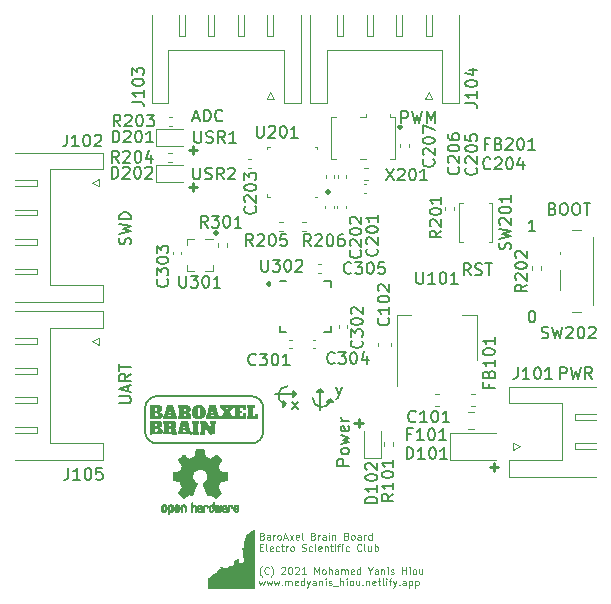
<source format=gbr>
%TF.GenerationSoftware,KiCad,Pcbnew,(6.0.7)*%
%TF.CreationDate,2024-06-12T19:26:07+01:00*%
%TF.ProjectId,BaroAxel_Brain,4261726f-4178-4656-9c5f-427261696e2e,1.0*%
%TF.SameCoordinates,Original*%
%TF.FileFunction,Legend,Top*%
%TF.FilePolarity,Positive*%
%FSLAX46Y46*%
G04 Gerber Fmt 4.6, Leading zero omitted, Abs format (unit mm)*
G04 Created by KiCad (PCBNEW (6.0.7)) date 2024-06-12 19:26:07*
%MOMM*%
%LPD*%
G01*
G04 APERTURE LIST*
%ADD10C,0.150000*%
%ADD11C,0.300000*%
%ADD12C,0.225000*%
%ADD13C,0.125000*%
%ADD14C,0.120000*%
%ADD15C,0.100000*%
%ADD16C,0.010000*%
G04 APERTURE END LIST*
D10*
X145950000Y-124750000D02*
X146200000Y-125000000D01*
X135263260Y-124335260D02*
G75*
G03*
X134263260Y-125335269I40J-1000040D01*
G01*
X134263331Y-127335269D02*
G75*
G03*
X135263260Y-128335269I999969J-31D01*
G01*
X147050000Y-124150000D02*
X146800000Y-124400000D01*
X146330361Y-123485985D02*
G75*
G03*
X146080361Y-125026635I39J-790615D01*
G01*
X146200000Y-125000000D02*
X145950000Y-125250000D01*
X149100000Y-125500000D02*
X149100000Y-123750000D01*
X149350000Y-124000000D02*
X148850000Y-124000000D01*
X143263260Y-128335269D02*
X135263260Y-128335269D01*
X134263260Y-127335269D02*
X134263260Y-125335269D01*
X149100000Y-123750000D02*
X149350000Y-124000000D01*
X146800000Y-123900000D02*
X147050000Y-124150000D01*
X145300000Y-124150000D02*
X147050000Y-124150000D01*
X144263331Y-125335269D02*
G75*
G03*
X143263260Y-124335269I-1000031J-31D01*
G01*
X149950000Y-124600000D02*
X150200000Y-124850000D01*
X145950000Y-125250000D02*
X145950000Y-124750000D01*
X149700000Y-124850000D02*
X149950000Y-124600000D01*
X148435985Y-124469639D02*
G75*
G03*
X149976635Y-124719639I790615J39D01*
G01*
X148850000Y-124000000D02*
X149100000Y-123750000D01*
X135263260Y-124335269D02*
X143263260Y-124335269D01*
X150200000Y-124850000D02*
X149700000Y-124850000D01*
X144263260Y-125335269D02*
X144263260Y-127335269D01*
X146800000Y-124400000D02*
X146800000Y-123900000D01*
X143263260Y-128335260D02*
G75*
G03*
X144263260Y-127335269I40J999960D01*
G01*
D11*
X149720000Y-106955714D02*
X149791428Y-107027142D01*
X149720000Y-107098571D01*
X149648571Y-107027142D01*
X149720000Y-106955714D01*
X149720000Y-107098571D01*
D12*
X163427142Y-130344285D02*
X164112857Y-130344285D01*
X163770000Y-130687142D02*
X163770000Y-130001428D01*
D11*
X140290000Y-110425714D02*
X140361428Y-110497142D01*
X140290000Y-110568571D01*
X140218571Y-110497142D01*
X140290000Y-110425714D01*
X140290000Y-110568571D01*
D10*
X133024761Y-111487142D02*
X133072380Y-111344285D01*
X133072380Y-111106190D01*
X133024761Y-111010952D01*
X132977142Y-110963333D01*
X132881904Y-110915714D01*
X132786666Y-110915714D01*
X132691428Y-110963333D01*
X132643809Y-111010952D01*
X132596190Y-111106190D01*
X132548571Y-111296666D01*
X132500952Y-111391904D01*
X132453333Y-111439523D01*
X132358095Y-111487142D01*
X132262857Y-111487142D01*
X132167619Y-111439523D01*
X132120000Y-111391904D01*
X132072380Y-111296666D01*
X132072380Y-111058571D01*
X132120000Y-110915714D01*
X132072380Y-110582380D02*
X133072380Y-110344285D01*
X132358095Y-110153809D01*
X133072380Y-109963333D01*
X132072380Y-109725238D01*
X133072380Y-109344285D02*
X132072380Y-109344285D01*
X132072380Y-109106190D01*
X132120000Y-108963333D01*
X132215238Y-108868095D01*
X132310476Y-108820476D01*
X132500952Y-108772857D01*
X132643809Y-108772857D01*
X132834285Y-108820476D01*
X132929523Y-108868095D01*
X133024761Y-108963333D01*
X133072380Y-109106190D01*
X133072380Y-109344285D01*
X132072380Y-124925238D02*
X132881904Y-124925238D01*
X132977142Y-124877619D01*
X133024761Y-124830000D01*
X133072380Y-124734761D01*
X133072380Y-124544285D01*
X133024761Y-124449047D01*
X132977142Y-124401428D01*
X132881904Y-124353809D01*
X132072380Y-124353809D01*
X132786666Y-123925238D02*
X132786666Y-123449047D01*
X133072380Y-124020476D02*
X132072380Y-123687142D01*
X133072380Y-123353809D01*
X133072380Y-122449047D02*
X132596190Y-122782380D01*
X133072380Y-123020476D02*
X132072380Y-123020476D01*
X132072380Y-122639523D01*
X132120000Y-122544285D01*
X132167619Y-122496666D01*
X132262857Y-122449047D01*
X132405714Y-122449047D01*
X132500952Y-122496666D01*
X132548571Y-122544285D01*
X132596190Y-122639523D01*
X132596190Y-123020476D01*
X132072380Y-122163333D02*
X132072380Y-121591904D01*
X133072380Y-121877619D02*
X132072380Y-121877619D01*
X167305714Y-110382380D02*
X166734285Y-110382380D01*
X167020000Y-110382380D02*
X167020000Y-109382380D01*
X166924761Y-109525238D01*
X166829523Y-109620476D01*
X166734285Y-109668095D01*
X168762857Y-108458571D02*
X168905714Y-108506190D01*
X168953333Y-108553809D01*
X169000952Y-108649047D01*
X169000952Y-108791904D01*
X168953333Y-108887142D01*
X168905714Y-108934761D01*
X168810476Y-108982380D01*
X168429523Y-108982380D01*
X168429523Y-107982380D01*
X168762857Y-107982380D01*
X168858095Y-108030000D01*
X168905714Y-108077619D01*
X168953333Y-108172857D01*
X168953333Y-108268095D01*
X168905714Y-108363333D01*
X168858095Y-108410952D01*
X168762857Y-108458571D01*
X168429523Y-108458571D01*
X169620000Y-107982380D02*
X169810476Y-107982380D01*
X169905714Y-108030000D01*
X170000952Y-108125238D01*
X170048571Y-108315714D01*
X170048571Y-108649047D01*
X170000952Y-108839523D01*
X169905714Y-108934761D01*
X169810476Y-108982380D01*
X169620000Y-108982380D01*
X169524761Y-108934761D01*
X169429523Y-108839523D01*
X169381904Y-108649047D01*
X169381904Y-108315714D01*
X169429523Y-108125238D01*
X169524761Y-108030000D01*
X169620000Y-107982380D01*
X170667619Y-107982380D02*
X170858095Y-107982380D01*
X170953333Y-108030000D01*
X171048571Y-108125238D01*
X171096190Y-108315714D01*
X171096190Y-108649047D01*
X171048571Y-108839523D01*
X170953333Y-108934761D01*
X170858095Y-108982380D01*
X170667619Y-108982380D01*
X170572380Y-108934761D01*
X170477142Y-108839523D01*
X170429523Y-108649047D01*
X170429523Y-108315714D01*
X170477142Y-108125238D01*
X170572380Y-108030000D01*
X170667619Y-107982380D01*
X171381904Y-107982380D02*
X171953333Y-107982380D01*
X171667619Y-108982380D02*
X171667619Y-107982380D01*
D12*
X137977142Y-106634285D02*
X138662857Y-106634285D01*
X138320000Y-106977142D02*
X138320000Y-106291428D01*
D13*
X144174107Y-136175142D02*
X144259821Y-136203714D01*
X144288392Y-136232285D01*
X144316964Y-136289428D01*
X144316964Y-136375142D01*
X144288392Y-136432285D01*
X144259821Y-136460857D01*
X144202678Y-136489428D01*
X143974107Y-136489428D01*
X143974107Y-135889428D01*
X144174107Y-135889428D01*
X144231250Y-135918000D01*
X144259821Y-135946571D01*
X144288392Y-136003714D01*
X144288392Y-136060857D01*
X144259821Y-136118000D01*
X144231250Y-136146571D01*
X144174107Y-136175142D01*
X143974107Y-136175142D01*
X144831250Y-136489428D02*
X144831250Y-136175142D01*
X144802678Y-136118000D01*
X144745535Y-136089428D01*
X144631250Y-136089428D01*
X144574107Y-136118000D01*
X144831250Y-136460857D02*
X144774107Y-136489428D01*
X144631250Y-136489428D01*
X144574107Y-136460857D01*
X144545535Y-136403714D01*
X144545535Y-136346571D01*
X144574107Y-136289428D01*
X144631250Y-136260857D01*
X144774107Y-136260857D01*
X144831250Y-136232285D01*
X145116964Y-136489428D02*
X145116964Y-136089428D01*
X145116964Y-136203714D02*
X145145535Y-136146571D01*
X145174107Y-136118000D01*
X145231250Y-136089428D01*
X145288392Y-136089428D01*
X145574107Y-136489428D02*
X145516964Y-136460857D01*
X145488392Y-136432285D01*
X145459821Y-136375142D01*
X145459821Y-136203714D01*
X145488392Y-136146571D01*
X145516964Y-136118000D01*
X145574107Y-136089428D01*
X145659821Y-136089428D01*
X145716964Y-136118000D01*
X145745535Y-136146571D01*
X145774107Y-136203714D01*
X145774107Y-136375142D01*
X145745535Y-136432285D01*
X145716964Y-136460857D01*
X145659821Y-136489428D01*
X145574107Y-136489428D01*
X146002678Y-136318000D02*
X146288392Y-136318000D01*
X145945535Y-136489428D02*
X146145535Y-135889428D01*
X146345535Y-136489428D01*
X146488392Y-136489428D02*
X146802678Y-136089428D01*
X146488392Y-136089428D02*
X146802678Y-136489428D01*
X147259821Y-136460857D02*
X147202678Y-136489428D01*
X147088392Y-136489428D01*
X147031250Y-136460857D01*
X147002678Y-136403714D01*
X147002678Y-136175142D01*
X147031250Y-136118000D01*
X147088392Y-136089428D01*
X147202678Y-136089428D01*
X147259821Y-136118000D01*
X147288392Y-136175142D01*
X147288392Y-136232285D01*
X147002678Y-136289428D01*
X147631250Y-136489428D02*
X147574107Y-136460857D01*
X147545535Y-136403714D01*
X147545535Y-135889428D01*
X148516964Y-136175142D02*
X148602678Y-136203714D01*
X148631250Y-136232285D01*
X148659821Y-136289428D01*
X148659821Y-136375142D01*
X148631250Y-136432285D01*
X148602678Y-136460857D01*
X148545535Y-136489428D01*
X148316964Y-136489428D01*
X148316964Y-135889428D01*
X148516964Y-135889428D01*
X148574107Y-135918000D01*
X148602678Y-135946571D01*
X148631250Y-136003714D01*
X148631250Y-136060857D01*
X148602678Y-136118000D01*
X148574107Y-136146571D01*
X148516964Y-136175142D01*
X148316964Y-136175142D01*
X148916964Y-136489428D02*
X148916964Y-136089428D01*
X148916964Y-136203714D02*
X148945535Y-136146571D01*
X148974107Y-136118000D01*
X149031250Y-136089428D01*
X149088392Y-136089428D01*
X149545535Y-136489428D02*
X149545535Y-136175142D01*
X149516964Y-136118000D01*
X149459821Y-136089428D01*
X149345535Y-136089428D01*
X149288392Y-136118000D01*
X149545535Y-136460857D02*
X149488392Y-136489428D01*
X149345535Y-136489428D01*
X149288392Y-136460857D01*
X149259821Y-136403714D01*
X149259821Y-136346571D01*
X149288392Y-136289428D01*
X149345535Y-136260857D01*
X149488392Y-136260857D01*
X149545535Y-136232285D01*
X149831250Y-136489428D02*
X149831250Y-136089428D01*
X149831250Y-135889428D02*
X149802678Y-135918000D01*
X149831250Y-135946571D01*
X149859821Y-135918000D01*
X149831250Y-135889428D01*
X149831250Y-135946571D01*
X150116964Y-136089428D02*
X150116964Y-136489428D01*
X150116964Y-136146571D02*
X150145535Y-136118000D01*
X150202678Y-136089428D01*
X150288392Y-136089428D01*
X150345535Y-136118000D01*
X150374107Y-136175142D01*
X150374107Y-136489428D01*
X151316964Y-136175142D02*
X151402678Y-136203714D01*
X151431250Y-136232285D01*
X151459821Y-136289428D01*
X151459821Y-136375142D01*
X151431250Y-136432285D01*
X151402678Y-136460857D01*
X151345535Y-136489428D01*
X151116964Y-136489428D01*
X151116964Y-135889428D01*
X151316964Y-135889428D01*
X151374107Y-135918000D01*
X151402678Y-135946571D01*
X151431250Y-136003714D01*
X151431250Y-136060857D01*
X151402678Y-136118000D01*
X151374107Y-136146571D01*
X151316964Y-136175142D01*
X151116964Y-136175142D01*
X151802678Y-136489428D02*
X151745535Y-136460857D01*
X151716964Y-136432285D01*
X151688392Y-136375142D01*
X151688392Y-136203714D01*
X151716964Y-136146571D01*
X151745535Y-136118000D01*
X151802678Y-136089428D01*
X151888392Y-136089428D01*
X151945535Y-136118000D01*
X151974107Y-136146571D01*
X152002678Y-136203714D01*
X152002678Y-136375142D01*
X151974107Y-136432285D01*
X151945535Y-136460857D01*
X151888392Y-136489428D01*
X151802678Y-136489428D01*
X152516964Y-136489428D02*
X152516964Y-136175142D01*
X152488392Y-136118000D01*
X152431250Y-136089428D01*
X152316964Y-136089428D01*
X152259821Y-136118000D01*
X152516964Y-136460857D02*
X152459821Y-136489428D01*
X152316964Y-136489428D01*
X152259821Y-136460857D01*
X152231250Y-136403714D01*
X152231250Y-136346571D01*
X152259821Y-136289428D01*
X152316964Y-136260857D01*
X152459821Y-136260857D01*
X152516964Y-136232285D01*
X152802678Y-136489428D02*
X152802678Y-136089428D01*
X152802678Y-136203714D02*
X152831250Y-136146571D01*
X152859821Y-136118000D01*
X152916964Y-136089428D01*
X152974107Y-136089428D01*
X153431250Y-136489428D02*
X153431250Y-135889428D01*
X153431250Y-136460857D02*
X153374107Y-136489428D01*
X153259821Y-136489428D01*
X153202678Y-136460857D01*
X153174107Y-136432285D01*
X153145535Y-136375142D01*
X153145535Y-136203714D01*
X153174107Y-136146571D01*
X153202678Y-136118000D01*
X153259821Y-136089428D01*
X153374107Y-136089428D01*
X153431250Y-136118000D01*
X143974107Y-137141142D02*
X144174107Y-137141142D01*
X144259821Y-137455428D02*
X143974107Y-137455428D01*
X143974107Y-136855428D01*
X144259821Y-136855428D01*
X144602678Y-137455428D02*
X144545535Y-137426857D01*
X144516964Y-137369714D01*
X144516964Y-136855428D01*
X145059821Y-137426857D02*
X145002678Y-137455428D01*
X144888392Y-137455428D01*
X144831250Y-137426857D01*
X144802678Y-137369714D01*
X144802678Y-137141142D01*
X144831250Y-137084000D01*
X144888392Y-137055428D01*
X145002678Y-137055428D01*
X145059821Y-137084000D01*
X145088392Y-137141142D01*
X145088392Y-137198285D01*
X144802678Y-137255428D01*
X145602678Y-137426857D02*
X145545535Y-137455428D01*
X145431250Y-137455428D01*
X145374107Y-137426857D01*
X145345535Y-137398285D01*
X145316964Y-137341142D01*
X145316964Y-137169714D01*
X145345535Y-137112571D01*
X145374107Y-137084000D01*
X145431250Y-137055428D01*
X145545535Y-137055428D01*
X145602678Y-137084000D01*
X145774107Y-137055428D02*
X146002678Y-137055428D01*
X145859821Y-136855428D02*
X145859821Y-137369714D01*
X145888392Y-137426857D01*
X145945535Y-137455428D01*
X146002678Y-137455428D01*
X146202678Y-137455428D02*
X146202678Y-137055428D01*
X146202678Y-137169714D02*
X146231250Y-137112571D01*
X146259821Y-137084000D01*
X146316964Y-137055428D01*
X146374107Y-137055428D01*
X146659821Y-137455428D02*
X146602678Y-137426857D01*
X146574107Y-137398285D01*
X146545535Y-137341142D01*
X146545535Y-137169714D01*
X146574107Y-137112571D01*
X146602678Y-137084000D01*
X146659821Y-137055428D01*
X146745535Y-137055428D01*
X146802678Y-137084000D01*
X146831250Y-137112571D01*
X146859821Y-137169714D01*
X146859821Y-137341142D01*
X146831250Y-137398285D01*
X146802678Y-137426857D01*
X146745535Y-137455428D01*
X146659821Y-137455428D01*
X147545535Y-137426857D02*
X147631250Y-137455428D01*
X147774107Y-137455428D01*
X147831250Y-137426857D01*
X147859821Y-137398285D01*
X147888392Y-137341142D01*
X147888392Y-137284000D01*
X147859821Y-137226857D01*
X147831250Y-137198285D01*
X147774107Y-137169714D01*
X147659821Y-137141142D01*
X147602678Y-137112571D01*
X147574107Y-137084000D01*
X147545535Y-137026857D01*
X147545535Y-136969714D01*
X147574107Y-136912571D01*
X147602678Y-136884000D01*
X147659821Y-136855428D01*
X147802678Y-136855428D01*
X147888392Y-136884000D01*
X148402678Y-137426857D02*
X148345535Y-137455428D01*
X148231250Y-137455428D01*
X148174107Y-137426857D01*
X148145535Y-137398285D01*
X148116964Y-137341142D01*
X148116964Y-137169714D01*
X148145535Y-137112571D01*
X148174107Y-137084000D01*
X148231250Y-137055428D01*
X148345535Y-137055428D01*
X148402678Y-137084000D01*
X148659821Y-137455428D02*
X148659821Y-137055428D01*
X148659821Y-136855428D02*
X148631250Y-136884000D01*
X148659821Y-136912571D01*
X148688392Y-136884000D01*
X148659821Y-136855428D01*
X148659821Y-136912571D01*
X149174107Y-137426857D02*
X149116964Y-137455428D01*
X149002678Y-137455428D01*
X148945535Y-137426857D01*
X148916964Y-137369714D01*
X148916964Y-137141142D01*
X148945535Y-137084000D01*
X149002678Y-137055428D01*
X149116964Y-137055428D01*
X149174107Y-137084000D01*
X149202678Y-137141142D01*
X149202678Y-137198285D01*
X148916964Y-137255428D01*
X149459821Y-137055428D02*
X149459821Y-137455428D01*
X149459821Y-137112571D02*
X149488392Y-137084000D01*
X149545535Y-137055428D01*
X149631250Y-137055428D01*
X149688392Y-137084000D01*
X149716964Y-137141142D01*
X149716964Y-137455428D01*
X149916964Y-137055428D02*
X150145535Y-137055428D01*
X150002678Y-136855428D02*
X150002678Y-137369714D01*
X150031250Y-137426857D01*
X150088392Y-137455428D01*
X150145535Y-137455428D01*
X150345535Y-137455428D02*
X150345535Y-137055428D01*
X150345535Y-136855428D02*
X150316964Y-136884000D01*
X150345535Y-136912571D01*
X150374107Y-136884000D01*
X150345535Y-136855428D01*
X150345535Y-136912571D01*
X150545535Y-137055428D02*
X150774107Y-137055428D01*
X150631250Y-137455428D02*
X150631250Y-136941142D01*
X150659821Y-136884000D01*
X150716964Y-136855428D01*
X150774107Y-136855428D01*
X150974107Y-137455428D02*
X150974107Y-137055428D01*
X150974107Y-136855428D02*
X150945535Y-136884000D01*
X150974107Y-136912571D01*
X151002678Y-136884000D01*
X150974107Y-136855428D01*
X150974107Y-136912571D01*
X151516964Y-137426857D02*
X151459821Y-137455428D01*
X151345535Y-137455428D01*
X151288392Y-137426857D01*
X151259821Y-137398285D01*
X151231250Y-137341142D01*
X151231250Y-137169714D01*
X151259821Y-137112571D01*
X151288392Y-137084000D01*
X151345535Y-137055428D01*
X151459821Y-137055428D01*
X151516964Y-137084000D01*
X152574107Y-137398285D02*
X152545535Y-137426857D01*
X152459821Y-137455428D01*
X152402678Y-137455428D01*
X152316964Y-137426857D01*
X152259821Y-137369714D01*
X152231250Y-137312571D01*
X152202678Y-137198285D01*
X152202678Y-137112571D01*
X152231250Y-136998285D01*
X152259821Y-136941142D01*
X152316964Y-136884000D01*
X152402678Y-136855428D01*
X152459821Y-136855428D01*
X152545535Y-136884000D01*
X152574107Y-136912571D01*
X152916964Y-137455428D02*
X152859821Y-137426857D01*
X152831250Y-137369714D01*
X152831250Y-136855428D01*
X153402678Y-137055428D02*
X153402678Y-137455428D01*
X153145535Y-137055428D02*
X153145535Y-137369714D01*
X153174107Y-137426857D01*
X153231250Y-137455428D01*
X153316964Y-137455428D01*
X153374107Y-137426857D01*
X153402678Y-137398285D01*
X153688392Y-137455428D02*
X153688392Y-136855428D01*
X153688392Y-137084000D02*
X153745535Y-137055428D01*
X153859821Y-137055428D01*
X153916964Y-137084000D01*
X153945535Y-137112571D01*
X153974107Y-137169714D01*
X153974107Y-137341142D01*
X153945535Y-137398285D01*
X153916964Y-137426857D01*
X153859821Y-137455428D01*
X153745535Y-137455428D01*
X153688392Y-137426857D01*
X144145535Y-139616000D02*
X144116964Y-139587428D01*
X144059821Y-139501714D01*
X144031250Y-139444571D01*
X144002678Y-139358857D01*
X143974107Y-139216000D01*
X143974107Y-139101714D01*
X144002678Y-138958857D01*
X144031250Y-138873142D01*
X144059821Y-138816000D01*
X144116964Y-138730285D01*
X144145535Y-138701714D01*
X144716964Y-139330285D02*
X144688392Y-139358857D01*
X144602678Y-139387428D01*
X144545535Y-139387428D01*
X144459821Y-139358857D01*
X144402678Y-139301714D01*
X144374107Y-139244571D01*
X144345535Y-139130285D01*
X144345535Y-139044571D01*
X144374107Y-138930285D01*
X144402678Y-138873142D01*
X144459821Y-138816000D01*
X144545535Y-138787428D01*
X144602678Y-138787428D01*
X144688392Y-138816000D01*
X144716964Y-138844571D01*
X144916964Y-139616000D02*
X144945535Y-139587428D01*
X145002678Y-139501714D01*
X145031250Y-139444571D01*
X145059821Y-139358857D01*
X145088392Y-139216000D01*
X145088392Y-139101714D01*
X145059821Y-138958857D01*
X145031250Y-138873142D01*
X145002678Y-138816000D01*
X144945535Y-138730285D01*
X144916964Y-138701714D01*
X145802678Y-138844571D02*
X145831250Y-138816000D01*
X145888392Y-138787428D01*
X146031250Y-138787428D01*
X146088392Y-138816000D01*
X146116964Y-138844571D01*
X146145535Y-138901714D01*
X146145535Y-138958857D01*
X146116964Y-139044571D01*
X145774107Y-139387428D01*
X146145535Y-139387428D01*
X146516964Y-138787428D02*
X146574107Y-138787428D01*
X146631250Y-138816000D01*
X146659821Y-138844571D01*
X146688392Y-138901714D01*
X146716964Y-139016000D01*
X146716964Y-139158857D01*
X146688392Y-139273142D01*
X146659821Y-139330285D01*
X146631250Y-139358857D01*
X146574107Y-139387428D01*
X146516964Y-139387428D01*
X146459821Y-139358857D01*
X146431250Y-139330285D01*
X146402678Y-139273142D01*
X146374107Y-139158857D01*
X146374107Y-139016000D01*
X146402678Y-138901714D01*
X146431250Y-138844571D01*
X146459821Y-138816000D01*
X146516964Y-138787428D01*
X146945535Y-138844571D02*
X146974107Y-138816000D01*
X147031250Y-138787428D01*
X147174107Y-138787428D01*
X147231250Y-138816000D01*
X147259821Y-138844571D01*
X147288392Y-138901714D01*
X147288392Y-138958857D01*
X147259821Y-139044571D01*
X146916964Y-139387428D01*
X147288392Y-139387428D01*
X147859821Y-139387428D02*
X147516964Y-139387428D01*
X147688392Y-139387428D02*
X147688392Y-138787428D01*
X147631250Y-138873142D01*
X147574107Y-138930285D01*
X147516964Y-138958857D01*
X148574107Y-139387428D02*
X148574107Y-138787428D01*
X148774107Y-139216000D01*
X148974107Y-138787428D01*
X148974107Y-139387428D01*
X149345535Y-139387428D02*
X149288392Y-139358857D01*
X149259821Y-139330285D01*
X149231250Y-139273142D01*
X149231250Y-139101714D01*
X149259821Y-139044571D01*
X149288392Y-139016000D01*
X149345535Y-138987428D01*
X149431250Y-138987428D01*
X149488392Y-139016000D01*
X149516964Y-139044571D01*
X149545535Y-139101714D01*
X149545535Y-139273142D01*
X149516964Y-139330285D01*
X149488392Y-139358857D01*
X149431250Y-139387428D01*
X149345535Y-139387428D01*
X149802678Y-139387428D02*
X149802678Y-138787428D01*
X150059821Y-139387428D02*
X150059821Y-139073142D01*
X150031250Y-139016000D01*
X149974107Y-138987428D01*
X149888392Y-138987428D01*
X149831250Y-139016000D01*
X149802678Y-139044571D01*
X150602678Y-139387428D02*
X150602678Y-139073142D01*
X150574107Y-139016000D01*
X150516964Y-138987428D01*
X150402678Y-138987428D01*
X150345535Y-139016000D01*
X150602678Y-139358857D02*
X150545535Y-139387428D01*
X150402678Y-139387428D01*
X150345535Y-139358857D01*
X150316964Y-139301714D01*
X150316964Y-139244571D01*
X150345535Y-139187428D01*
X150402678Y-139158857D01*
X150545535Y-139158857D01*
X150602678Y-139130285D01*
X150888392Y-139387428D02*
X150888392Y-138987428D01*
X150888392Y-139044571D02*
X150916964Y-139016000D01*
X150974107Y-138987428D01*
X151059821Y-138987428D01*
X151116964Y-139016000D01*
X151145535Y-139073142D01*
X151145535Y-139387428D01*
X151145535Y-139073142D02*
X151174107Y-139016000D01*
X151231250Y-138987428D01*
X151316964Y-138987428D01*
X151374107Y-139016000D01*
X151402678Y-139073142D01*
X151402678Y-139387428D01*
X151916964Y-139358857D02*
X151859821Y-139387428D01*
X151745535Y-139387428D01*
X151688392Y-139358857D01*
X151659821Y-139301714D01*
X151659821Y-139073142D01*
X151688392Y-139016000D01*
X151745535Y-138987428D01*
X151859821Y-138987428D01*
X151916964Y-139016000D01*
X151945535Y-139073142D01*
X151945535Y-139130285D01*
X151659821Y-139187428D01*
X152459821Y-139387428D02*
X152459821Y-138787428D01*
X152459821Y-139358857D02*
X152402678Y-139387428D01*
X152288392Y-139387428D01*
X152231250Y-139358857D01*
X152202678Y-139330285D01*
X152174107Y-139273142D01*
X152174107Y-139101714D01*
X152202678Y-139044571D01*
X152231250Y-139016000D01*
X152288392Y-138987428D01*
X152402678Y-138987428D01*
X152459821Y-139016000D01*
X153316964Y-139101714D02*
X153316964Y-139387428D01*
X153116964Y-138787428D02*
X153316964Y-139101714D01*
X153516964Y-138787428D01*
X153974107Y-139387428D02*
X153974107Y-139073142D01*
X153945535Y-139016000D01*
X153888392Y-138987428D01*
X153774107Y-138987428D01*
X153716964Y-139016000D01*
X153974107Y-139358857D02*
X153916964Y-139387428D01*
X153774107Y-139387428D01*
X153716964Y-139358857D01*
X153688392Y-139301714D01*
X153688392Y-139244571D01*
X153716964Y-139187428D01*
X153774107Y-139158857D01*
X153916964Y-139158857D01*
X153974107Y-139130285D01*
X154259821Y-138987428D02*
X154259821Y-139387428D01*
X154259821Y-139044571D02*
X154288392Y-139016000D01*
X154345535Y-138987428D01*
X154431250Y-138987428D01*
X154488392Y-139016000D01*
X154516964Y-139073142D01*
X154516964Y-139387428D01*
X154802678Y-139387428D02*
X154802678Y-138987428D01*
X154802678Y-138787428D02*
X154774107Y-138816000D01*
X154802678Y-138844571D01*
X154831250Y-138816000D01*
X154802678Y-138787428D01*
X154802678Y-138844571D01*
X155059821Y-139358857D02*
X155116964Y-139387428D01*
X155231250Y-139387428D01*
X155288392Y-139358857D01*
X155316964Y-139301714D01*
X155316964Y-139273142D01*
X155288392Y-139216000D01*
X155231250Y-139187428D01*
X155145535Y-139187428D01*
X155088392Y-139158857D01*
X155059821Y-139101714D01*
X155059821Y-139073142D01*
X155088392Y-139016000D01*
X155145535Y-138987428D01*
X155231250Y-138987428D01*
X155288392Y-139016000D01*
X156031250Y-139387428D02*
X156031250Y-138787428D01*
X156031250Y-139073142D02*
X156374107Y-139073142D01*
X156374107Y-139387428D02*
X156374107Y-138787428D01*
X156659821Y-139387428D02*
X156659821Y-138987428D01*
X156659821Y-138787428D02*
X156631250Y-138816000D01*
X156659821Y-138844571D01*
X156688392Y-138816000D01*
X156659821Y-138787428D01*
X156659821Y-138844571D01*
X157031250Y-139387428D02*
X156974107Y-139358857D01*
X156945535Y-139330285D01*
X156916964Y-139273142D01*
X156916964Y-139101714D01*
X156945535Y-139044571D01*
X156974107Y-139016000D01*
X157031250Y-138987428D01*
X157116964Y-138987428D01*
X157174107Y-139016000D01*
X157202678Y-139044571D01*
X157231250Y-139101714D01*
X157231250Y-139273142D01*
X157202678Y-139330285D01*
X157174107Y-139358857D01*
X157116964Y-139387428D01*
X157031250Y-139387428D01*
X157745535Y-138987428D02*
X157745535Y-139387428D01*
X157488392Y-138987428D02*
X157488392Y-139301714D01*
X157516964Y-139358857D01*
X157574107Y-139387428D01*
X157659821Y-139387428D01*
X157716964Y-139358857D01*
X157745535Y-139330285D01*
X143916964Y-139953428D02*
X144031250Y-140353428D01*
X144145535Y-140067714D01*
X144259821Y-140353428D01*
X144374107Y-139953428D01*
X144545535Y-139953428D02*
X144659821Y-140353428D01*
X144774107Y-140067714D01*
X144888392Y-140353428D01*
X145002678Y-139953428D01*
X145174107Y-139953428D02*
X145288392Y-140353428D01*
X145402678Y-140067714D01*
X145516964Y-140353428D01*
X145631250Y-139953428D01*
X145859821Y-140296285D02*
X145888392Y-140324857D01*
X145859821Y-140353428D01*
X145831250Y-140324857D01*
X145859821Y-140296285D01*
X145859821Y-140353428D01*
X146145535Y-140353428D02*
X146145535Y-139953428D01*
X146145535Y-140010571D02*
X146174107Y-139982000D01*
X146231250Y-139953428D01*
X146316964Y-139953428D01*
X146374107Y-139982000D01*
X146402678Y-140039142D01*
X146402678Y-140353428D01*
X146402678Y-140039142D02*
X146431250Y-139982000D01*
X146488392Y-139953428D01*
X146574107Y-139953428D01*
X146631250Y-139982000D01*
X146659821Y-140039142D01*
X146659821Y-140353428D01*
X147174107Y-140324857D02*
X147116964Y-140353428D01*
X147002678Y-140353428D01*
X146945535Y-140324857D01*
X146916964Y-140267714D01*
X146916964Y-140039142D01*
X146945535Y-139982000D01*
X147002678Y-139953428D01*
X147116964Y-139953428D01*
X147174107Y-139982000D01*
X147202678Y-140039142D01*
X147202678Y-140096285D01*
X146916964Y-140153428D01*
X147716964Y-140353428D02*
X147716964Y-139753428D01*
X147716964Y-140324857D02*
X147659821Y-140353428D01*
X147545535Y-140353428D01*
X147488392Y-140324857D01*
X147459821Y-140296285D01*
X147431250Y-140239142D01*
X147431250Y-140067714D01*
X147459821Y-140010571D01*
X147488392Y-139982000D01*
X147545535Y-139953428D01*
X147659821Y-139953428D01*
X147716964Y-139982000D01*
X147945535Y-139953428D02*
X148088392Y-140353428D01*
X148231250Y-139953428D02*
X148088392Y-140353428D01*
X148031250Y-140496285D01*
X148002678Y-140524857D01*
X147945535Y-140553428D01*
X148716964Y-140353428D02*
X148716964Y-140039142D01*
X148688392Y-139982000D01*
X148631250Y-139953428D01*
X148516964Y-139953428D01*
X148459821Y-139982000D01*
X148716964Y-140324857D02*
X148659821Y-140353428D01*
X148516964Y-140353428D01*
X148459821Y-140324857D01*
X148431250Y-140267714D01*
X148431250Y-140210571D01*
X148459821Y-140153428D01*
X148516964Y-140124857D01*
X148659821Y-140124857D01*
X148716964Y-140096285D01*
X149002678Y-139953428D02*
X149002678Y-140353428D01*
X149002678Y-140010571D02*
X149031250Y-139982000D01*
X149088392Y-139953428D01*
X149174107Y-139953428D01*
X149231250Y-139982000D01*
X149259821Y-140039142D01*
X149259821Y-140353428D01*
X149545535Y-140353428D02*
X149545535Y-139953428D01*
X149545535Y-139753428D02*
X149516964Y-139782000D01*
X149545535Y-139810571D01*
X149574107Y-139782000D01*
X149545535Y-139753428D01*
X149545535Y-139810571D01*
X149802678Y-140324857D02*
X149859821Y-140353428D01*
X149974107Y-140353428D01*
X150031250Y-140324857D01*
X150059821Y-140267714D01*
X150059821Y-140239142D01*
X150031250Y-140182000D01*
X149974107Y-140153428D01*
X149888392Y-140153428D01*
X149831250Y-140124857D01*
X149802678Y-140067714D01*
X149802678Y-140039142D01*
X149831250Y-139982000D01*
X149888392Y-139953428D01*
X149974107Y-139953428D01*
X150031250Y-139982000D01*
X150174107Y-140410571D02*
X150631250Y-140410571D01*
X150774107Y-140353428D02*
X150774107Y-139753428D01*
X151031250Y-140353428D02*
X151031250Y-140039142D01*
X151002678Y-139982000D01*
X150945535Y-139953428D01*
X150859821Y-139953428D01*
X150802678Y-139982000D01*
X150774107Y-140010571D01*
X151316964Y-140353428D02*
X151316964Y-139953428D01*
X151316964Y-139753428D02*
X151288392Y-139782000D01*
X151316964Y-139810571D01*
X151345535Y-139782000D01*
X151316964Y-139753428D01*
X151316964Y-139810571D01*
X151688392Y-140353428D02*
X151631250Y-140324857D01*
X151602678Y-140296285D01*
X151574107Y-140239142D01*
X151574107Y-140067714D01*
X151602678Y-140010571D01*
X151631250Y-139982000D01*
X151688392Y-139953428D01*
X151774107Y-139953428D01*
X151831250Y-139982000D01*
X151859821Y-140010571D01*
X151888392Y-140067714D01*
X151888392Y-140239142D01*
X151859821Y-140296285D01*
X151831250Y-140324857D01*
X151774107Y-140353428D01*
X151688392Y-140353428D01*
X152402678Y-139953428D02*
X152402678Y-140353428D01*
X152145535Y-139953428D02*
X152145535Y-140267714D01*
X152174107Y-140324857D01*
X152231250Y-140353428D01*
X152316964Y-140353428D01*
X152374107Y-140324857D01*
X152402678Y-140296285D01*
X152688392Y-140296285D02*
X152716964Y-140324857D01*
X152688392Y-140353428D01*
X152659821Y-140324857D01*
X152688392Y-140296285D01*
X152688392Y-140353428D01*
X152974107Y-139953428D02*
X152974107Y-140353428D01*
X152974107Y-140010571D02*
X153002678Y-139982000D01*
X153059821Y-139953428D01*
X153145535Y-139953428D01*
X153202678Y-139982000D01*
X153231250Y-140039142D01*
X153231250Y-140353428D01*
X153745535Y-140324857D02*
X153688392Y-140353428D01*
X153574107Y-140353428D01*
X153516964Y-140324857D01*
X153488392Y-140267714D01*
X153488392Y-140039142D01*
X153516964Y-139982000D01*
X153574107Y-139953428D01*
X153688392Y-139953428D01*
X153745535Y-139982000D01*
X153774107Y-140039142D01*
X153774107Y-140096285D01*
X153488392Y-140153428D01*
X153945535Y-139953428D02*
X154174107Y-139953428D01*
X154031250Y-139753428D02*
X154031250Y-140267714D01*
X154059821Y-140324857D01*
X154116964Y-140353428D01*
X154174107Y-140353428D01*
X154459821Y-140353428D02*
X154402678Y-140324857D01*
X154374107Y-140267714D01*
X154374107Y-139753428D01*
X154688392Y-140353428D02*
X154688392Y-139953428D01*
X154688392Y-139753428D02*
X154659821Y-139782000D01*
X154688392Y-139810571D01*
X154716964Y-139782000D01*
X154688392Y-139753428D01*
X154688392Y-139810571D01*
X154888392Y-139953428D02*
X155116964Y-139953428D01*
X154974107Y-140353428D02*
X154974107Y-139839142D01*
X155002678Y-139782000D01*
X155059821Y-139753428D01*
X155116964Y-139753428D01*
X155259821Y-139953428D02*
X155402678Y-140353428D01*
X155545535Y-139953428D02*
X155402678Y-140353428D01*
X155345535Y-140496285D01*
X155316964Y-140524857D01*
X155259821Y-140553428D01*
X155774107Y-140296285D02*
X155802678Y-140324857D01*
X155774107Y-140353428D01*
X155745535Y-140324857D01*
X155774107Y-140296285D01*
X155774107Y-140353428D01*
X156316964Y-140353428D02*
X156316964Y-140039142D01*
X156288392Y-139982000D01*
X156231250Y-139953428D01*
X156116964Y-139953428D01*
X156059821Y-139982000D01*
X156316964Y-140324857D02*
X156259821Y-140353428D01*
X156116964Y-140353428D01*
X156059821Y-140324857D01*
X156031250Y-140267714D01*
X156031250Y-140210571D01*
X156059821Y-140153428D01*
X156116964Y-140124857D01*
X156259821Y-140124857D01*
X156316964Y-140096285D01*
X156602678Y-139953428D02*
X156602678Y-140553428D01*
X156602678Y-139982000D02*
X156659821Y-139953428D01*
X156774107Y-139953428D01*
X156831250Y-139982000D01*
X156859821Y-140010571D01*
X156888392Y-140067714D01*
X156888392Y-140239142D01*
X156859821Y-140296285D01*
X156831250Y-140324857D01*
X156774107Y-140353428D01*
X156659821Y-140353428D01*
X156602678Y-140324857D01*
X157145535Y-139953428D02*
X157145535Y-140553428D01*
X157145535Y-139982000D02*
X157202678Y-139953428D01*
X157316964Y-139953428D01*
X157374107Y-139982000D01*
X157402678Y-140010571D01*
X157431250Y-140067714D01*
X157431250Y-140239142D01*
X157402678Y-140296285D01*
X157374107Y-140324857D01*
X157316964Y-140353428D01*
X157202678Y-140353428D01*
X157145535Y-140324857D01*
D10*
X155965238Y-101222380D02*
X155965238Y-100222380D01*
X156346190Y-100222380D01*
X156441428Y-100270000D01*
X156489047Y-100317619D01*
X156536666Y-100412857D01*
X156536666Y-100555714D01*
X156489047Y-100650952D01*
X156441428Y-100698571D01*
X156346190Y-100746190D01*
X155965238Y-100746190D01*
X156870000Y-100222380D02*
X157108095Y-101222380D01*
X157298571Y-100508095D01*
X157489047Y-101222380D01*
X157727142Y-100222380D01*
X158108095Y-101222380D02*
X158108095Y-100222380D01*
X158441428Y-100936666D01*
X158774761Y-100222380D01*
X158774761Y-101222380D01*
D12*
X151987142Y-126584285D02*
X152672857Y-126584285D01*
X152330000Y-126927142D02*
X152330000Y-126241428D01*
D10*
X166972380Y-117082380D02*
X167067619Y-117082380D01*
X167162857Y-117130000D01*
X167210476Y-117177619D01*
X167258095Y-117272857D01*
X167305714Y-117463333D01*
X167305714Y-117701428D01*
X167258095Y-117891904D01*
X167210476Y-117987142D01*
X167162857Y-118034761D01*
X167067619Y-118082380D01*
X166972380Y-118082380D01*
X166877142Y-118034761D01*
X166829523Y-117987142D01*
X166781904Y-117891904D01*
X166734285Y-117701428D01*
X166734285Y-117463333D01*
X166781904Y-117272857D01*
X166829523Y-117177619D01*
X166877142Y-117130000D01*
X166972380Y-117082380D01*
X161812380Y-114092380D02*
X161479047Y-113616190D01*
X161240952Y-114092380D02*
X161240952Y-113092380D01*
X161621904Y-113092380D01*
X161717142Y-113140000D01*
X161764761Y-113187619D01*
X161812380Y-113282857D01*
X161812380Y-113425714D01*
X161764761Y-113520952D01*
X161717142Y-113568571D01*
X161621904Y-113616190D01*
X161240952Y-113616190D01*
X162193333Y-114044761D02*
X162336190Y-114092380D01*
X162574285Y-114092380D01*
X162669523Y-114044761D01*
X162717142Y-113997142D01*
X162764761Y-113901904D01*
X162764761Y-113806666D01*
X162717142Y-113711428D01*
X162669523Y-113663809D01*
X162574285Y-113616190D01*
X162383809Y-113568571D01*
X162288571Y-113520952D01*
X162240952Y-113473333D01*
X162193333Y-113378095D01*
X162193333Y-113282857D01*
X162240952Y-113187619D01*
X162288571Y-113140000D01*
X162383809Y-113092380D01*
X162621904Y-113092380D01*
X162764761Y-113140000D01*
X163050476Y-113092380D02*
X163621904Y-113092380D01*
X163336190Y-114092380D02*
X163336190Y-113092380D01*
X151522380Y-130216190D02*
X150522380Y-130216190D01*
X150522380Y-129835238D01*
X150570000Y-129740000D01*
X150617619Y-129692380D01*
X150712857Y-129644761D01*
X150855714Y-129644761D01*
X150950952Y-129692380D01*
X150998571Y-129740000D01*
X151046190Y-129835238D01*
X151046190Y-130216190D01*
X151522380Y-129073333D02*
X151474761Y-129168571D01*
X151427142Y-129216190D01*
X151331904Y-129263809D01*
X151046190Y-129263809D01*
X150950952Y-129216190D01*
X150903333Y-129168571D01*
X150855714Y-129073333D01*
X150855714Y-128930476D01*
X150903333Y-128835238D01*
X150950952Y-128787619D01*
X151046190Y-128740000D01*
X151331904Y-128740000D01*
X151427142Y-128787619D01*
X151474761Y-128835238D01*
X151522380Y-128930476D01*
X151522380Y-129073333D01*
X150855714Y-128406666D02*
X151522380Y-128216190D01*
X151046190Y-128025714D01*
X151522380Y-127835238D01*
X150855714Y-127644761D01*
X151474761Y-126882857D02*
X151522380Y-126978095D01*
X151522380Y-127168571D01*
X151474761Y-127263809D01*
X151379523Y-127311428D01*
X150998571Y-127311428D01*
X150903333Y-127263809D01*
X150855714Y-127168571D01*
X150855714Y-126978095D01*
X150903333Y-126882857D01*
X150998571Y-126835238D01*
X151093809Y-126835238D01*
X151189047Y-127311428D01*
X151522380Y-126406666D02*
X150855714Y-126406666D01*
X151046190Y-126406666D02*
X150950952Y-126359047D01*
X150903333Y-126311428D01*
X150855714Y-126216190D01*
X150855714Y-126120952D01*
X146688095Y-125452380D02*
X147211904Y-124785714D01*
X146688095Y-124785714D02*
X147211904Y-125452380D01*
X138331904Y-100786666D02*
X138808095Y-100786666D01*
X138236666Y-101072380D02*
X138570000Y-100072380D01*
X138903333Y-101072380D01*
X139236666Y-101072380D02*
X139236666Y-100072380D01*
X139474761Y-100072380D01*
X139617619Y-100120000D01*
X139712857Y-100215238D01*
X139760476Y-100310476D01*
X139808095Y-100500952D01*
X139808095Y-100643809D01*
X139760476Y-100834285D01*
X139712857Y-100929523D01*
X139617619Y-101024761D01*
X139474761Y-101072380D01*
X139236666Y-101072380D01*
X140808095Y-100977142D02*
X140760476Y-101024761D01*
X140617619Y-101072380D01*
X140522380Y-101072380D01*
X140379523Y-101024761D01*
X140284285Y-100929523D01*
X140236666Y-100834285D01*
X140189047Y-100643809D01*
X140189047Y-100500952D01*
X140236666Y-100310476D01*
X140284285Y-100215238D01*
X140379523Y-100120000D01*
X140522380Y-100072380D01*
X140617619Y-100072380D01*
X140760476Y-100120000D01*
X140808095Y-100167619D01*
X138441904Y-101882380D02*
X138441904Y-102691904D01*
X138489523Y-102787142D01*
X138537142Y-102834761D01*
X138632380Y-102882380D01*
X138822857Y-102882380D01*
X138918095Y-102834761D01*
X138965714Y-102787142D01*
X139013333Y-102691904D01*
X139013333Y-101882380D01*
X139441904Y-102834761D02*
X139584761Y-102882380D01*
X139822857Y-102882380D01*
X139918095Y-102834761D01*
X139965714Y-102787142D01*
X140013333Y-102691904D01*
X140013333Y-102596666D01*
X139965714Y-102501428D01*
X139918095Y-102453809D01*
X139822857Y-102406190D01*
X139632380Y-102358571D01*
X139537142Y-102310952D01*
X139489523Y-102263333D01*
X139441904Y-102168095D01*
X139441904Y-102072857D01*
X139489523Y-101977619D01*
X139537142Y-101930000D01*
X139632380Y-101882380D01*
X139870476Y-101882380D01*
X140013333Y-101930000D01*
X141013333Y-102882380D02*
X140680000Y-102406190D01*
X140441904Y-102882380D02*
X140441904Y-101882380D01*
X140822857Y-101882380D01*
X140918095Y-101930000D01*
X140965714Y-101977619D01*
X141013333Y-102072857D01*
X141013333Y-102215714D01*
X140965714Y-102310952D01*
X140918095Y-102358571D01*
X140822857Y-102406190D01*
X140441904Y-102406190D01*
X141965714Y-102882380D02*
X141394285Y-102882380D01*
X141680000Y-102882380D02*
X141680000Y-101882380D01*
X141584761Y-102025238D01*
X141489523Y-102120476D01*
X141394285Y-102168095D01*
D11*
X155870000Y-101505714D02*
X155941428Y-101577142D01*
X155870000Y-101648571D01*
X155798571Y-101577142D01*
X155870000Y-101505714D01*
X155870000Y-101648571D01*
X144710000Y-114785714D02*
X144781428Y-114857142D01*
X144710000Y-114928571D01*
X144638571Y-114857142D01*
X144710000Y-114785714D01*
X144710000Y-114928571D01*
D12*
X137977142Y-103524285D02*
X138662857Y-103524285D01*
X138320000Y-103867142D02*
X138320000Y-103181428D01*
D10*
X169386666Y-122882380D02*
X169386666Y-121882380D01*
X169767619Y-121882380D01*
X169862857Y-121930000D01*
X169910476Y-121977619D01*
X169958095Y-122072857D01*
X169958095Y-122215714D01*
X169910476Y-122310952D01*
X169862857Y-122358571D01*
X169767619Y-122406190D01*
X169386666Y-122406190D01*
X170291428Y-121882380D02*
X170529523Y-122882380D01*
X170720000Y-122168095D01*
X170910476Y-122882380D01*
X171148571Y-121882380D01*
X172100952Y-122882380D02*
X171767619Y-122406190D01*
X171529523Y-122882380D02*
X171529523Y-121882380D01*
X171910476Y-121882380D01*
X172005714Y-121930000D01*
X172053333Y-121977619D01*
X172100952Y-122072857D01*
X172100952Y-122215714D01*
X172053333Y-122310952D01*
X172005714Y-122358571D01*
X171910476Y-122406190D01*
X171529523Y-122406190D01*
X150461904Y-123535714D02*
X150700000Y-124202380D01*
X150938095Y-123535714D02*
X150700000Y-124202380D01*
X150604761Y-124440476D01*
X150557142Y-124488095D01*
X150461904Y-124535714D01*
X138341904Y-104982380D02*
X138341904Y-105791904D01*
X138389523Y-105887142D01*
X138437142Y-105934761D01*
X138532380Y-105982380D01*
X138722857Y-105982380D01*
X138818095Y-105934761D01*
X138865714Y-105887142D01*
X138913333Y-105791904D01*
X138913333Y-104982380D01*
X139341904Y-105934761D02*
X139484761Y-105982380D01*
X139722857Y-105982380D01*
X139818095Y-105934761D01*
X139865714Y-105887142D01*
X139913333Y-105791904D01*
X139913333Y-105696666D01*
X139865714Y-105601428D01*
X139818095Y-105553809D01*
X139722857Y-105506190D01*
X139532380Y-105458571D01*
X139437142Y-105410952D01*
X139389523Y-105363333D01*
X139341904Y-105268095D01*
X139341904Y-105172857D01*
X139389523Y-105077619D01*
X139437142Y-105030000D01*
X139532380Y-104982380D01*
X139770476Y-104982380D01*
X139913333Y-105030000D01*
X140913333Y-105982380D02*
X140580000Y-105506190D01*
X140341904Y-105982380D02*
X140341904Y-104982380D01*
X140722857Y-104982380D01*
X140818095Y-105030000D01*
X140865714Y-105077619D01*
X140913333Y-105172857D01*
X140913333Y-105315714D01*
X140865714Y-105410952D01*
X140818095Y-105458571D01*
X140722857Y-105506190D01*
X140341904Y-105506190D01*
X141294285Y-105077619D02*
X141341904Y-105030000D01*
X141437142Y-104982380D01*
X141675238Y-104982380D01*
X141770476Y-105030000D01*
X141818095Y-105077619D01*
X141865714Y-105172857D01*
X141865714Y-105268095D01*
X141818095Y-105410952D01*
X141246666Y-105982380D01*
X141865714Y-105982380D01*
%TO.C,J102*%
X127654285Y-102182380D02*
X127654285Y-102896666D01*
X127606666Y-103039523D01*
X127511428Y-103134761D01*
X127368571Y-103182380D01*
X127273333Y-103182380D01*
X128654285Y-103182380D02*
X128082857Y-103182380D01*
X128368571Y-103182380D02*
X128368571Y-102182380D01*
X128273333Y-102325238D01*
X128178095Y-102420476D01*
X128082857Y-102468095D01*
X129273333Y-102182380D02*
X129368571Y-102182380D01*
X129463809Y-102230000D01*
X129511428Y-102277619D01*
X129559047Y-102372857D01*
X129606666Y-102563333D01*
X129606666Y-102801428D01*
X129559047Y-102991904D01*
X129511428Y-103087142D01*
X129463809Y-103134761D01*
X129368571Y-103182380D01*
X129273333Y-103182380D01*
X129178095Y-103134761D01*
X129130476Y-103087142D01*
X129082857Y-102991904D01*
X129035238Y-102801428D01*
X129035238Y-102563333D01*
X129082857Y-102372857D01*
X129130476Y-102277619D01*
X129178095Y-102230000D01*
X129273333Y-102182380D01*
X129987619Y-102277619D02*
X130035238Y-102230000D01*
X130130476Y-102182380D01*
X130368571Y-102182380D01*
X130463809Y-102230000D01*
X130511428Y-102277619D01*
X130559047Y-102372857D01*
X130559047Y-102468095D01*
X130511428Y-102610952D01*
X129940000Y-103182380D01*
X130559047Y-103182380D01*
%TO.C,R204*%
X132030952Y-104562380D02*
X131697619Y-104086190D01*
X131459523Y-104562380D02*
X131459523Y-103562380D01*
X131840476Y-103562380D01*
X131935714Y-103610000D01*
X131983333Y-103657619D01*
X132030952Y-103752857D01*
X132030952Y-103895714D01*
X131983333Y-103990952D01*
X131935714Y-104038571D01*
X131840476Y-104086190D01*
X131459523Y-104086190D01*
X132411904Y-103657619D02*
X132459523Y-103610000D01*
X132554761Y-103562380D01*
X132792857Y-103562380D01*
X132888095Y-103610000D01*
X132935714Y-103657619D01*
X132983333Y-103752857D01*
X132983333Y-103848095D01*
X132935714Y-103990952D01*
X132364285Y-104562380D01*
X132983333Y-104562380D01*
X133602380Y-103562380D02*
X133697619Y-103562380D01*
X133792857Y-103610000D01*
X133840476Y-103657619D01*
X133888095Y-103752857D01*
X133935714Y-103943333D01*
X133935714Y-104181428D01*
X133888095Y-104371904D01*
X133840476Y-104467142D01*
X133792857Y-104514761D01*
X133697619Y-104562380D01*
X133602380Y-104562380D01*
X133507142Y-104514761D01*
X133459523Y-104467142D01*
X133411904Y-104371904D01*
X133364285Y-104181428D01*
X133364285Y-103943333D01*
X133411904Y-103752857D01*
X133459523Y-103657619D01*
X133507142Y-103610000D01*
X133602380Y-103562380D01*
X134792857Y-103895714D02*
X134792857Y-104562380D01*
X134554761Y-103514761D02*
X134316666Y-104229047D01*
X134935714Y-104229047D01*
%TO.C,U201*%
X143715714Y-101442380D02*
X143715714Y-102251904D01*
X143763333Y-102347142D01*
X143810952Y-102394761D01*
X143906190Y-102442380D01*
X144096666Y-102442380D01*
X144191904Y-102394761D01*
X144239523Y-102347142D01*
X144287142Y-102251904D01*
X144287142Y-101442380D01*
X144715714Y-101537619D02*
X144763333Y-101490000D01*
X144858571Y-101442380D01*
X145096666Y-101442380D01*
X145191904Y-101490000D01*
X145239523Y-101537619D01*
X145287142Y-101632857D01*
X145287142Y-101728095D01*
X145239523Y-101870952D01*
X144668095Y-102442380D01*
X145287142Y-102442380D01*
X145906190Y-101442380D02*
X146001428Y-101442380D01*
X146096666Y-101490000D01*
X146144285Y-101537619D01*
X146191904Y-101632857D01*
X146239523Y-101823333D01*
X146239523Y-102061428D01*
X146191904Y-102251904D01*
X146144285Y-102347142D01*
X146096666Y-102394761D01*
X146001428Y-102442380D01*
X145906190Y-102442380D01*
X145810952Y-102394761D01*
X145763333Y-102347142D01*
X145715714Y-102251904D01*
X145668095Y-102061428D01*
X145668095Y-101823333D01*
X145715714Y-101632857D01*
X145763333Y-101537619D01*
X145810952Y-101490000D01*
X145906190Y-101442380D01*
X147191904Y-102442380D02*
X146620476Y-102442380D01*
X146906190Y-102442380D02*
X146906190Y-101442380D01*
X146810952Y-101585238D01*
X146715714Y-101680476D01*
X146620476Y-101728095D01*
%TO.C,C305*%
X151700952Y-113887142D02*
X151653333Y-113934761D01*
X151510476Y-113982380D01*
X151415238Y-113982380D01*
X151272380Y-113934761D01*
X151177142Y-113839523D01*
X151129523Y-113744285D01*
X151081904Y-113553809D01*
X151081904Y-113410952D01*
X151129523Y-113220476D01*
X151177142Y-113125238D01*
X151272380Y-113030000D01*
X151415238Y-112982380D01*
X151510476Y-112982380D01*
X151653333Y-113030000D01*
X151700952Y-113077619D01*
X152034285Y-112982380D02*
X152653333Y-112982380D01*
X152320000Y-113363333D01*
X152462857Y-113363333D01*
X152558095Y-113410952D01*
X152605714Y-113458571D01*
X152653333Y-113553809D01*
X152653333Y-113791904D01*
X152605714Y-113887142D01*
X152558095Y-113934761D01*
X152462857Y-113982380D01*
X152177142Y-113982380D01*
X152081904Y-113934761D01*
X152034285Y-113887142D01*
X153272380Y-112982380D02*
X153367619Y-112982380D01*
X153462857Y-113030000D01*
X153510476Y-113077619D01*
X153558095Y-113172857D01*
X153605714Y-113363333D01*
X153605714Y-113601428D01*
X153558095Y-113791904D01*
X153510476Y-113887142D01*
X153462857Y-113934761D01*
X153367619Y-113982380D01*
X153272380Y-113982380D01*
X153177142Y-113934761D01*
X153129523Y-113887142D01*
X153081904Y-113791904D01*
X153034285Y-113601428D01*
X153034285Y-113363333D01*
X153081904Y-113172857D01*
X153129523Y-113077619D01*
X153177142Y-113030000D01*
X153272380Y-112982380D01*
X154510476Y-112982380D02*
X154034285Y-112982380D01*
X153986666Y-113458571D01*
X154034285Y-113410952D01*
X154129523Y-113363333D01*
X154367619Y-113363333D01*
X154462857Y-113410952D01*
X154510476Y-113458571D01*
X154558095Y-113553809D01*
X154558095Y-113791904D01*
X154510476Y-113887142D01*
X154462857Y-113934761D01*
X154367619Y-113982380D01*
X154129523Y-113982380D01*
X154034285Y-113934761D01*
X153986666Y-113887142D01*
%TO.C,R202*%
X166582380Y-114879047D02*
X166106190Y-115212380D01*
X166582380Y-115450476D02*
X165582380Y-115450476D01*
X165582380Y-115069523D01*
X165630000Y-114974285D01*
X165677619Y-114926666D01*
X165772857Y-114879047D01*
X165915714Y-114879047D01*
X166010952Y-114926666D01*
X166058571Y-114974285D01*
X166106190Y-115069523D01*
X166106190Y-115450476D01*
X165677619Y-114498095D02*
X165630000Y-114450476D01*
X165582380Y-114355238D01*
X165582380Y-114117142D01*
X165630000Y-114021904D01*
X165677619Y-113974285D01*
X165772857Y-113926666D01*
X165868095Y-113926666D01*
X166010952Y-113974285D01*
X166582380Y-114545714D01*
X166582380Y-113926666D01*
X165582380Y-113307619D02*
X165582380Y-113212380D01*
X165630000Y-113117142D01*
X165677619Y-113069523D01*
X165772857Y-113021904D01*
X165963333Y-112974285D01*
X166201428Y-112974285D01*
X166391904Y-113021904D01*
X166487142Y-113069523D01*
X166534761Y-113117142D01*
X166582380Y-113212380D01*
X166582380Y-113307619D01*
X166534761Y-113402857D01*
X166487142Y-113450476D01*
X166391904Y-113498095D01*
X166201428Y-113545714D01*
X165963333Y-113545714D01*
X165772857Y-113498095D01*
X165677619Y-113450476D01*
X165630000Y-113402857D01*
X165582380Y-113307619D01*
X165677619Y-112593333D02*
X165630000Y-112545714D01*
X165582380Y-112450476D01*
X165582380Y-112212380D01*
X165630000Y-112117142D01*
X165677619Y-112069523D01*
X165772857Y-112021904D01*
X165868095Y-112021904D01*
X166010952Y-112069523D01*
X166582380Y-112640952D01*
X166582380Y-112021904D01*
%TO.C,U301*%
X137165714Y-114142380D02*
X137165714Y-114951904D01*
X137213333Y-115047142D01*
X137260952Y-115094761D01*
X137356190Y-115142380D01*
X137546666Y-115142380D01*
X137641904Y-115094761D01*
X137689523Y-115047142D01*
X137737142Y-114951904D01*
X137737142Y-114142380D01*
X138118095Y-114142380D02*
X138737142Y-114142380D01*
X138403809Y-114523333D01*
X138546666Y-114523333D01*
X138641904Y-114570952D01*
X138689523Y-114618571D01*
X138737142Y-114713809D01*
X138737142Y-114951904D01*
X138689523Y-115047142D01*
X138641904Y-115094761D01*
X138546666Y-115142380D01*
X138260952Y-115142380D01*
X138165714Y-115094761D01*
X138118095Y-115047142D01*
X139356190Y-114142380D02*
X139451428Y-114142380D01*
X139546666Y-114190000D01*
X139594285Y-114237619D01*
X139641904Y-114332857D01*
X139689523Y-114523333D01*
X139689523Y-114761428D01*
X139641904Y-114951904D01*
X139594285Y-115047142D01*
X139546666Y-115094761D01*
X139451428Y-115142380D01*
X139356190Y-115142380D01*
X139260952Y-115094761D01*
X139213333Y-115047142D01*
X139165714Y-114951904D01*
X139118095Y-114761428D01*
X139118095Y-114523333D01*
X139165714Y-114332857D01*
X139213333Y-114237619D01*
X139260952Y-114190000D01*
X139356190Y-114142380D01*
X140641904Y-115142380D02*
X140070476Y-115142380D01*
X140356190Y-115142380D02*
X140356190Y-114142380D01*
X140260952Y-114285238D01*
X140165714Y-114380476D01*
X140070476Y-114428095D01*
%TO.C,R205*%
X143400952Y-111622380D02*
X143067619Y-111146190D01*
X142829523Y-111622380D02*
X142829523Y-110622380D01*
X143210476Y-110622380D01*
X143305714Y-110670000D01*
X143353333Y-110717619D01*
X143400952Y-110812857D01*
X143400952Y-110955714D01*
X143353333Y-111050952D01*
X143305714Y-111098571D01*
X143210476Y-111146190D01*
X142829523Y-111146190D01*
X143781904Y-110717619D02*
X143829523Y-110670000D01*
X143924761Y-110622380D01*
X144162857Y-110622380D01*
X144258095Y-110670000D01*
X144305714Y-110717619D01*
X144353333Y-110812857D01*
X144353333Y-110908095D01*
X144305714Y-111050952D01*
X143734285Y-111622380D01*
X144353333Y-111622380D01*
X144972380Y-110622380D02*
X145067619Y-110622380D01*
X145162857Y-110670000D01*
X145210476Y-110717619D01*
X145258095Y-110812857D01*
X145305714Y-111003333D01*
X145305714Y-111241428D01*
X145258095Y-111431904D01*
X145210476Y-111527142D01*
X145162857Y-111574761D01*
X145067619Y-111622380D01*
X144972380Y-111622380D01*
X144877142Y-111574761D01*
X144829523Y-111527142D01*
X144781904Y-111431904D01*
X144734285Y-111241428D01*
X144734285Y-111003333D01*
X144781904Y-110812857D01*
X144829523Y-110717619D01*
X144877142Y-110670000D01*
X144972380Y-110622380D01*
X146210476Y-110622380D02*
X145734285Y-110622380D01*
X145686666Y-111098571D01*
X145734285Y-111050952D01*
X145829523Y-111003333D01*
X146067619Y-111003333D01*
X146162857Y-111050952D01*
X146210476Y-111098571D01*
X146258095Y-111193809D01*
X146258095Y-111431904D01*
X146210476Y-111527142D01*
X146162857Y-111574761D01*
X146067619Y-111622380D01*
X145829523Y-111622380D01*
X145734285Y-111574761D01*
X145686666Y-111527142D01*
%TO.C,C301*%
X143630952Y-121627142D02*
X143583333Y-121674761D01*
X143440476Y-121722380D01*
X143345238Y-121722380D01*
X143202380Y-121674761D01*
X143107142Y-121579523D01*
X143059523Y-121484285D01*
X143011904Y-121293809D01*
X143011904Y-121150952D01*
X143059523Y-120960476D01*
X143107142Y-120865238D01*
X143202380Y-120770000D01*
X143345238Y-120722380D01*
X143440476Y-120722380D01*
X143583333Y-120770000D01*
X143630952Y-120817619D01*
X143964285Y-120722380D02*
X144583333Y-120722380D01*
X144250000Y-121103333D01*
X144392857Y-121103333D01*
X144488095Y-121150952D01*
X144535714Y-121198571D01*
X144583333Y-121293809D01*
X144583333Y-121531904D01*
X144535714Y-121627142D01*
X144488095Y-121674761D01*
X144392857Y-121722380D01*
X144107142Y-121722380D01*
X144011904Y-121674761D01*
X143964285Y-121627142D01*
X145202380Y-120722380D02*
X145297619Y-120722380D01*
X145392857Y-120770000D01*
X145440476Y-120817619D01*
X145488095Y-120912857D01*
X145535714Y-121103333D01*
X145535714Y-121341428D01*
X145488095Y-121531904D01*
X145440476Y-121627142D01*
X145392857Y-121674761D01*
X145297619Y-121722380D01*
X145202380Y-121722380D01*
X145107142Y-121674761D01*
X145059523Y-121627142D01*
X145011904Y-121531904D01*
X144964285Y-121341428D01*
X144964285Y-121103333D01*
X145011904Y-120912857D01*
X145059523Y-120817619D01*
X145107142Y-120770000D01*
X145202380Y-120722380D01*
X146488095Y-121722380D02*
X145916666Y-121722380D01*
X146202380Y-121722380D02*
X146202380Y-120722380D01*
X146107142Y-120865238D01*
X146011904Y-120960476D01*
X145916666Y-121008095D01*
%TO.C,D101*%
X156399523Y-129652380D02*
X156399523Y-128652380D01*
X156637619Y-128652380D01*
X156780476Y-128700000D01*
X156875714Y-128795238D01*
X156923333Y-128890476D01*
X156970952Y-129080952D01*
X156970952Y-129223809D01*
X156923333Y-129414285D01*
X156875714Y-129509523D01*
X156780476Y-129604761D01*
X156637619Y-129652380D01*
X156399523Y-129652380D01*
X157923333Y-129652380D02*
X157351904Y-129652380D01*
X157637619Y-129652380D02*
X157637619Y-128652380D01*
X157542380Y-128795238D01*
X157447142Y-128890476D01*
X157351904Y-128938095D01*
X158542380Y-128652380D02*
X158637619Y-128652380D01*
X158732857Y-128700000D01*
X158780476Y-128747619D01*
X158828095Y-128842857D01*
X158875714Y-129033333D01*
X158875714Y-129271428D01*
X158828095Y-129461904D01*
X158780476Y-129557142D01*
X158732857Y-129604761D01*
X158637619Y-129652380D01*
X158542380Y-129652380D01*
X158447142Y-129604761D01*
X158399523Y-129557142D01*
X158351904Y-129461904D01*
X158304285Y-129271428D01*
X158304285Y-129033333D01*
X158351904Y-128842857D01*
X158399523Y-128747619D01*
X158447142Y-128700000D01*
X158542380Y-128652380D01*
X159828095Y-129652380D02*
X159256666Y-129652380D01*
X159542380Y-129652380D02*
X159542380Y-128652380D01*
X159447142Y-128795238D01*
X159351904Y-128890476D01*
X159256666Y-128938095D01*
%TO.C,R203*%
X132170952Y-101492380D02*
X131837619Y-101016190D01*
X131599523Y-101492380D02*
X131599523Y-100492380D01*
X131980476Y-100492380D01*
X132075714Y-100540000D01*
X132123333Y-100587619D01*
X132170952Y-100682857D01*
X132170952Y-100825714D01*
X132123333Y-100920952D01*
X132075714Y-100968571D01*
X131980476Y-101016190D01*
X131599523Y-101016190D01*
X132551904Y-100587619D02*
X132599523Y-100540000D01*
X132694761Y-100492380D01*
X132932857Y-100492380D01*
X133028095Y-100540000D01*
X133075714Y-100587619D01*
X133123333Y-100682857D01*
X133123333Y-100778095D01*
X133075714Y-100920952D01*
X132504285Y-101492380D01*
X133123333Y-101492380D01*
X133742380Y-100492380D02*
X133837619Y-100492380D01*
X133932857Y-100540000D01*
X133980476Y-100587619D01*
X134028095Y-100682857D01*
X134075714Y-100873333D01*
X134075714Y-101111428D01*
X134028095Y-101301904D01*
X133980476Y-101397142D01*
X133932857Y-101444761D01*
X133837619Y-101492380D01*
X133742380Y-101492380D01*
X133647142Y-101444761D01*
X133599523Y-101397142D01*
X133551904Y-101301904D01*
X133504285Y-101111428D01*
X133504285Y-100873333D01*
X133551904Y-100682857D01*
X133599523Y-100587619D01*
X133647142Y-100540000D01*
X133742380Y-100492380D01*
X134409047Y-100492380D02*
X135028095Y-100492380D01*
X134694761Y-100873333D01*
X134837619Y-100873333D01*
X134932857Y-100920952D01*
X134980476Y-100968571D01*
X135028095Y-101063809D01*
X135028095Y-101301904D01*
X134980476Y-101397142D01*
X134932857Y-101444761D01*
X134837619Y-101492380D01*
X134551904Y-101492380D01*
X134456666Y-101444761D01*
X134409047Y-101397142D01*
%TO.C,R201*%
X159342380Y-110319047D02*
X158866190Y-110652380D01*
X159342380Y-110890476D02*
X158342380Y-110890476D01*
X158342380Y-110509523D01*
X158390000Y-110414285D01*
X158437619Y-110366666D01*
X158532857Y-110319047D01*
X158675714Y-110319047D01*
X158770952Y-110366666D01*
X158818571Y-110414285D01*
X158866190Y-110509523D01*
X158866190Y-110890476D01*
X158437619Y-109938095D02*
X158390000Y-109890476D01*
X158342380Y-109795238D01*
X158342380Y-109557142D01*
X158390000Y-109461904D01*
X158437619Y-109414285D01*
X158532857Y-109366666D01*
X158628095Y-109366666D01*
X158770952Y-109414285D01*
X159342380Y-109985714D01*
X159342380Y-109366666D01*
X158342380Y-108747619D02*
X158342380Y-108652380D01*
X158390000Y-108557142D01*
X158437619Y-108509523D01*
X158532857Y-108461904D01*
X158723333Y-108414285D01*
X158961428Y-108414285D01*
X159151904Y-108461904D01*
X159247142Y-108509523D01*
X159294761Y-108557142D01*
X159342380Y-108652380D01*
X159342380Y-108747619D01*
X159294761Y-108842857D01*
X159247142Y-108890476D01*
X159151904Y-108938095D01*
X158961428Y-108985714D01*
X158723333Y-108985714D01*
X158532857Y-108938095D01*
X158437619Y-108890476D01*
X158390000Y-108842857D01*
X158342380Y-108747619D01*
X159342380Y-107461904D02*
X159342380Y-108033333D01*
X159342380Y-107747619D02*
X158342380Y-107747619D01*
X158485238Y-107842857D01*
X158580476Y-107938095D01*
X158628095Y-108033333D01*
%TO.C,C304*%
X150300952Y-121497142D02*
X150253333Y-121544761D01*
X150110476Y-121592380D01*
X150015238Y-121592380D01*
X149872380Y-121544761D01*
X149777142Y-121449523D01*
X149729523Y-121354285D01*
X149681904Y-121163809D01*
X149681904Y-121020952D01*
X149729523Y-120830476D01*
X149777142Y-120735238D01*
X149872380Y-120640000D01*
X150015238Y-120592380D01*
X150110476Y-120592380D01*
X150253333Y-120640000D01*
X150300952Y-120687619D01*
X150634285Y-120592380D02*
X151253333Y-120592380D01*
X150920000Y-120973333D01*
X151062857Y-120973333D01*
X151158095Y-121020952D01*
X151205714Y-121068571D01*
X151253333Y-121163809D01*
X151253333Y-121401904D01*
X151205714Y-121497142D01*
X151158095Y-121544761D01*
X151062857Y-121592380D01*
X150777142Y-121592380D01*
X150681904Y-121544761D01*
X150634285Y-121497142D01*
X151872380Y-120592380D02*
X151967619Y-120592380D01*
X152062857Y-120640000D01*
X152110476Y-120687619D01*
X152158095Y-120782857D01*
X152205714Y-120973333D01*
X152205714Y-121211428D01*
X152158095Y-121401904D01*
X152110476Y-121497142D01*
X152062857Y-121544761D01*
X151967619Y-121592380D01*
X151872380Y-121592380D01*
X151777142Y-121544761D01*
X151729523Y-121497142D01*
X151681904Y-121401904D01*
X151634285Y-121211428D01*
X151634285Y-120973333D01*
X151681904Y-120782857D01*
X151729523Y-120687619D01*
X151777142Y-120640000D01*
X151872380Y-120592380D01*
X153062857Y-120925714D02*
X153062857Y-121592380D01*
X152824761Y-120544761D02*
X152586666Y-121259047D01*
X153205714Y-121259047D01*
%TO.C,U302*%
X144105714Y-112782380D02*
X144105714Y-113591904D01*
X144153333Y-113687142D01*
X144200952Y-113734761D01*
X144296190Y-113782380D01*
X144486666Y-113782380D01*
X144581904Y-113734761D01*
X144629523Y-113687142D01*
X144677142Y-113591904D01*
X144677142Y-112782380D01*
X145058095Y-112782380D02*
X145677142Y-112782380D01*
X145343809Y-113163333D01*
X145486666Y-113163333D01*
X145581904Y-113210952D01*
X145629523Y-113258571D01*
X145677142Y-113353809D01*
X145677142Y-113591904D01*
X145629523Y-113687142D01*
X145581904Y-113734761D01*
X145486666Y-113782380D01*
X145200952Y-113782380D01*
X145105714Y-113734761D01*
X145058095Y-113687142D01*
X146296190Y-112782380D02*
X146391428Y-112782380D01*
X146486666Y-112830000D01*
X146534285Y-112877619D01*
X146581904Y-112972857D01*
X146629523Y-113163333D01*
X146629523Y-113401428D01*
X146581904Y-113591904D01*
X146534285Y-113687142D01*
X146486666Y-113734761D01*
X146391428Y-113782380D01*
X146296190Y-113782380D01*
X146200952Y-113734761D01*
X146153333Y-113687142D01*
X146105714Y-113591904D01*
X146058095Y-113401428D01*
X146058095Y-113163333D01*
X146105714Y-112972857D01*
X146153333Y-112877619D01*
X146200952Y-112830000D01*
X146296190Y-112782380D01*
X147010476Y-112877619D02*
X147058095Y-112830000D01*
X147153333Y-112782380D01*
X147391428Y-112782380D01*
X147486666Y-112830000D01*
X147534285Y-112877619D01*
X147581904Y-112972857D01*
X147581904Y-113068095D01*
X147534285Y-113210952D01*
X146962857Y-113782380D01*
X147581904Y-113782380D01*
%TO.C,SW201*%
X165174761Y-111905714D02*
X165222380Y-111762857D01*
X165222380Y-111524761D01*
X165174761Y-111429523D01*
X165127142Y-111381904D01*
X165031904Y-111334285D01*
X164936666Y-111334285D01*
X164841428Y-111381904D01*
X164793809Y-111429523D01*
X164746190Y-111524761D01*
X164698571Y-111715238D01*
X164650952Y-111810476D01*
X164603333Y-111858095D01*
X164508095Y-111905714D01*
X164412857Y-111905714D01*
X164317619Y-111858095D01*
X164270000Y-111810476D01*
X164222380Y-111715238D01*
X164222380Y-111477142D01*
X164270000Y-111334285D01*
X164222380Y-111000952D02*
X165222380Y-110762857D01*
X164508095Y-110572380D01*
X165222380Y-110381904D01*
X164222380Y-110143809D01*
X164317619Y-109810476D02*
X164270000Y-109762857D01*
X164222380Y-109667619D01*
X164222380Y-109429523D01*
X164270000Y-109334285D01*
X164317619Y-109286666D01*
X164412857Y-109239047D01*
X164508095Y-109239047D01*
X164650952Y-109286666D01*
X165222380Y-109858095D01*
X165222380Y-109239047D01*
X164222380Y-108620000D02*
X164222380Y-108524761D01*
X164270000Y-108429523D01*
X164317619Y-108381904D01*
X164412857Y-108334285D01*
X164603333Y-108286666D01*
X164841428Y-108286666D01*
X165031904Y-108334285D01*
X165127142Y-108381904D01*
X165174761Y-108429523D01*
X165222380Y-108524761D01*
X165222380Y-108620000D01*
X165174761Y-108715238D01*
X165127142Y-108762857D01*
X165031904Y-108810476D01*
X164841428Y-108858095D01*
X164603333Y-108858095D01*
X164412857Y-108810476D01*
X164317619Y-108762857D01*
X164270000Y-108715238D01*
X164222380Y-108620000D01*
X165222380Y-107334285D02*
X165222380Y-107905714D01*
X165222380Y-107620000D02*
X164222380Y-107620000D01*
X164365238Y-107715238D01*
X164460476Y-107810476D01*
X164508095Y-107905714D01*
%TO.C,J103*%
X133172380Y-99415714D02*
X133886666Y-99415714D01*
X134029523Y-99463333D01*
X134124761Y-99558571D01*
X134172380Y-99701428D01*
X134172380Y-99796666D01*
X134172380Y-98415714D02*
X134172380Y-98987142D01*
X134172380Y-98701428D02*
X133172380Y-98701428D01*
X133315238Y-98796666D01*
X133410476Y-98891904D01*
X133458095Y-98987142D01*
X133172380Y-97796666D02*
X133172380Y-97701428D01*
X133220000Y-97606190D01*
X133267619Y-97558571D01*
X133362857Y-97510952D01*
X133553333Y-97463333D01*
X133791428Y-97463333D01*
X133981904Y-97510952D01*
X134077142Y-97558571D01*
X134124761Y-97606190D01*
X134172380Y-97701428D01*
X134172380Y-97796666D01*
X134124761Y-97891904D01*
X134077142Y-97939523D01*
X133981904Y-97987142D01*
X133791428Y-98034761D01*
X133553333Y-98034761D01*
X133362857Y-97987142D01*
X133267619Y-97939523D01*
X133220000Y-97891904D01*
X133172380Y-97796666D01*
X133172380Y-97130000D02*
X133172380Y-96510952D01*
X133553333Y-96844285D01*
X133553333Y-96701428D01*
X133600952Y-96606190D01*
X133648571Y-96558571D01*
X133743809Y-96510952D01*
X133981904Y-96510952D01*
X134077142Y-96558571D01*
X134124761Y-96606190D01*
X134172380Y-96701428D01*
X134172380Y-96987142D01*
X134124761Y-97082380D01*
X134077142Y-97130000D01*
%TO.C,X201*%
X154658095Y-105072380D02*
X155324761Y-106072380D01*
X155324761Y-105072380D02*
X154658095Y-106072380D01*
X155658095Y-105167619D02*
X155705714Y-105120000D01*
X155800952Y-105072380D01*
X156039047Y-105072380D01*
X156134285Y-105120000D01*
X156181904Y-105167619D01*
X156229523Y-105262857D01*
X156229523Y-105358095D01*
X156181904Y-105500952D01*
X155610476Y-106072380D01*
X156229523Y-106072380D01*
X156848571Y-105072380D02*
X156943809Y-105072380D01*
X157039047Y-105120000D01*
X157086666Y-105167619D01*
X157134285Y-105262857D01*
X157181904Y-105453333D01*
X157181904Y-105691428D01*
X157134285Y-105881904D01*
X157086666Y-105977142D01*
X157039047Y-106024761D01*
X156943809Y-106072380D01*
X156848571Y-106072380D01*
X156753333Y-106024761D01*
X156705714Y-105977142D01*
X156658095Y-105881904D01*
X156610476Y-105691428D01*
X156610476Y-105453333D01*
X156658095Y-105262857D01*
X156705714Y-105167619D01*
X156753333Y-105120000D01*
X156848571Y-105072380D01*
X158134285Y-106072380D02*
X157562857Y-106072380D01*
X157848571Y-106072380D02*
X157848571Y-105072380D01*
X157753333Y-105215238D01*
X157658095Y-105310476D01*
X157562857Y-105358095D01*
%TO.C,J104*%
X161372380Y-99515714D02*
X162086666Y-99515714D01*
X162229523Y-99563333D01*
X162324761Y-99658571D01*
X162372380Y-99801428D01*
X162372380Y-99896666D01*
X162372380Y-98515714D02*
X162372380Y-99087142D01*
X162372380Y-98801428D02*
X161372380Y-98801428D01*
X161515238Y-98896666D01*
X161610476Y-98991904D01*
X161658095Y-99087142D01*
X161372380Y-97896666D02*
X161372380Y-97801428D01*
X161420000Y-97706190D01*
X161467619Y-97658571D01*
X161562857Y-97610952D01*
X161753333Y-97563333D01*
X161991428Y-97563333D01*
X162181904Y-97610952D01*
X162277142Y-97658571D01*
X162324761Y-97706190D01*
X162372380Y-97801428D01*
X162372380Y-97896666D01*
X162324761Y-97991904D01*
X162277142Y-98039523D01*
X162181904Y-98087142D01*
X161991428Y-98134761D01*
X161753333Y-98134761D01*
X161562857Y-98087142D01*
X161467619Y-98039523D01*
X161420000Y-97991904D01*
X161372380Y-97896666D01*
X161705714Y-96706190D02*
X162372380Y-96706190D01*
X161324761Y-96944285D02*
X162039047Y-97182380D01*
X162039047Y-96563333D01*
%TO.C,C303*%
X136147142Y-114439047D02*
X136194761Y-114486666D01*
X136242380Y-114629523D01*
X136242380Y-114724761D01*
X136194761Y-114867619D01*
X136099523Y-114962857D01*
X136004285Y-115010476D01*
X135813809Y-115058095D01*
X135670952Y-115058095D01*
X135480476Y-115010476D01*
X135385238Y-114962857D01*
X135290000Y-114867619D01*
X135242380Y-114724761D01*
X135242380Y-114629523D01*
X135290000Y-114486666D01*
X135337619Y-114439047D01*
X135242380Y-114105714D02*
X135242380Y-113486666D01*
X135623333Y-113820000D01*
X135623333Y-113677142D01*
X135670952Y-113581904D01*
X135718571Y-113534285D01*
X135813809Y-113486666D01*
X136051904Y-113486666D01*
X136147142Y-113534285D01*
X136194761Y-113581904D01*
X136242380Y-113677142D01*
X136242380Y-113962857D01*
X136194761Y-114058095D01*
X136147142Y-114105714D01*
X135242380Y-112867619D02*
X135242380Y-112772380D01*
X135290000Y-112677142D01*
X135337619Y-112629523D01*
X135432857Y-112581904D01*
X135623333Y-112534285D01*
X135861428Y-112534285D01*
X136051904Y-112581904D01*
X136147142Y-112629523D01*
X136194761Y-112677142D01*
X136242380Y-112772380D01*
X136242380Y-112867619D01*
X136194761Y-112962857D01*
X136147142Y-113010476D01*
X136051904Y-113058095D01*
X135861428Y-113105714D01*
X135623333Y-113105714D01*
X135432857Y-113058095D01*
X135337619Y-113010476D01*
X135290000Y-112962857D01*
X135242380Y-112867619D01*
X135242380Y-112200952D02*
X135242380Y-111581904D01*
X135623333Y-111915238D01*
X135623333Y-111772380D01*
X135670952Y-111677142D01*
X135718571Y-111629523D01*
X135813809Y-111581904D01*
X136051904Y-111581904D01*
X136147142Y-111629523D01*
X136194761Y-111677142D01*
X136242380Y-111772380D01*
X136242380Y-112058095D01*
X136194761Y-112153333D01*
X136147142Y-112200952D01*
%TO.C,R301*%
X139550952Y-110062380D02*
X139217619Y-109586190D01*
X138979523Y-110062380D02*
X138979523Y-109062380D01*
X139360476Y-109062380D01*
X139455714Y-109110000D01*
X139503333Y-109157619D01*
X139550952Y-109252857D01*
X139550952Y-109395714D01*
X139503333Y-109490952D01*
X139455714Y-109538571D01*
X139360476Y-109586190D01*
X138979523Y-109586190D01*
X139884285Y-109062380D02*
X140503333Y-109062380D01*
X140170000Y-109443333D01*
X140312857Y-109443333D01*
X140408095Y-109490952D01*
X140455714Y-109538571D01*
X140503333Y-109633809D01*
X140503333Y-109871904D01*
X140455714Y-109967142D01*
X140408095Y-110014761D01*
X140312857Y-110062380D01*
X140027142Y-110062380D01*
X139931904Y-110014761D01*
X139884285Y-109967142D01*
X141122380Y-109062380D02*
X141217619Y-109062380D01*
X141312857Y-109110000D01*
X141360476Y-109157619D01*
X141408095Y-109252857D01*
X141455714Y-109443333D01*
X141455714Y-109681428D01*
X141408095Y-109871904D01*
X141360476Y-109967142D01*
X141312857Y-110014761D01*
X141217619Y-110062380D01*
X141122380Y-110062380D01*
X141027142Y-110014761D01*
X140979523Y-109967142D01*
X140931904Y-109871904D01*
X140884285Y-109681428D01*
X140884285Y-109443333D01*
X140931904Y-109252857D01*
X140979523Y-109157619D01*
X141027142Y-109110000D01*
X141122380Y-109062380D01*
X142408095Y-110062380D02*
X141836666Y-110062380D01*
X142122380Y-110062380D02*
X142122380Y-109062380D01*
X142027142Y-109205238D01*
X141931904Y-109300476D01*
X141836666Y-109348095D01*
%TO.C,R101*%
X155282380Y-132599047D02*
X154806190Y-132932380D01*
X155282380Y-133170476D02*
X154282380Y-133170476D01*
X154282380Y-132789523D01*
X154330000Y-132694285D01*
X154377619Y-132646666D01*
X154472857Y-132599047D01*
X154615714Y-132599047D01*
X154710952Y-132646666D01*
X154758571Y-132694285D01*
X154806190Y-132789523D01*
X154806190Y-133170476D01*
X155282380Y-131646666D02*
X155282380Y-132218095D01*
X155282380Y-131932380D02*
X154282380Y-131932380D01*
X154425238Y-132027619D01*
X154520476Y-132122857D01*
X154568095Y-132218095D01*
X154282380Y-131027619D02*
X154282380Y-130932380D01*
X154330000Y-130837142D01*
X154377619Y-130789523D01*
X154472857Y-130741904D01*
X154663333Y-130694285D01*
X154901428Y-130694285D01*
X155091904Y-130741904D01*
X155187142Y-130789523D01*
X155234761Y-130837142D01*
X155282380Y-130932380D01*
X155282380Y-131027619D01*
X155234761Y-131122857D01*
X155187142Y-131170476D01*
X155091904Y-131218095D01*
X154901428Y-131265714D01*
X154663333Y-131265714D01*
X154472857Y-131218095D01*
X154377619Y-131170476D01*
X154330000Y-131122857D01*
X154282380Y-131027619D01*
X155282380Y-129741904D02*
X155282380Y-130313333D01*
X155282380Y-130027619D02*
X154282380Y-130027619D01*
X154425238Y-130122857D01*
X154520476Y-130218095D01*
X154568095Y-130313333D01*
%TO.C,D202*%
X131429523Y-105912380D02*
X131429523Y-104912380D01*
X131667619Y-104912380D01*
X131810476Y-104960000D01*
X131905714Y-105055238D01*
X131953333Y-105150476D01*
X132000952Y-105340952D01*
X132000952Y-105483809D01*
X131953333Y-105674285D01*
X131905714Y-105769523D01*
X131810476Y-105864761D01*
X131667619Y-105912380D01*
X131429523Y-105912380D01*
X132381904Y-105007619D02*
X132429523Y-104960000D01*
X132524761Y-104912380D01*
X132762857Y-104912380D01*
X132858095Y-104960000D01*
X132905714Y-105007619D01*
X132953333Y-105102857D01*
X132953333Y-105198095D01*
X132905714Y-105340952D01*
X132334285Y-105912380D01*
X132953333Y-105912380D01*
X133572380Y-104912380D02*
X133667619Y-104912380D01*
X133762857Y-104960000D01*
X133810476Y-105007619D01*
X133858095Y-105102857D01*
X133905714Y-105293333D01*
X133905714Y-105531428D01*
X133858095Y-105721904D01*
X133810476Y-105817142D01*
X133762857Y-105864761D01*
X133667619Y-105912380D01*
X133572380Y-105912380D01*
X133477142Y-105864761D01*
X133429523Y-105817142D01*
X133381904Y-105721904D01*
X133334285Y-105531428D01*
X133334285Y-105293333D01*
X133381904Y-105102857D01*
X133429523Y-105007619D01*
X133477142Y-104960000D01*
X133572380Y-104912380D01*
X134286666Y-105007619D02*
X134334285Y-104960000D01*
X134429523Y-104912380D01*
X134667619Y-104912380D01*
X134762857Y-104960000D01*
X134810476Y-105007619D01*
X134858095Y-105102857D01*
X134858095Y-105198095D01*
X134810476Y-105340952D01*
X134239047Y-105912380D01*
X134858095Y-105912380D01*
%TO.C,C101*%
X157170952Y-126457142D02*
X157123333Y-126504761D01*
X156980476Y-126552380D01*
X156885238Y-126552380D01*
X156742380Y-126504761D01*
X156647142Y-126409523D01*
X156599523Y-126314285D01*
X156551904Y-126123809D01*
X156551904Y-125980952D01*
X156599523Y-125790476D01*
X156647142Y-125695238D01*
X156742380Y-125600000D01*
X156885238Y-125552380D01*
X156980476Y-125552380D01*
X157123333Y-125600000D01*
X157170952Y-125647619D01*
X158123333Y-126552380D02*
X157551904Y-126552380D01*
X157837619Y-126552380D02*
X157837619Y-125552380D01*
X157742380Y-125695238D01*
X157647142Y-125790476D01*
X157551904Y-125838095D01*
X158742380Y-125552380D02*
X158837619Y-125552380D01*
X158932857Y-125600000D01*
X158980476Y-125647619D01*
X159028095Y-125742857D01*
X159075714Y-125933333D01*
X159075714Y-126171428D01*
X159028095Y-126361904D01*
X158980476Y-126457142D01*
X158932857Y-126504761D01*
X158837619Y-126552380D01*
X158742380Y-126552380D01*
X158647142Y-126504761D01*
X158599523Y-126457142D01*
X158551904Y-126361904D01*
X158504285Y-126171428D01*
X158504285Y-125933333D01*
X158551904Y-125742857D01*
X158599523Y-125647619D01*
X158647142Y-125600000D01*
X158742380Y-125552380D01*
X160028095Y-126552380D02*
X159456666Y-126552380D01*
X159742380Y-126552380D02*
X159742380Y-125552380D01*
X159647142Y-125695238D01*
X159551904Y-125790476D01*
X159456666Y-125838095D01*
%TO.C,D201*%
X131509523Y-102852380D02*
X131509523Y-101852380D01*
X131747619Y-101852380D01*
X131890476Y-101900000D01*
X131985714Y-101995238D01*
X132033333Y-102090476D01*
X132080952Y-102280952D01*
X132080952Y-102423809D01*
X132033333Y-102614285D01*
X131985714Y-102709523D01*
X131890476Y-102804761D01*
X131747619Y-102852380D01*
X131509523Y-102852380D01*
X132461904Y-101947619D02*
X132509523Y-101900000D01*
X132604761Y-101852380D01*
X132842857Y-101852380D01*
X132938095Y-101900000D01*
X132985714Y-101947619D01*
X133033333Y-102042857D01*
X133033333Y-102138095D01*
X132985714Y-102280952D01*
X132414285Y-102852380D01*
X133033333Y-102852380D01*
X133652380Y-101852380D02*
X133747619Y-101852380D01*
X133842857Y-101900000D01*
X133890476Y-101947619D01*
X133938095Y-102042857D01*
X133985714Y-102233333D01*
X133985714Y-102471428D01*
X133938095Y-102661904D01*
X133890476Y-102757142D01*
X133842857Y-102804761D01*
X133747619Y-102852380D01*
X133652380Y-102852380D01*
X133557142Y-102804761D01*
X133509523Y-102757142D01*
X133461904Y-102661904D01*
X133414285Y-102471428D01*
X133414285Y-102233333D01*
X133461904Y-102042857D01*
X133509523Y-101947619D01*
X133557142Y-101900000D01*
X133652380Y-101852380D01*
X134938095Y-102852380D02*
X134366666Y-102852380D01*
X134652380Y-102852380D02*
X134652380Y-101852380D01*
X134557142Y-101995238D01*
X134461904Y-102090476D01*
X134366666Y-102138095D01*
%TO.C,C201*%
X153877142Y-111849047D02*
X153924761Y-111896666D01*
X153972380Y-112039523D01*
X153972380Y-112134761D01*
X153924761Y-112277619D01*
X153829523Y-112372857D01*
X153734285Y-112420476D01*
X153543809Y-112468095D01*
X153400952Y-112468095D01*
X153210476Y-112420476D01*
X153115238Y-112372857D01*
X153020000Y-112277619D01*
X152972380Y-112134761D01*
X152972380Y-112039523D01*
X153020000Y-111896666D01*
X153067619Y-111849047D01*
X153067619Y-111468095D02*
X153020000Y-111420476D01*
X152972380Y-111325238D01*
X152972380Y-111087142D01*
X153020000Y-110991904D01*
X153067619Y-110944285D01*
X153162857Y-110896666D01*
X153258095Y-110896666D01*
X153400952Y-110944285D01*
X153972380Y-111515714D01*
X153972380Y-110896666D01*
X152972380Y-110277619D02*
X152972380Y-110182380D01*
X153020000Y-110087142D01*
X153067619Y-110039523D01*
X153162857Y-109991904D01*
X153353333Y-109944285D01*
X153591428Y-109944285D01*
X153781904Y-109991904D01*
X153877142Y-110039523D01*
X153924761Y-110087142D01*
X153972380Y-110182380D01*
X153972380Y-110277619D01*
X153924761Y-110372857D01*
X153877142Y-110420476D01*
X153781904Y-110468095D01*
X153591428Y-110515714D01*
X153353333Y-110515714D01*
X153162857Y-110468095D01*
X153067619Y-110420476D01*
X153020000Y-110372857D01*
X152972380Y-110277619D01*
X153972380Y-108991904D02*
X153972380Y-109563333D01*
X153972380Y-109277619D02*
X152972380Y-109277619D01*
X153115238Y-109372857D01*
X153210476Y-109468095D01*
X153258095Y-109563333D01*
%TO.C,SW202*%
X167824285Y-119394761D02*
X167967142Y-119442380D01*
X168205238Y-119442380D01*
X168300476Y-119394761D01*
X168348095Y-119347142D01*
X168395714Y-119251904D01*
X168395714Y-119156666D01*
X168348095Y-119061428D01*
X168300476Y-119013809D01*
X168205238Y-118966190D01*
X168014761Y-118918571D01*
X167919523Y-118870952D01*
X167871904Y-118823333D01*
X167824285Y-118728095D01*
X167824285Y-118632857D01*
X167871904Y-118537619D01*
X167919523Y-118490000D01*
X168014761Y-118442380D01*
X168252857Y-118442380D01*
X168395714Y-118490000D01*
X168729047Y-118442380D02*
X168967142Y-119442380D01*
X169157619Y-118728095D01*
X169348095Y-119442380D01*
X169586190Y-118442380D01*
X169919523Y-118537619D02*
X169967142Y-118490000D01*
X170062380Y-118442380D01*
X170300476Y-118442380D01*
X170395714Y-118490000D01*
X170443333Y-118537619D01*
X170490952Y-118632857D01*
X170490952Y-118728095D01*
X170443333Y-118870952D01*
X169871904Y-119442380D01*
X170490952Y-119442380D01*
X171110000Y-118442380D02*
X171205238Y-118442380D01*
X171300476Y-118490000D01*
X171348095Y-118537619D01*
X171395714Y-118632857D01*
X171443333Y-118823333D01*
X171443333Y-119061428D01*
X171395714Y-119251904D01*
X171348095Y-119347142D01*
X171300476Y-119394761D01*
X171205238Y-119442380D01*
X171110000Y-119442380D01*
X171014761Y-119394761D01*
X170967142Y-119347142D01*
X170919523Y-119251904D01*
X170871904Y-119061428D01*
X170871904Y-118823333D01*
X170919523Y-118632857D01*
X170967142Y-118537619D01*
X171014761Y-118490000D01*
X171110000Y-118442380D01*
X171824285Y-118537619D02*
X171871904Y-118490000D01*
X171967142Y-118442380D01*
X172205238Y-118442380D01*
X172300476Y-118490000D01*
X172348095Y-118537619D01*
X172395714Y-118632857D01*
X172395714Y-118728095D01*
X172348095Y-118870952D01*
X171776666Y-119442380D01*
X172395714Y-119442380D01*
%TO.C,C102*%
X154847142Y-117719047D02*
X154894761Y-117766666D01*
X154942380Y-117909523D01*
X154942380Y-118004761D01*
X154894761Y-118147619D01*
X154799523Y-118242857D01*
X154704285Y-118290476D01*
X154513809Y-118338095D01*
X154370952Y-118338095D01*
X154180476Y-118290476D01*
X154085238Y-118242857D01*
X153990000Y-118147619D01*
X153942380Y-118004761D01*
X153942380Y-117909523D01*
X153990000Y-117766666D01*
X154037619Y-117719047D01*
X154942380Y-116766666D02*
X154942380Y-117338095D01*
X154942380Y-117052380D02*
X153942380Y-117052380D01*
X154085238Y-117147619D01*
X154180476Y-117242857D01*
X154228095Y-117338095D01*
X153942380Y-116147619D02*
X153942380Y-116052380D01*
X153990000Y-115957142D01*
X154037619Y-115909523D01*
X154132857Y-115861904D01*
X154323333Y-115814285D01*
X154561428Y-115814285D01*
X154751904Y-115861904D01*
X154847142Y-115909523D01*
X154894761Y-115957142D01*
X154942380Y-116052380D01*
X154942380Y-116147619D01*
X154894761Y-116242857D01*
X154847142Y-116290476D01*
X154751904Y-116338095D01*
X154561428Y-116385714D01*
X154323333Y-116385714D01*
X154132857Y-116338095D01*
X154037619Y-116290476D01*
X153990000Y-116242857D01*
X153942380Y-116147619D01*
X154037619Y-115433333D02*
X153990000Y-115385714D01*
X153942380Y-115290476D01*
X153942380Y-115052380D01*
X153990000Y-114957142D01*
X154037619Y-114909523D01*
X154132857Y-114861904D01*
X154228095Y-114861904D01*
X154370952Y-114909523D01*
X154942380Y-115480952D01*
X154942380Y-114861904D01*
%TO.C,J101*%
X165804285Y-121882380D02*
X165804285Y-122596666D01*
X165756666Y-122739523D01*
X165661428Y-122834761D01*
X165518571Y-122882380D01*
X165423333Y-122882380D01*
X166804285Y-122882380D02*
X166232857Y-122882380D01*
X166518571Y-122882380D02*
X166518571Y-121882380D01*
X166423333Y-122025238D01*
X166328095Y-122120476D01*
X166232857Y-122168095D01*
X167423333Y-121882380D02*
X167518571Y-121882380D01*
X167613809Y-121930000D01*
X167661428Y-121977619D01*
X167709047Y-122072857D01*
X167756666Y-122263333D01*
X167756666Y-122501428D01*
X167709047Y-122691904D01*
X167661428Y-122787142D01*
X167613809Y-122834761D01*
X167518571Y-122882380D01*
X167423333Y-122882380D01*
X167328095Y-122834761D01*
X167280476Y-122787142D01*
X167232857Y-122691904D01*
X167185238Y-122501428D01*
X167185238Y-122263333D01*
X167232857Y-122072857D01*
X167280476Y-121977619D01*
X167328095Y-121930000D01*
X167423333Y-121882380D01*
X168709047Y-122882380D02*
X168137619Y-122882380D01*
X168423333Y-122882380D02*
X168423333Y-121882380D01*
X168328095Y-122025238D01*
X168232857Y-122120476D01*
X168137619Y-122168095D01*
%TO.C,R206*%
X148290952Y-111632380D02*
X147957619Y-111156190D01*
X147719523Y-111632380D02*
X147719523Y-110632380D01*
X148100476Y-110632380D01*
X148195714Y-110680000D01*
X148243333Y-110727619D01*
X148290952Y-110822857D01*
X148290952Y-110965714D01*
X148243333Y-111060952D01*
X148195714Y-111108571D01*
X148100476Y-111156190D01*
X147719523Y-111156190D01*
X148671904Y-110727619D02*
X148719523Y-110680000D01*
X148814761Y-110632380D01*
X149052857Y-110632380D01*
X149148095Y-110680000D01*
X149195714Y-110727619D01*
X149243333Y-110822857D01*
X149243333Y-110918095D01*
X149195714Y-111060952D01*
X148624285Y-111632380D01*
X149243333Y-111632380D01*
X149862380Y-110632380D02*
X149957619Y-110632380D01*
X150052857Y-110680000D01*
X150100476Y-110727619D01*
X150148095Y-110822857D01*
X150195714Y-111013333D01*
X150195714Y-111251428D01*
X150148095Y-111441904D01*
X150100476Y-111537142D01*
X150052857Y-111584761D01*
X149957619Y-111632380D01*
X149862380Y-111632380D01*
X149767142Y-111584761D01*
X149719523Y-111537142D01*
X149671904Y-111441904D01*
X149624285Y-111251428D01*
X149624285Y-111013333D01*
X149671904Y-110822857D01*
X149719523Y-110727619D01*
X149767142Y-110680000D01*
X149862380Y-110632380D01*
X151052857Y-110632380D02*
X150862380Y-110632380D01*
X150767142Y-110680000D01*
X150719523Y-110727619D01*
X150624285Y-110870476D01*
X150576666Y-111060952D01*
X150576666Y-111441904D01*
X150624285Y-111537142D01*
X150671904Y-111584761D01*
X150767142Y-111632380D01*
X150957619Y-111632380D01*
X151052857Y-111584761D01*
X151100476Y-111537142D01*
X151148095Y-111441904D01*
X151148095Y-111203809D01*
X151100476Y-111108571D01*
X151052857Y-111060952D01*
X150957619Y-111013333D01*
X150767142Y-111013333D01*
X150671904Y-111060952D01*
X150624285Y-111108571D01*
X150576666Y-111203809D01*
%TO.C,C207*%
X158677142Y-104289047D02*
X158724761Y-104336666D01*
X158772380Y-104479523D01*
X158772380Y-104574761D01*
X158724761Y-104717619D01*
X158629523Y-104812857D01*
X158534285Y-104860476D01*
X158343809Y-104908095D01*
X158200952Y-104908095D01*
X158010476Y-104860476D01*
X157915238Y-104812857D01*
X157820000Y-104717619D01*
X157772380Y-104574761D01*
X157772380Y-104479523D01*
X157820000Y-104336666D01*
X157867619Y-104289047D01*
X157867619Y-103908095D02*
X157820000Y-103860476D01*
X157772380Y-103765238D01*
X157772380Y-103527142D01*
X157820000Y-103431904D01*
X157867619Y-103384285D01*
X157962857Y-103336666D01*
X158058095Y-103336666D01*
X158200952Y-103384285D01*
X158772380Y-103955714D01*
X158772380Y-103336666D01*
X157772380Y-102717619D02*
X157772380Y-102622380D01*
X157820000Y-102527142D01*
X157867619Y-102479523D01*
X157962857Y-102431904D01*
X158153333Y-102384285D01*
X158391428Y-102384285D01*
X158581904Y-102431904D01*
X158677142Y-102479523D01*
X158724761Y-102527142D01*
X158772380Y-102622380D01*
X158772380Y-102717619D01*
X158724761Y-102812857D01*
X158677142Y-102860476D01*
X158581904Y-102908095D01*
X158391428Y-102955714D01*
X158153333Y-102955714D01*
X157962857Y-102908095D01*
X157867619Y-102860476D01*
X157820000Y-102812857D01*
X157772380Y-102717619D01*
X157772380Y-102050952D02*
X157772380Y-101384285D01*
X158772380Y-101812857D01*
%TO.C,C203*%
X143567142Y-108269047D02*
X143614761Y-108316666D01*
X143662380Y-108459523D01*
X143662380Y-108554761D01*
X143614761Y-108697619D01*
X143519523Y-108792857D01*
X143424285Y-108840476D01*
X143233809Y-108888095D01*
X143090952Y-108888095D01*
X142900476Y-108840476D01*
X142805238Y-108792857D01*
X142710000Y-108697619D01*
X142662380Y-108554761D01*
X142662380Y-108459523D01*
X142710000Y-108316666D01*
X142757619Y-108269047D01*
X142757619Y-107888095D02*
X142710000Y-107840476D01*
X142662380Y-107745238D01*
X142662380Y-107507142D01*
X142710000Y-107411904D01*
X142757619Y-107364285D01*
X142852857Y-107316666D01*
X142948095Y-107316666D01*
X143090952Y-107364285D01*
X143662380Y-107935714D01*
X143662380Y-107316666D01*
X142662380Y-106697619D02*
X142662380Y-106602380D01*
X142710000Y-106507142D01*
X142757619Y-106459523D01*
X142852857Y-106411904D01*
X143043333Y-106364285D01*
X143281428Y-106364285D01*
X143471904Y-106411904D01*
X143567142Y-106459523D01*
X143614761Y-106507142D01*
X143662380Y-106602380D01*
X143662380Y-106697619D01*
X143614761Y-106792857D01*
X143567142Y-106840476D01*
X143471904Y-106888095D01*
X143281428Y-106935714D01*
X143043333Y-106935714D01*
X142852857Y-106888095D01*
X142757619Y-106840476D01*
X142710000Y-106792857D01*
X142662380Y-106697619D01*
X142662380Y-106030952D02*
X142662380Y-105411904D01*
X143043333Y-105745238D01*
X143043333Y-105602380D01*
X143090952Y-105507142D01*
X143138571Y-105459523D01*
X143233809Y-105411904D01*
X143471904Y-105411904D01*
X143567142Y-105459523D01*
X143614761Y-105507142D01*
X143662380Y-105602380D01*
X143662380Y-105888095D01*
X143614761Y-105983333D01*
X143567142Y-106030952D01*
%TO.C,C202*%
X152477142Y-111999047D02*
X152524761Y-112046666D01*
X152572380Y-112189523D01*
X152572380Y-112284761D01*
X152524761Y-112427619D01*
X152429523Y-112522857D01*
X152334285Y-112570476D01*
X152143809Y-112618095D01*
X152000952Y-112618095D01*
X151810476Y-112570476D01*
X151715238Y-112522857D01*
X151620000Y-112427619D01*
X151572380Y-112284761D01*
X151572380Y-112189523D01*
X151620000Y-112046666D01*
X151667619Y-111999047D01*
X151667619Y-111618095D02*
X151620000Y-111570476D01*
X151572380Y-111475238D01*
X151572380Y-111237142D01*
X151620000Y-111141904D01*
X151667619Y-111094285D01*
X151762857Y-111046666D01*
X151858095Y-111046666D01*
X152000952Y-111094285D01*
X152572380Y-111665714D01*
X152572380Y-111046666D01*
X151572380Y-110427619D02*
X151572380Y-110332380D01*
X151620000Y-110237142D01*
X151667619Y-110189523D01*
X151762857Y-110141904D01*
X151953333Y-110094285D01*
X152191428Y-110094285D01*
X152381904Y-110141904D01*
X152477142Y-110189523D01*
X152524761Y-110237142D01*
X152572380Y-110332380D01*
X152572380Y-110427619D01*
X152524761Y-110522857D01*
X152477142Y-110570476D01*
X152381904Y-110618095D01*
X152191428Y-110665714D01*
X151953333Y-110665714D01*
X151762857Y-110618095D01*
X151667619Y-110570476D01*
X151620000Y-110522857D01*
X151572380Y-110427619D01*
X151667619Y-109713333D02*
X151620000Y-109665714D01*
X151572380Y-109570476D01*
X151572380Y-109332380D01*
X151620000Y-109237142D01*
X151667619Y-109189523D01*
X151762857Y-109141904D01*
X151858095Y-109141904D01*
X152000952Y-109189523D01*
X152572380Y-109760952D01*
X152572380Y-109141904D01*
%TO.C,FB201*%
X163334285Y-102948571D02*
X163000952Y-102948571D01*
X163000952Y-103472380D02*
X163000952Y-102472380D01*
X163477142Y-102472380D01*
X164191428Y-102948571D02*
X164334285Y-102996190D01*
X164381904Y-103043809D01*
X164429523Y-103139047D01*
X164429523Y-103281904D01*
X164381904Y-103377142D01*
X164334285Y-103424761D01*
X164239047Y-103472380D01*
X163858095Y-103472380D01*
X163858095Y-102472380D01*
X164191428Y-102472380D01*
X164286666Y-102520000D01*
X164334285Y-102567619D01*
X164381904Y-102662857D01*
X164381904Y-102758095D01*
X164334285Y-102853333D01*
X164286666Y-102900952D01*
X164191428Y-102948571D01*
X163858095Y-102948571D01*
X164810476Y-102567619D02*
X164858095Y-102520000D01*
X164953333Y-102472380D01*
X165191428Y-102472380D01*
X165286666Y-102520000D01*
X165334285Y-102567619D01*
X165381904Y-102662857D01*
X165381904Y-102758095D01*
X165334285Y-102900952D01*
X164762857Y-103472380D01*
X165381904Y-103472380D01*
X166000952Y-102472380D02*
X166096190Y-102472380D01*
X166191428Y-102520000D01*
X166239047Y-102567619D01*
X166286666Y-102662857D01*
X166334285Y-102853333D01*
X166334285Y-103091428D01*
X166286666Y-103281904D01*
X166239047Y-103377142D01*
X166191428Y-103424761D01*
X166096190Y-103472380D01*
X166000952Y-103472380D01*
X165905714Y-103424761D01*
X165858095Y-103377142D01*
X165810476Y-103281904D01*
X165762857Y-103091428D01*
X165762857Y-102853333D01*
X165810476Y-102662857D01*
X165858095Y-102567619D01*
X165905714Y-102520000D01*
X166000952Y-102472380D01*
X167286666Y-103472380D02*
X166715238Y-103472380D01*
X167000952Y-103472380D02*
X167000952Y-102472380D01*
X166905714Y-102615238D01*
X166810476Y-102710476D01*
X166715238Y-102758095D01*
%TO.C,D102*%
X153912380Y-133400476D02*
X152912380Y-133400476D01*
X152912380Y-133162380D01*
X152960000Y-133019523D01*
X153055238Y-132924285D01*
X153150476Y-132876666D01*
X153340952Y-132829047D01*
X153483809Y-132829047D01*
X153674285Y-132876666D01*
X153769523Y-132924285D01*
X153864761Y-133019523D01*
X153912380Y-133162380D01*
X153912380Y-133400476D01*
X153912380Y-131876666D02*
X153912380Y-132448095D01*
X153912380Y-132162380D02*
X152912380Y-132162380D01*
X153055238Y-132257619D01*
X153150476Y-132352857D01*
X153198095Y-132448095D01*
X152912380Y-131257619D02*
X152912380Y-131162380D01*
X152960000Y-131067142D01*
X153007619Y-131019523D01*
X153102857Y-130971904D01*
X153293333Y-130924285D01*
X153531428Y-130924285D01*
X153721904Y-130971904D01*
X153817142Y-131019523D01*
X153864761Y-131067142D01*
X153912380Y-131162380D01*
X153912380Y-131257619D01*
X153864761Y-131352857D01*
X153817142Y-131400476D01*
X153721904Y-131448095D01*
X153531428Y-131495714D01*
X153293333Y-131495714D01*
X153102857Y-131448095D01*
X153007619Y-131400476D01*
X152960000Y-131352857D01*
X152912380Y-131257619D01*
X153007619Y-130543333D02*
X152960000Y-130495714D01*
X152912380Y-130400476D01*
X152912380Y-130162380D01*
X152960000Y-130067142D01*
X153007619Y-130019523D01*
X153102857Y-129971904D01*
X153198095Y-129971904D01*
X153340952Y-130019523D01*
X153912380Y-130590952D01*
X153912380Y-129971904D01*
%TO.C,C302*%
X152587142Y-119639047D02*
X152634761Y-119686666D01*
X152682380Y-119829523D01*
X152682380Y-119924761D01*
X152634761Y-120067619D01*
X152539523Y-120162857D01*
X152444285Y-120210476D01*
X152253809Y-120258095D01*
X152110952Y-120258095D01*
X151920476Y-120210476D01*
X151825238Y-120162857D01*
X151730000Y-120067619D01*
X151682380Y-119924761D01*
X151682380Y-119829523D01*
X151730000Y-119686666D01*
X151777619Y-119639047D01*
X151682380Y-119305714D02*
X151682380Y-118686666D01*
X152063333Y-119020000D01*
X152063333Y-118877142D01*
X152110952Y-118781904D01*
X152158571Y-118734285D01*
X152253809Y-118686666D01*
X152491904Y-118686666D01*
X152587142Y-118734285D01*
X152634761Y-118781904D01*
X152682380Y-118877142D01*
X152682380Y-119162857D01*
X152634761Y-119258095D01*
X152587142Y-119305714D01*
X151682380Y-118067619D02*
X151682380Y-117972380D01*
X151730000Y-117877142D01*
X151777619Y-117829523D01*
X151872857Y-117781904D01*
X152063333Y-117734285D01*
X152301428Y-117734285D01*
X152491904Y-117781904D01*
X152587142Y-117829523D01*
X152634761Y-117877142D01*
X152682380Y-117972380D01*
X152682380Y-118067619D01*
X152634761Y-118162857D01*
X152587142Y-118210476D01*
X152491904Y-118258095D01*
X152301428Y-118305714D01*
X152063333Y-118305714D01*
X151872857Y-118258095D01*
X151777619Y-118210476D01*
X151730000Y-118162857D01*
X151682380Y-118067619D01*
X151777619Y-117353333D02*
X151730000Y-117305714D01*
X151682380Y-117210476D01*
X151682380Y-116972380D01*
X151730000Y-116877142D01*
X151777619Y-116829523D01*
X151872857Y-116781904D01*
X151968095Y-116781904D01*
X152110952Y-116829523D01*
X152682380Y-117400952D01*
X152682380Y-116781904D01*
%TO.C,F101*%
X156804285Y-127528571D02*
X156470952Y-127528571D01*
X156470952Y-128052380D02*
X156470952Y-127052380D01*
X156947142Y-127052380D01*
X157851904Y-128052380D02*
X157280476Y-128052380D01*
X157566190Y-128052380D02*
X157566190Y-127052380D01*
X157470952Y-127195238D01*
X157375714Y-127290476D01*
X157280476Y-127338095D01*
X158470952Y-127052380D02*
X158566190Y-127052380D01*
X158661428Y-127100000D01*
X158709047Y-127147619D01*
X158756666Y-127242857D01*
X158804285Y-127433333D01*
X158804285Y-127671428D01*
X158756666Y-127861904D01*
X158709047Y-127957142D01*
X158661428Y-128004761D01*
X158566190Y-128052380D01*
X158470952Y-128052380D01*
X158375714Y-128004761D01*
X158328095Y-127957142D01*
X158280476Y-127861904D01*
X158232857Y-127671428D01*
X158232857Y-127433333D01*
X158280476Y-127242857D01*
X158328095Y-127147619D01*
X158375714Y-127100000D01*
X158470952Y-127052380D01*
X159756666Y-128052380D02*
X159185238Y-128052380D01*
X159470952Y-128052380D02*
X159470952Y-127052380D01*
X159375714Y-127195238D01*
X159280476Y-127290476D01*
X159185238Y-127338095D01*
%TO.C,C205*%
X162277142Y-104989047D02*
X162324761Y-105036666D01*
X162372380Y-105179523D01*
X162372380Y-105274761D01*
X162324761Y-105417619D01*
X162229523Y-105512857D01*
X162134285Y-105560476D01*
X161943809Y-105608095D01*
X161800952Y-105608095D01*
X161610476Y-105560476D01*
X161515238Y-105512857D01*
X161420000Y-105417619D01*
X161372380Y-105274761D01*
X161372380Y-105179523D01*
X161420000Y-105036666D01*
X161467619Y-104989047D01*
X161467619Y-104608095D02*
X161420000Y-104560476D01*
X161372380Y-104465238D01*
X161372380Y-104227142D01*
X161420000Y-104131904D01*
X161467619Y-104084285D01*
X161562857Y-104036666D01*
X161658095Y-104036666D01*
X161800952Y-104084285D01*
X162372380Y-104655714D01*
X162372380Y-104036666D01*
X161372380Y-103417619D02*
X161372380Y-103322380D01*
X161420000Y-103227142D01*
X161467619Y-103179523D01*
X161562857Y-103131904D01*
X161753333Y-103084285D01*
X161991428Y-103084285D01*
X162181904Y-103131904D01*
X162277142Y-103179523D01*
X162324761Y-103227142D01*
X162372380Y-103322380D01*
X162372380Y-103417619D01*
X162324761Y-103512857D01*
X162277142Y-103560476D01*
X162181904Y-103608095D01*
X161991428Y-103655714D01*
X161753333Y-103655714D01*
X161562857Y-103608095D01*
X161467619Y-103560476D01*
X161420000Y-103512857D01*
X161372380Y-103417619D01*
X161372380Y-102179523D02*
X161372380Y-102655714D01*
X161848571Y-102703333D01*
X161800952Y-102655714D01*
X161753333Y-102560476D01*
X161753333Y-102322380D01*
X161800952Y-102227142D01*
X161848571Y-102179523D01*
X161943809Y-102131904D01*
X162181904Y-102131904D01*
X162277142Y-102179523D01*
X162324761Y-102227142D01*
X162372380Y-102322380D01*
X162372380Y-102560476D01*
X162324761Y-102655714D01*
X162277142Y-102703333D01*
%TO.C,FB101*%
X163338571Y-123295714D02*
X163338571Y-123629047D01*
X163862380Y-123629047D02*
X162862380Y-123629047D01*
X162862380Y-123152857D01*
X163338571Y-122438571D02*
X163386190Y-122295714D01*
X163433809Y-122248095D01*
X163529047Y-122200476D01*
X163671904Y-122200476D01*
X163767142Y-122248095D01*
X163814761Y-122295714D01*
X163862380Y-122390952D01*
X163862380Y-122771904D01*
X162862380Y-122771904D01*
X162862380Y-122438571D01*
X162910000Y-122343333D01*
X162957619Y-122295714D01*
X163052857Y-122248095D01*
X163148095Y-122248095D01*
X163243333Y-122295714D01*
X163290952Y-122343333D01*
X163338571Y-122438571D01*
X163338571Y-122771904D01*
X163862380Y-121248095D02*
X163862380Y-121819523D01*
X163862380Y-121533809D02*
X162862380Y-121533809D01*
X163005238Y-121629047D01*
X163100476Y-121724285D01*
X163148095Y-121819523D01*
X162862380Y-120629047D02*
X162862380Y-120533809D01*
X162910000Y-120438571D01*
X162957619Y-120390952D01*
X163052857Y-120343333D01*
X163243333Y-120295714D01*
X163481428Y-120295714D01*
X163671904Y-120343333D01*
X163767142Y-120390952D01*
X163814761Y-120438571D01*
X163862380Y-120533809D01*
X163862380Y-120629047D01*
X163814761Y-120724285D01*
X163767142Y-120771904D01*
X163671904Y-120819523D01*
X163481428Y-120867142D01*
X163243333Y-120867142D01*
X163052857Y-120819523D01*
X162957619Y-120771904D01*
X162910000Y-120724285D01*
X162862380Y-120629047D01*
X163862380Y-119343333D02*
X163862380Y-119914761D01*
X163862380Y-119629047D02*
X162862380Y-119629047D01*
X163005238Y-119724285D01*
X163100476Y-119819523D01*
X163148095Y-119914761D01*
%TO.C,U101*%
X157235714Y-113822380D02*
X157235714Y-114631904D01*
X157283333Y-114727142D01*
X157330952Y-114774761D01*
X157426190Y-114822380D01*
X157616666Y-114822380D01*
X157711904Y-114774761D01*
X157759523Y-114727142D01*
X157807142Y-114631904D01*
X157807142Y-113822380D01*
X158807142Y-114822380D02*
X158235714Y-114822380D01*
X158521428Y-114822380D02*
X158521428Y-113822380D01*
X158426190Y-113965238D01*
X158330952Y-114060476D01*
X158235714Y-114108095D01*
X159426190Y-113822380D02*
X159521428Y-113822380D01*
X159616666Y-113870000D01*
X159664285Y-113917619D01*
X159711904Y-114012857D01*
X159759523Y-114203333D01*
X159759523Y-114441428D01*
X159711904Y-114631904D01*
X159664285Y-114727142D01*
X159616666Y-114774761D01*
X159521428Y-114822380D01*
X159426190Y-114822380D01*
X159330952Y-114774761D01*
X159283333Y-114727142D01*
X159235714Y-114631904D01*
X159188095Y-114441428D01*
X159188095Y-114203333D01*
X159235714Y-114012857D01*
X159283333Y-113917619D01*
X159330952Y-113870000D01*
X159426190Y-113822380D01*
X160711904Y-114822380D02*
X160140476Y-114822380D01*
X160426190Y-114822380D02*
X160426190Y-113822380D01*
X160330952Y-113965238D01*
X160235714Y-114060476D01*
X160140476Y-114108095D01*
%TO.C,J105*%
X127764285Y-130412380D02*
X127764285Y-131126666D01*
X127716666Y-131269523D01*
X127621428Y-131364761D01*
X127478571Y-131412380D01*
X127383333Y-131412380D01*
X128764285Y-131412380D02*
X128192857Y-131412380D01*
X128478571Y-131412380D02*
X128478571Y-130412380D01*
X128383333Y-130555238D01*
X128288095Y-130650476D01*
X128192857Y-130698095D01*
X129383333Y-130412380D02*
X129478571Y-130412380D01*
X129573809Y-130460000D01*
X129621428Y-130507619D01*
X129669047Y-130602857D01*
X129716666Y-130793333D01*
X129716666Y-131031428D01*
X129669047Y-131221904D01*
X129621428Y-131317142D01*
X129573809Y-131364761D01*
X129478571Y-131412380D01*
X129383333Y-131412380D01*
X129288095Y-131364761D01*
X129240476Y-131317142D01*
X129192857Y-131221904D01*
X129145238Y-131031428D01*
X129145238Y-130793333D01*
X129192857Y-130602857D01*
X129240476Y-130507619D01*
X129288095Y-130460000D01*
X129383333Y-130412380D01*
X130621428Y-130412380D02*
X130145238Y-130412380D01*
X130097619Y-130888571D01*
X130145238Y-130840952D01*
X130240476Y-130793333D01*
X130478571Y-130793333D01*
X130573809Y-130840952D01*
X130621428Y-130888571D01*
X130669047Y-130983809D01*
X130669047Y-131221904D01*
X130621428Y-131317142D01*
X130573809Y-131364761D01*
X130478571Y-131412380D01*
X130240476Y-131412380D01*
X130145238Y-131364761D01*
X130097619Y-131317142D01*
%TO.C,C206*%
X160777142Y-104939047D02*
X160824761Y-104986666D01*
X160872380Y-105129523D01*
X160872380Y-105224761D01*
X160824761Y-105367619D01*
X160729523Y-105462857D01*
X160634285Y-105510476D01*
X160443809Y-105558095D01*
X160300952Y-105558095D01*
X160110476Y-105510476D01*
X160015238Y-105462857D01*
X159920000Y-105367619D01*
X159872380Y-105224761D01*
X159872380Y-105129523D01*
X159920000Y-104986666D01*
X159967619Y-104939047D01*
X159967619Y-104558095D02*
X159920000Y-104510476D01*
X159872380Y-104415238D01*
X159872380Y-104177142D01*
X159920000Y-104081904D01*
X159967619Y-104034285D01*
X160062857Y-103986666D01*
X160158095Y-103986666D01*
X160300952Y-104034285D01*
X160872380Y-104605714D01*
X160872380Y-103986666D01*
X159872380Y-103367619D02*
X159872380Y-103272380D01*
X159920000Y-103177142D01*
X159967619Y-103129523D01*
X160062857Y-103081904D01*
X160253333Y-103034285D01*
X160491428Y-103034285D01*
X160681904Y-103081904D01*
X160777142Y-103129523D01*
X160824761Y-103177142D01*
X160872380Y-103272380D01*
X160872380Y-103367619D01*
X160824761Y-103462857D01*
X160777142Y-103510476D01*
X160681904Y-103558095D01*
X160491428Y-103605714D01*
X160253333Y-103605714D01*
X160062857Y-103558095D01*
X159967619Y-103510476D01*
X159920000Y-103462857D01*
X159872380Y-103367619D01*
X159872380Y-102177142D02*
X159872380Y-102367619D01*
X159920000Y-102462857D01*
X159967619Y-102510476D01*
X160110476Y-102605714D01*
X160300952Y-102653333D01*
X160681904Y-102653333D01*
X160777142Y-102605714D01*
X160824761Y-102558095D01*
X160872380Y-102462857D01*
X160872380Y-102272380D01*
X160824761Y-102177142D01*
X160777142Y-102129523D01*
X160681904Y-102081904D01*
X160443809Y-102081904D01*
X160348571Y-102129523D01*
X160300952Y-102177142D01*
X160253333Y-102272380D01*
X160253333Y-102462857D01*
X160300952Y-102558095D01*
X160348571Y-102605714D01*
X160443809Y-102653333D01*
%TO.C,C204*%
X163500952Y-105027142D02*
X163453333Y-105074761D01*
X163310476Y-105122380D01*
X163215238Y-105122380D01*
X163072380Y-105074761D01*
X162977142Y-104979523D01*
X162929523Y-104884285D01*
X162881904Y-104693809D01*
X162881904Y-104550952D01*
X162929523Y-104360476D01*
X162977142Y-104265238D01*
X163072380Y-104170000D01*
X163215238Y-104122380D01*
X163310476Y-104122380D01*
X163453333Y-104170000D01*
X163500952Y-104217619D01*
X163881904Y-104217619D02*
X163929523Y-104170000D01*
X164024761Y-104122380D01*
X164262857Y-104122380D01*
X164358095Y-104170000D01*
X164405714Y-104217619D01*
X164453333Y-104312857D01*
X164453333Y-104408095D01*
X164405714Y-104550952D01*
X163834285Y-105122380D01*
X164453333Y-105122380D01*
X165072380Y-104122380D02*
X165167619Y-104122380D01*
X165262857Y-104170000D01*
X165310476Y-104217619D01*
X165358095Y-104312857D01*
X165405714Y-104503333D01*
X165405714Y-104741428D01*
X165358095Y-104931904D01*
X165310476Y-105027142D01*
X165262857Y-105074761D01*
X165167619Y-105122380D01*
X165072380Y-105122380D01*
X164977142Y-105074761D01*
X164929523Y-105027142D01*
X164881904Y-104931904D01*
X164834285Y-104741428D01*
X164834285Y-104503333D01*
X164881904Y-104312857D01*
X164929523Y-104217619D01*
X164977142Y-104170000D01*
X165072380Y-104122380D01*
X166262857Y-104455714D02*
X166262857Y-105122380D01*
X166024761Y-104074761D02*
X165786666Y-104789047D01*
X166405714Y-104789047D01*
D14*
%TO.C,J102*%
X130370000Y-105980000D02*
X130370000Y-106580000D01*
X125070000Y-109030000D02*
X125070000Y-108530000D01*
X123270000Y-109030000D02*
X125070000Y-109030000D01*
X123270000Y-114030000D02*
X125070000Y-114030000D01*
X125070000Y-106030000D02*
X123270000Y-106030000D01*
X125070000Y-113530000D02*
X123270000Y-113530000D01*
X123270000Y-106530000D02*
X125070000Y-106530000D01*
X129770000Y-106280000D02*
X130370000Y-105980000D01*
X130680000Y-114920000D02*
X126180000Y-114920000D01*
X123270000Y-103720000D02*
X130680000Y-103720000D01*
X126180000Y-105140000D02*
X126180000Y-110030000D01*
X125070000Y-106530000D02*
X125070000Y-106030000D01*
X123270000Y-116340000D02*
X130680000Y-116340000D01*
X130680000Y-116340000D02*
X130680000Y-114920000D01*
X126180000Y-114920000D02*
X126180000Y-110030000D01*
X125070000Y-108530000D02*
X123270000Y-108530000D01*
X125070000Y-111030000D02*
X123270000Y-111030000D01*
X130680000Y-105140000D02*
X126180000Y-105140000D01*
X125070000Y-114030000D02*
X125070000Y-113530000D01*
X130370000Y-106580000D02*
X129770000Y-106280000D01*
X130680000Y-103720000D02*
X130680000Y-105140000D01*
X125070000Y-111530000D02*
X125070000Y-111030000D01*
X123270000Y-111530000D02*
X125070000Y-111530000D01*
%TO.C,R204*%
X136533641Y-103750000D02*
X136226359Y-103750000D01*
X136533641Y-104510000D02*
X136226359Y-104510000D01*
%TO.C,U201*%
X148605000Y-107440000D02*
X148830000Y-107440000D01*
X144835000Y-107440000D02*
X144610000Y-107440000D01*
X148830000Y-103220000D02*
X148830000Y-103445000D01*
X144610000Y-107440000D02*
X144610000Y-107215000D01*
X148605000Y-103220000D02*
X148830000Y-103220000D01*
X144610000Y-103220000D02*
X144610000Y-103445000D01*
X144835000Y-103220000D02*
X144610000Y-103220000D01*
%TO.C,C305*%
X148912164Y-113890000D02*
X149127836Y-113890000D01*
X148912164Y-113170000D02*
X149127836Y-113170000D01*
%TO.C,G\u002A\u002A\u002A*%
G36*
X143537130Y-135651909D02*
G01*
X143538559Y-135658103D01*
X143539880Y-135669281D01*
X143541099Y-135686141D01*
X143542218Y-135709382D01*
X143543242Y-135739701D01*
X143544175Y-135777799D01*
X143545021Y-135824373D01*
X143545784Y-135880122D01*
X143546468Y-135945744D01*
X143547077Y-136021939D01*
X143547614Y-136109404D01*
X143548085Y-136208839D01*
X143548493Y-136320942D01*
X143548842Y-136446412D01*
X143549136Y-136585946D01*
X143549380Y-136740245D01*
X143549576Y-136910006D01*
X143549730Y-137095928D01*
X143549845Y-137298709D01*
X143549925Y-137519049D01*
X143549974Y-137757645D01*
X143549997Y-138015197D01*
X143550000Y-138150000D01*
X143550000Y-140650000D01*
X139550000Y-140650000D01*
X139550000Y-139828665D01*
X139576299Y-139794185D01*
X139601788Y-139767721D01*
X139631119Y-139746429D01*
X139636628Y-139743556D01*
X139654614Y-139734045D01*
X139672265Y-139721944D01*
X139691987Y-139704912D01*
X139716189Y-139680613D01*
X139747277Y-139646705D01*
X139787661Y-139600852D01*
X139810000Y-139575129D01*
X139889883Y-139492409D01*
X139970973Y-139426905D01*
X140052188Y-139379247D01*
X140132449Y-139350069D01*
X140210674Y-139340002D01*
X140211844Y-139340000D01*
X140238805Y-139337312D01*
X140255145Y-139325624D01*
X140265969Y-139307500D01*
X140285221Y-139272148D01*
X140310796Y-139228809D01*
X140340111Y-139181471D01*
X140370583Y-139134121D01*
X140399628Y-139090749D01*
X140424664Y-139055343D01*
X140443108Y-139031890D01*
X140447401Y-139027364D01*
X140470174Y-139010445D01*
X140500884Y-138997602D01*
X140545019Y-138986666D01*
X140555688Y-138984565D01*
X140600917Y-138973900D01*
X140635512Y-138961733D01*
X140653668Y-138950754D01*
X140663711Y-138939278D01*
X140666128Y-138928116D01*
X140660137Y-138911432D01*
X140644953Y-138883390D01*
X140644506Y-138882596D01*
X140629259Y-138850617D01*
X140622399Y-138825535D01*
X140623024Y-138816543D01*
X140636999Y-138802193D01*
X140659016Y-138802552D01*
X140684510Y-138816802D01*
X140698129Y-138830000D01*
X140722003Y-138852879D01*
X140740411Y-138858779D01*
X140756881Y-138848581D01*
X140759681Y-138845383D01*
X140779295Y-138835160D01*
X140812752Y-138831607D01*
X140815445Y-138831642D01*
X140847232Y-138835255D01*
X140870810Y-138847719D01*
X140889628Y-138866090D01*
X140918753Y-138892261D01*
X140950060Y-138905882D01*
X140989680Y-138908777D01*
X141023042Y-138905737D01*
X141063193Y-138900979D01*
X141110258Y-138895993D01*
X141138378Y-138893295D01*
X141172921Y-138889672D01*
X141193415Y-138884368D01*
X141205733Y-138873913D01*
X141215746Y-138854837D01*
X141219967Y-138845074D01*
X141245562Y-138807496D01*
X141283241Y-138785835D01*
X141324818Y-138780000D01*
X141346194Y-138771621D01*
X141371362Y-138748905D01*
X141377271Y-138741898D01*
X141403654Y-138715448D01*
X141435577Y-138697261D01*
X141476903Y-138686134D01*
X141531495Y-138680860D01*
X141575594Y-138680000D01*
X141663868Y-138680000D01*
X141716934Y-138625212D01*
X141742541Y-138596570D01*
X141761385Y-138571293D01*
X141769896Y-138554254D01*
X141770061Y-138552712D01*
X141774597Y-138531587D01*
X141785408Y-138505688D01*
X141795226Y-138476909D01*
X141790869Y-138448221D01*
X141790346Y-138446696D01*
X141784212Y-138418862D01*
X141780503Y-138382281D01*
X141779999Y-138364781D01*
X141781149Y-138334091D01*
X141787109Y-138313220D01*
X141801648Y-138294351D01*
X141823880Y-138273773D01*
X141874592Y-138232734D01*
X141926172Y-138197648D01*
X141974713Y-138170739D01*
X142016306Y-138154229D01*
X142041503Y-138150000D01*
X142059731Y-138140936D01*
X142075547Y-138113021D01*
X142075752Y-138112500D01*
X142090596Y-138077040D01*
X142102466Y-138056621D01*
X142114582Y-138047266D01*
X142130168Y-138045000D01*
X142130454Y-138045000D01*
X142147971Y-138049660D01*
X142158789Y-138067022D01*
X142162630Y-138080000D01*
X142175753Y-138110603D01*
X142196601Y-138140882D01*
X142200766Y-138145476D01*
X142213699Y-138159780D01*
X142222116Y-138173389D01*
X142226984Y-138190872D01*
X142229275Y-138216796D01*
X142229958Y-138255730D01*
X142230000Y-138283190D01*
X142230594Y-138334364D01*
X142233566Y-138371652D01*
X142240697Y-138401162D01*
X142253768Y-138429000D01*
X142274561Y-138461272D01*
X142287221Y-138479304D01*
X142297940Y-138482588D01*
X142323062Y-138487028D01*
X142356426Y-138491572D01*
X142422577Y-138499536D01*
X142473788Y-138453287D01*
X142507883Y-138425988D01*
X142546938Y-138400011D01*
X142585629Y-138378385D01*
X142618630Y-138364141D01*
X142637500Y-138360097D01*
X142648157Y-138351938D01*
X142647862Y-138328870D01*
X142636751Y-138292626D01*
X142631039Y-138278771D01*
X142619425Y-138240585D01*
X142610293Y-138187241D01*
X142605221Y-138135000D01*
X142601029Y-138085278D01*
X142595715Y-138050299D01*
X142588064Y-138024807D01*
X142576862Y-138003545D01*
X142573776Y-137998877D01*
X142556392Y-137965767D01*
X142544902Y-137930205D01*
X142543797Y-137923877D01*
X142537271Y-137891820D01*
X142528394Y-137864532D01*
X142527182Y-137861882D01*
X142521133Y-137836973D01*
X142526922Y-137821211D01*
X142532199Y-137802995D01*
X142536455Y-137770363D01*
X142539474Y-137728880D01*
X142541040Y-137684112D01*
X142540937Y-137641628D01*
X142538949Y-137606992D01*
X142535937Y-137588958D01*
X142533401Y-137563866D01*
X142535286Y-137529528D01*
X142537910Y-137511493D01*
X142542441Y-137476160D01*
X142539901Y-137453632D01*
X142533946Y-137442535D01*
X142523137Y-137419190D01*
X142520920Y-137394329D01*
X142527810Y-137376696D01*
X142529963Y-137375022D01*
X142533078Y-137363062D01*
X142526525Y-137343206D01*
X142513885Y-137322544D01*
X142498737Y-137308163D01*
X142495369Y-137306525D01*
X142484638Y-137292777D01*
X142480150Y-137266393D01*
X142482272Y-137233853D01*
X142489688Y-137205818D01*
X142502220Y-137187029D01*
X142525566Y-137176654D01*
X142539499Y-137173920D01*
X142567190Y-137167225D01*
X142586179Y-137158555D01*
X142588701Y-137156252D01*
X142593130Y-137141959D01*
X142597720Y-137112570D01*
X142601806Y-137072970D01*
X142603821Y-137045000D01*
X142609823Y-136947451D01*
X142615100Y-136867623D01*
X142619979Y-136803266D01*
X142624789Y-136752127D01*
X142629855Y-136711956D01*
X142635507Y-136680501D01*
X142642071Y-136655512D01*
X142649875Y-136634737D01*
X142659247Y-136615924D01*
X142668565Y-136600000D01*
X142682443Y-136571628D01*
X142689670Y-136545866D01*
X142689962Y-136541577D01*
X142696086Y-136517159D01*
X142710389Y-136492233D01*
X142725124Y-136463734D01*
X142724394Y-136437242D01*
X142723552Y-136412027D01*
X142736120Y-136389322D01*
X142742985Y-136381586D01*
X142762545Y-136350982D01*
X142773505Y-136307767D01*
X142774523Y-136300000D01*
X142787526Y-136234298D01*
X142809677Y-136166702D01*
X142837810Y-136106092D01*
X142851884Y-136083010D01*
X142875322Y-136050852D01*
X142891929Y-136034986D01*
X142903900Y-136033855D01*
X142910836Y-136041218D01*
X142919430Y-136048032D01*
X142930529Y-136038931D01*
X142935285Y-136032500D01*
X142951611Y-136015778D01*
X142964806Y-136010000D01*
X142979331Y-136002648D01*
X142997846Y-135984485D01*
X143001739Y-135979632D01*
X143034745Y-135937356D01*
X143059017Y-135908837D01*
X143077363Y-135891497D01*
X143092591Y-135882759D01*
X143107507Y-135880047D01*
X143110268Y-135880000D01*
X143139208Y-135872249D01*
X143170124Y-135852872D01*
X143195199Y-135827682D01*
X143205193Y-135809390D01*
X143218566Y-135792954D01*
X143244044Y-135776616D01*
X143274108Y-135764329D01*
X143299163Y-135760000D01*
X143315317Y-135753531D01*
X143339260Y-135736867D01*
X143357483Y-135721209D01*
X143388119Y-135696182D01*
X143417620Y-135682509D01*
X143454383Y-135675509D01*
X143485819Y-135670151D01*
X143508373Y-135663647D01*
X143515432Y-135659300D01*
X143529455Y-135650754D01*
X143535590Y-135650000D01*
X143537130Y-135651909D01*
G37*
%TO.C,R202*%
X167790000Y-113346359D02*
X167790000Y-113653641D01*
X167030000Y-113346359D02*
X167030000Y-113653641D01*
D15*
%TO.C,U301*%
X139980000Y-113260000D02*
X139980000Y-113740000D01*
X137780000Y-111040000D02*
X138420000Y-111040000D01*
X139340000Y-111040000D02*
X139980000Y-111040000D01*
X137780000Y-113740000D02*
X138420000Y-113740000D01*
X137780000Y-111040000D02*
X137780000Y-111520000D01*
X139340000Y-113740000D02*
X139980000Y-113740000D01*
X137780000Y-113260000D02*
X137780000Y-113740000D01*
%TO.C,G\u002A\u002A\u002A*%
G36*
X138257351Y-125465701D02*
G01*
X138292542Y-125359664D01*
X138344230Y-125270022D01*
X138412377Y-125196814D01*
X138496949Y-125140075D01*
X138597907Y-125099843D01*
X138628622Y-125091658D01*
X138674846Y-125084389D01*
X138736616Y-125079924D01*
X138806386Y-125078282D01*
X138876610Y-125079481D01*
X138939741Y-125083539D01*
X138988234Y-125090475D01*
X138989602Y-125090776D01*
X139085556Y-125122238D01*
X139172812Y-125170319D01*
X139245344Y-125231647D01*
X139249702Y-125236336D01*
X139299158Y-125300715D01*
X139336122Y-125373444D01*
X139361584Y-125457825D01*
X139376532Y-125557160D01*
X139381955Y-125674751D01*
X139381978Y-125678172D01*
X139375751Y-125810250D01*
X139355038Y-125924571D01*
X139319308Y-126021986D01*
X139268030Y-126103346D01*
X139200673Y-126169504D01*
X139116705Y-126221310D01*
X139020207Y-126258264D01*
X138965941Y-126269911D01*
X138897299Y-126278301D01*
X138823002Y-126282919D01*
X138751770Y-126283252D01*
X138692326Y-126278787D01*
X138686435Y-126277910D01*
X138576458Y-126250997D01*
X138479574Y-126208026D01*
X138397850Y-126150266D01*
X138333355Y-126078984D01*
X138314602Y-126050000D01*
X138286275Y-125986458D01*
X138263991Y-125905941D01*
X138248302Y-125814076D01*
X138239760Y-125716491D01*
X138238914Y-125618814D01*
X138239251Y-125614617D01*
X138706583Y-125614617D01*
X138707315Y-125700546D01*
X138708477Y-125787621D01*
X138709668Y-125854417D01*
X138711198Y-125903912D01*
X138713374Y-125939084D01*
X138716507Y-125962914D01*
X138720905Y-125978379D01*
X138726877Y-125988458D01*
X138734733Y-125996130D01*
X138738290Y-125999044D01*
X138778512Y-126018243D01*
X138824599Y-126020646D01*
X138867489Y-126006641D01*
X138885813Y-125992712D01*
X138914359Y-125964165D01*
X138914359Y-125681289D01*
X138914161Y-125585517D01*
X138913173Y-125510360D01*
X138910805Y-125453174D01*
X138906469Y-125411315D01*
X138899572Y-125382137D01*
X138889527Y-125362997D01*
X138875743Y-125351250D01*
X138857629Y-125344253D01*
X138838236Y-125340035D01*
X138789485Y-125339706D01*
X138748060Y-125355861D01*
X138720079Y-125385861D01*
X138717036Y-125392302D01*
X138712170Y-125416069D01*
X138708820Y-125460615D01*
X138706964Y-125526584D01*
X138706583Y-125614617D01*
X138239251Y-125614617D01*
X138246318Y-125526672D01*
X138257351Y-125465701D01*
G37*
G36*
X137030293Y-125335086D02*
G01*
X137030293Y-125089054D01*
X137446067Y-125093278D01*
X137555702Y-125094440D01*
X137644709Y-125095585D01*
X137715720Y-125096882D01*
X137771365Y-125098502D01*
X137814277Y-125100616D01*
X137847087Y-125103393D01*
X137872425Y-125107004D01*
X137892924Y-125111619D01*
X137911215Y-125117408D01*
X137929930Y-125124542D01*
X137930049Y-125124589D01*
X137976444Y-125147715D01*
X138021169Y-125177566D01*
X138042801Y-125196220D01*
X138082647Y-125250315D01*
X138108817Y-125315904D01*
X138121661Y-125388347D01*
X138121533Y-125463005D01*
X138108783Y-125535238D01*
X138083763Y-125600407D01*
X138046826Y-125653873D01*
X138005577Y-125687082D01*
X137982857Y-125702663D01*
X137972507Y-125714784D01*
X137972444Y-125715429D01*
X137982228Y-125725187D01*
X138006665Y-125738702D01*
X138018486Y-125743977D01*
X138061166Y-125769121D01*
X138089744Y-125804681D01*
X138106015Y-125854255D01*
X138111773Y-125921441D01*
X138111843Y-125931126D01*
X138111887Y-126021258D01*
X138181667Y-126021258D01*
X138181667Y-126265489D01*
X137946159Y-126265476D01*
X137710650Y-126265463D01*
X137708977Y-126057677D01*
X137707884Y-125971848D01*
X137705309Y-125906290D01*
X137699965Y-125858012D01*
X137690567Y-125824025D01*
X137675828Y-125801339D01*
X137654460Y-125786967D01*
X137625179Y-125777917D01*
X137586697Y-125771200D01*
X137585627Y-125771040D01*
X137530385Y-125762756D01*
X137530385Y-126021258D01*
X137623425Y-126021258D01*
X137623425Y-126265489D01*
X137030293Y-126265489D01*
X137030293Y-126021258D01*
X137111703Y-126021258D01*
X137111703Y-125593827D01*
X137530385Y-125593827D01*
X137594940Y-125588474D01*
X137639080Y-125581408D01*
X137670931Y-125569634D01*
X137678698Y-125563919D01*
X137692585Y-125536468D01*
X137701191Y-125488068D01*
X137702673Y-125469753D01*
X137704405Y-125427641D01*
X137701703Y-125400943D01*
X137692724Y-125381956D01*
X137677594Y-125364938D01*
X137653074Y-125345700D01*
X137624005Y-125336891D01*
X137589064Y-125335086D01*
X137530385Y-125335086D01*
X137530385Y-125593827D01*
X137111703Y-125593827D01*
X137111703Y-125335086D01*
X137030293Y-125335086D01*
G37*
G36*
X142845312Y-125544427D02*
G01*
X142508040Y-125544427D01*
X142508040Y-125335086D01*
X142321960Y-125335086D01*
X142321960Y-125579317D01*
X142449890Y-125579317D01*
X142449890Y-125753767D01*
X142321960Y-125753767D01*
X142321960Y-126021258D01*
X142508040Y-126021258D01*
X142508040Y-125777028D01*
X142845312Y-125777028D01*
X142845312Y-126265489D01*
X141821868Y-126265489D01*
X141821868Y-126021258D01*
X141903279Y-126021258D01*
X141903279Y-125335086D01*
X141821868Y-125335086D01*
X141821868Y-125090855D01*
X142845312Y-125090855D01*
X142845312Y-125544427D01*
G37*
G36*
X141170586Y-125212971D02*
G01*
X141170295Y-125267448D01*
X141168897Y-125302780D01*
X141165612Y-125323078D01*
X141159654Y-125332456D01*
X141150240Y-125335026D01*
X141147326Y-125335086D01*
X141128406Y-125338323D01*
X141124066Y-125342790D01*
X141130169Y-125358150D01*
X141145450Y-125384126D01*
X141165368Y-125414084D01*
X141185381Y-125441391D01*
X141200947Y-125459414D01*
X141206380Y-125463017D01*
X141217654Y-125454091D01*
X141237025Y-125430819D01*
X141257726Y-125401959D01*
X141298963Y-125340901D01*
X141269665Y-125337221D01*
X141256595Y-125334849D01*
X141248137Y-125328822D01*
X141243288Y-125314857D01*
X141241045Y-125288670D01*
X141240402Y-125245975D01*
X141240366Y-125212198D01*
X141240366Y-125090855D01*
X141763718Y-125090855D01*
X141763718Y-125335086D01*
X141725623Y-125335086D01*
X141710645Y-125336568D01*
X141695362Y-125342593D01*
X141677115Y-125355530D01*
X141653246Y-125377750D01*
X141621096Y-125411621D01*
X141578007Y-125459512D01*
X141548265Y-125493160D01*
X141503750Y-125544195D01*
X141465124Y-125589448D01*
X141434834Y-125625972D01*
X141415325Y-125650823D01*
X141409002Y-125660863D01*
X141416222Y-125672275D01*
X141436351Y-125698453D01*
X141467096Y-125736562D01*
X141506162Y-125783764D01*
X141551256Y-125837224D01*
X141558628Y-125845876D01*
X141611186Y-125907008D01*
X141651375Y-125952361D01*
X141681536Y-125984176D01*
X141704009Y-126004693D01*
X141721133Y-126016152D01*
X141735249Y-126020794D01*
X141741801Y-126021258D01*
X141775348Y-126021258D01*
X141775348Y-126265489D01*
X141205476Y-126265489D01*
X141205476Y-126144146D01*
X141205654Y-126089991D01*
X141206856Y-126054812D01*
X141210082Y-126034324D01*
X141216335Y-126024244D01*
X141226616Y-126020286D01*
X141234702Y-126019123D01*
X141263927Y-126015443D01*
X141222540Y-125957293D01*
X141199191Y-125926046D01*
X141180347Y-125903619D01*
X141171422Y-125895722D01*
X141160894Y-125902647D01*
X141141981Y-125922757D01*
X141119443Y-125950049D01*
X141098041Y-125978521D01*
X141082535Y-126002169D01*
X141077546Y-126014094D01*
X141087521Y-126019484D01*
X141106621Y-126021258D01*
X141135696Y-126021258D01*
X141135696Y-126265489D01*
X140612345Y-126265489D01*
X140612345Y-126022662D01*
X140650916Y-126019053D01*
X140666716Y-126015644D01*
X140683903Y-126006836D01*
X140705091Y-125990273D01*
X140732890Y-125963598D01*
X140769911Y-125924455D01*
X140818767Y-125870486D01*
X140832142Y-125855516D01*
X140974795Y-125695589D01*
X140953483Y-125667347D01*
X140938979Y-125649173D01*
X140912440Y-125616898D01*
X140876882Y-125574153D01*
X140835324Y-125524571D01*
X140804240Y-125487696D01*
X140755342Y-125430521D01*
X140718370Y-125389241D01*
X140690838Y-125361494D01*
X140670262Y-125344917D01*
X140654155Y-125337148D01*
X140644327Y-125335687D01*
X140612345Y-125335086D01*
X140612345Y-125090855D01*
X141170586Y-125090855D01*
X141170586Y-125212971D01*
G37*
G36*
X137197608Y-126878498D02*
G01*
X137204721Y-126852806D01*
X137327013Y-126410865D01*
X137601310Y-126407751D01*
X137875608Y-126404637D01*
X137943506Y-126651982D01*
X137981964Y-126792108D01*
X138014760Y-126911485D01*
X138042431Y-127011781D01*
X138065512Y-127094667D01*
X138084540Y-127161812D01*
X138100051Y-127214887D01*
X138112581Y-127255559D01*
X138122665Y-127285500D01*
X138130840Y-127306378D01*
X138137641Y-127319864D01*
X138143605Y-127327626D01*
X138149267Y-127331335D01*
X138155164Y-127332661D01*
X138161832Y-127333272D01*
X138162227Y-127333317D01*
X138193297Y-127336997D01*
X138193297Y-127580083D01*
X137899638Y-127576975D01*
X137605980Y-127573868D01*
X137602666Y-127454660D01*
X137599351Y-127335452D01*
X137646278Y-127335452D01*
X137675574Y-127334298D01*
X137691954Y-127331411D01*
X137693205Y-127330210D01*
X137690966Y-127316793D01*
X137685233Y-127288163D01*
X137680612Y-127266245D01*
X137668018Y-127207522D01*
X137565095Y-127207522D01*
X137514743Y-127207680D01*
X137482678Y-127210426D01*
X137463942Y-127219172D01*
X137453575Y-127237326D01*
X137446619Y-127268299D01*
X137442485Y-127291840D01*
X137434756Y-127335452D01*
X137531199Y-127335452D01*
X137527884Y-127454660D01*
X137524570Y-127573868D01*
X137273776Y-127576997D01*
X137199628Y-127577563D01*
X137133437Y-127577385D01*
X137078696Y-127576528D01*
X137038902Y-127575058D01*
X137017551Y-127573040D01*
X137015007Y-127572151D01*
X137011610Y-127557789D01*
X137008933Y-127525606D01*
X137007331Y-127481039D01*
X137007033Y-127449814D01*
X137007033Y-127335452D01*
X137036473Y-127335452D01*
X137063105Y-127327827D01*
X137074172Y-127315100D01*
X137079018Y-127299683D01*
X137089322Y-127264381D01*
X137104367Y-127211734D01*
X137123435Y-127144282D01*
X137145809Y-127064565D01*
X137154398Y-127033793D01*
X137495495Y-127033793D01*
X137506069Y-127039501D01*
X137533595Y-127043450D01*
X137566536Y-127044702D01*
X137605459Y-127044152D01*
X137626041Y-127041182D01*
X137633199Y-127033812D01*
X137631847Y-127020063D01*
X137631497Y-127018534D01*
X137626668Y-126996660D01*
X137618369Y-126957990D01*
X137607875Y-126908499D01*
X137599220Y-126867343D01*
X137587915Y-126816997D01*
X137577350Y-126776344D01*
X137568821Y-126750005D01*
X137564158Y-126742321D01*
X137557342Y-126752726D01*
X137548727Y-126779704D01*
X137541913Y-126809193D01*
X137531500Y-126859636D01*
X137519252Y-126916751D01*
X137512013Y-126949475D01*
X137503463Y-126989057D01*
X137497495Y-127019719D01*
X137495495Y-127033793D01*
X137154398Y-127033793D01*
X137170773Y-126975124D01*
X137197608Y-126878498D01*
G37*
G36*
X139572702Y-125558376D02*
G01*
X139699873Y-125096670D01*
X139973802Y-125093557D01*
X140247732Y-125090444D01*
X140374796Y-125552944D01*
X140406107Y-125666817D01*
X140431956Y-125760292D01*
X140453038Y-125835401D01*
X140470046Y-125894178D01*
X140483673Y-125938655D01*
X140494613Y-125970866D01*
X140503559Y-125992841D01*
X140511205Y-126006616D01*
X140518245Y-126014221D01*
X140525371Y-126017691D01*
X140533278Y-126019058D01*
X140533842Y-126019123D01*
X140565824Y-126022803D01*
X140565824Y-126265489D01*
X139972692Y-126265489D01*
X139972692Y-126021258D01*
X140019213Y-126021258D01*
X140048358Y-126020094D01*
X140064555Y-126017187D01*
X140065733Y-126016016D01*
X140063493Y-126002598D01*
X140057761Y-125973969D01*
X140053139Y-125952051D01*
X140040545Y-125893328D01*
X139937622Y-125893328D01*
X139887271Y-125893486D01*
X139855206Y-125896232D01*
X139836469Y-125904978D01*
X139826102Y-125923132D01*
X139819147Y-125954105D01*
X139815013Y-125977646D01*
X139807283Y-126021258D01*
X139902912Y-126021258D01*
X139902912Y-126265489D01*
X139378434Y-126265489D01*
X139382414Y-126146281D01*
X139384410Y-126092694D01*
X139386878Y-126058040D01*
X139391000Y-126038003D01*
X139397955Y-126028268D01*
X139408923Y-126024519D01*
X139415962Y-126023577D01*
X139423451Y-126021998D01*
X139430397Y-126017796D01*
X139437484Y-126008938D01*
X139445398Y-125993394D01*
X139454823Y-125969130D01*
X139466443Y-125934115D01*
X139480943Y-125886318D01*
X139499008Y-125823706D01*
X139521322Y-125744247D01*
X139525935Y-125727600D01*
X139868507Y-125727600D01*
X139877601Y-125736646D01*
X139906789Y-125741298D01*
X139937802Y-125742137D01*
X139974612Y-125741499D01*
X139999898Y-125739839D01*
X140007583Y-125737922D01*
X140005268Y-125722060D01*
X139999085Y-125689688D01*
X139990175Y-125646086D01*
X139979680Y-125596536D01*
X139968741Y-125546319D01*
X139958501Y-125500716D01*
X139950100Y-125465008D01*
X139944681Y-125444477D01*
X139943531Y-125441608D01*
X139931671Y-125442143D01*
X139930500Y-125443182D01*
X139925821Y-125456336D01*
X139917879Y-125486849D01*
X139907867Y-125529250D01*
X139896978Y-125578070D01*
X139886404Y-125627836D01*
X139877337Y-125673080D01*
X139870970Y-125708330D01*
X139868507Y-125727600D01*
X139525935Y-125727600D01*
X139548569Y-125645910D01*
X139572702Y-125558376D01*
G37*
G36*
X143543114Y-125335086D02*
G01*
X143403553Y-125335086D01*
X143403553Y-126021258D01*
X143543114Y-126021258D01*
X143543114Y-125881698D01*
X143833865Y-125881698D01*
X143833865Y-126265489D01*
X142903462Y-126265489D01*
X142903462Y-126021258D01*
X142984872Y-126021258D01*
X142984872Y-125335086D01*
X142903462Y-125335086D01*
X142903462Y-125090855D01*
X143543114Y-125090855D01*
X143543114Y-125335086D01*
G37*
G36*
X138809689Y-126649280D02*
G01*
X138739909Y-126649280D01*
X138739909Y-127335452D01*
X138809689Y-127335452D01*
X138809689Y-127579683D01*
X138532506Y-127579683D01*
X138454451Y-127579371D01*
X138384252Y-127578494D01*
X138325218Y-127577142D01*
X138280658Y-127575406D01*
X138253882Y-127573376D01*
X138247570Y-127571930D01*
X138244268Y-127557667D01*
X138241665Y-127525571D01*
X138240107Y-127481063D01*
X138239817Y-127449814D01*
X138239817Y-127335452D01*
X138321227Y-127335452D01*
X138321227Y-126649280D01*
X138239817Y-126649280D01*
X138239817Y-126405050D01*
X138809689Y-126405050D01*
X138809689Y-126649280D01*
G37*
G36*
X136391232Y-125093558D02*
G01*
X136665066Y-125090445D01*
X136792437Y-125552944D01*
X136823821Y-125666809D01*
X136849732Y-125760279D01*
X136870864Y-125835386D01*
X136887912Y-125894162D01*
X136901570Y-125938641D01*
X136912532Y-125970854D01*
X136921495Y-125992833D01*
X136929152Y-126006611D01*
X136936199Y-126014219D01*
X136943329Y-126017692D01*
X136951238Y-126019059D01*
X136951790Y-126019123D01*
X136983773Y-126022803D01*
X136983773Y-126265489D01*
X136390641Y-126265489D01*
X136390641Y-126021258D01*
X136437161Y-126021258D01*
X136466307Y-126020094D01*
X136482504Y-126017187D01*
X136483681Y-126016016D01*
X136481442Y-126002598D01*
X136475710Y-125973969D01*
X136471088Y-125952051D01*
X136458494Y-125893328D01*
X136355571Y-125893328D01*
X136305219Y-125893486D01*
X136273155Y-125896232D01*
X136254418Y-125904978D01*
X136244051Y-125923132D01*
X136237095Y-125954105D01*
X136232961Y-125977646D01*
X136225232Y-126021258D01*
X136320861Y-126021258D01*
X136320861Y-126265489D01*
X135797509Y-126265489D01*
X135797509Y-126021258D01*
X135862706Y-126021258D01*
X135942445Y-125731788D01*
X136285971Y-125731788D01*
X136296546Y-125737204D01*
X136324073Y-125740950D01*
X136357012Y-125742137D01*
X136395937Y-125741586D01*
X136416525Y-125738613D01*
X136423697Y-125731237D01*
X136422372Y-125717479D01*
X136422030Y-125715970D01*
X136417255Y-125694087D01*
X136409059Y-125655399D01*
X136398702Y-125605887D01*
X136390178Y-125564779D01*
X136376163Y-125502181D01*
X136364410Y-125461856D01*
X136354482Y-125442972D01*
X136345947Y-125444699D01*
X136338434Y-125465924D01*
X136331729Y-125496282D01*
X136322897Y-125538607D01*
X136313055Y-125587224D01*
X136303326Y-125636458D01*
X136294828Y-125680634D01*
X136288681Y-125714076D01*
X136286005Y-125731109D01*
X136285971Y-125731788D01*
X135942445Y-125731788D01*
X136117398Y-125096670D01*
X136391232Y-125093558D01*
G37*
G36*
X139617863Y-126701615D02*
G01*
X139666389Y-126775381D01*
X139710789Y-126842454D01*
X139749477Y-126900472D01*
X139780865Y-126947071D01*
X139803369Y-126979889D01*
X139815401Y-126996561D01*
X139816940Y-126998181D01*
X139818528Y-126987222D01*
X139819875Y-126957022D01*
X139820877Y-126911604D01*
X139821428Y-126854986D01*
X139821502Y-126823731D01*
X139821502Y-126649280D01*
X139751722Y-126649280D01*
X139751722Y-126405050D01*
X140240183Y-126405050D01*
X140240183Y-126649280D01*
X140170670Y-126649280D01*
X140164588Y-127573868D01*
X139960193Y-127577036D01*
X139885791Y-127577981D01*
X139831182Y-127577988D01*
X139792910Y-127576785D01*
X139767516Y-127574099D01*
X139751543Y-127569661D01*
X139741534Y-127563197D01*
X139738084Y-127559591D01*
X139727524Y-127544926D01*
X139706097Y-127513265D01*
X139675499Y-127467181D01*
X139637429Y-127409253D01*
X139593583Y-127342055D01*
X139545660Y-127268166D01*
X139525267Y-127236597D01*
X139476277Y-127160915D01*
X139430758Y-127091061D01*
X139390388Y-127029572D01*
X139356844Y-126978988D01*
X139331804Y-126941846D01*
X139316945Y-126920685D01*
X139314156Y-126917186D01*
X139308508Y-126914074D01*
X139304332Y-126920223D01*
X139301420Y-126938258D01*
X139299562Y-126970804D01*
X139298549Y-127020485D01*
X139298171Y-127089928D01*
X139298150Y-127117805D01*
X139298150Y-127335452D01*
X139367931Y-127335452D01*
X139367931Y-127579683D01*
X138879469Y-127579683D01*
X138879469Y-127336926D01*
X138917267Y-127333282D01*
X138955064Y-127329637D01*
X138958147Y-126989459D01*
X138961231Y-126649280D01*
X138879469Y-126649280D01*
X138879469Y-126405050D01*
X139423347Y-126405050D01*
X139617863Y-126701615D01*
G37*
G36*
X134646136Y-125335086D02*
G01*
X134646136Y-125089034D01*
X135056095Y-125093332D01*
X135167235Y-125094616D01*
X135257690Y-125095994D01*
X135330034Y-125097604D01*
X135386842Y-125099586D01*
X135430689Y-125102078D01*
X135464148Y-125105218D01*
X135489796Y-125109146D01*
X135510206Y-125114000D01*
X135524203Y-125118539D01*
X135597458Y-125151351D01*
X135652984Y-125191916D01*
X135690120Y-125235236D01*
X135713380Y-125284821D01*
X135726248Y-125346815D01*
X135728197Y-125412566D01*
X135718703Y-125473418D01*
X135706552Y-125505453D01*
X135663449Y-125569294D01*
X135605458Y-125618823D01*
X135529770Y-125656250D01*
X135503114Y-125665474D01*
X135488864Y-125675884D01*
X135493335Y-125687607D01*
X135513030Y-125695057D01*
X135521982Y-125695626D01*
X135552856Y-125701963D01*
X135594663Y-125718347D01*
X135639735Y-125740860D01*
X135680403Y-125765587D01*
X135708998Y-125788610D01*
X135713009Y-125793185D01*
X135736215Y-125835997D01*
X135752662Y-125892505D01*
X135760323Y-125953634D01*
X135758914Y-125998486D01*
X135739866Y-126075441D01*
X135702784Y-126137937D01*
X135648684Y-126185086D01*
X135619303Y-126203216D01*
X135592059Y-126218090D01*
X135564301Y-126230058D01*
X135533377Y-126239472D01*
X135496637Y-126246682D01*
X135451430Y-126252039D01*
X135395104Y-126255894D01*
X135325008Y-126258598D01*
X135238492Y-126260500D01*
X135132903Y-126261953D01*
X135061910Y-126262728D01*
X134646136Y-126267067D01*
X134646136Y-126021258D01*
X134715916Y-126021258D01*
X135134597Y-126021258D01*
X135196994Y-126021258D01*
X135245442Y-126017357D01*
X135279867Y-126004249D01*
X135290034Y-125997154D01*
X135306522Y-125981897D01*
X135315755Y-125964225D01*
X135319788Y-125937203D01*
X135320678Y-125893898D01*
X135320678Y-125893772D01*
X135317694Y-125836275D01*
X135306567Y-125797596D01*
X135284028Y-125773813D01*
X135246813Y-125761001D01*
X135206107Y-125756144D01*
X135134597Y-125750972D01*
X135134597Y-126021258D01*
X134715916Y-126021258D01*
X134715916Y-125590947D01*
X135134597Y-125590947D01*
X135191179Y-125590947D01*
X135241874Y-125585152D01*
X135278404Y-125566843D01*
X135294851Y-125551639D01*
X135304082Y-125534045D01*
X135308135Y-125507156D01*
X135309048Y-125464070D01*
X135309048Y-125463017D01*
X135308177Y-125419544D01*
X135304205Y-125392404D01*
X135295095Y-125374693D01*
X135278809Y-125359509D01*
X135278404Y-125359190D01*
X135241335Y-125340733D01*
X135191179Y-125335086D01*
X135134597Y-125335086D01*
X135134597Y-125590947D01*
X134715916Y-125590947D01*
X134715916Y-125335086D01*
X134646136Y-125335086D01*
G37*
G36*
X136233636Y-126411057D02*
G01*
X136343692Y-126411156D01*
X136433084Y-126411434D01*
X136504408Y-126412030D01*
X136560261Y-126413085D01*
X136603239Y-126414737D01*
X136635938Y-126417128D01*
X136660955Y-126420396D01*
X136680885Y-126424681D01*
X136698324Y-126430122D01*
X136715870Y-126436860D01*
X136716282Y-126437027D01*
X136787716Y-126474711D01*
X136840415Y-126523698D01*
X136875857Y-126586164D01*
X136895520Y-126664290D01*
X136899755Y-126707430D01*
X136897378Y-126801641D01*
X136878352Y-126880672D01*
X136842899Y-126943957D01*
X136791239Y-126990927D01*
X136788984Y-126992366D01*
X136763159Y-127013091D01*
X136752085Y-127031313D01*
X136757456Y-127042795D01*
X136768070Y-127044702D01*
X136805147Y-127053994D01*
X136842185Y-127077649D01*
X136864019Y-127101737D01*
X136878046Y-127137541D01*
X136887511Y-127195934D01*
X136890349Y-127230782D01*
X136893653Y-127278668D01*
X136897385Y-127308101D01*
X136903322Y-127323849D01*
X136913238Y-127330679D01*
X136928530Y-127333317D01*
X136960513Y-127336997D01*
X136960513Y-127579683D01*
X136497530Y-127579683D01*
X136493347Y-127367435D01*
X136491275Y-127285650D01*
X136488543Y-127224165D01*
X136484886Y-127180023D01*
X136480038Y-127150268D01*
X136473732Y-127131941D01*
X136471886Y-127128782D01*
X136444871Y-127105324D01*
X136402407Y-127088099D01*
X136352058Y-127079949D01*
X136341214Y-127079657D01*
X136309231Y-127079592D01*
X136309231Y-127335452D01*
X136414715Y-127335452D01*
X136411401Y-127454660D01*
X136408086Y-127573868D01*
X136116561Y-127576971D01*
X136036445Y-127577516D01*
X135964114Y-127577419D01*
X135902791Y-127576734D01*
X135855700Y-127575511D01*
X135826063Y-127573804D01*
X135817088Y-127572125D01*
X135813702Y-127557775D01*
X135811034Y-127525602D01*
X135809437Y-127481042D01*
X135809139Y-127449814D01*
X135809139Y-127335452D01*
X135890550Y-127335452D01*
X135890550Y-126893511D01*
X136309231Y-126893511D01*
X136378352Y-126893511D01*
X136419401Y-126892104D01*
X136444343Y-126886490D01*
X136460233Y-126874578D01*
X136465577Y-126867663D01*
X136477050Y-126837621D01*
X136482816Y-126794540D01*
X136482616Y-126747994D01*
X136476193Y-126707557D01*
X136470310Y-126692128D01*
X136455091Y-126668863D01*
X136435819Y-126655956D01*
X136405611Y-126650472D01*
X136370289Y-126649458D01*
X136309231Y-126649280D01*
X136309231Y-126893511D01*
X135890550Y-126893511D01*
X135890550Y-126650754D01*
X135875261Y-126649280D01*
X135852752Y-126647110D01*
X135814954Y-126643465D01*
X135814954Y-126410865D01*
X136233636Y-126411057D01*
G37*
G36*
X134646136Y-126649280D02*
G01*
X134646136Y-126405050D01*
X135020252Y-126405050D01*
X135119330Y-126405442D01*
X135212360Y-126406558D01*
X135296086Y-126408308D01*
X135367251Y-126410601D01*
X135422600Y-126413348D01*
X135458877Y-126416457D01*
X135465278Y-126417398D01*
X135547310Y-126440253D01*
X135618121Y-126477097D01*
X135673112Y-126525331D01*
X135686237Y-126542204D01*
X135712813Y-126597506D01*
X135726597Y-126664548D01*
X135726833Y-126735166D01*
X135712764Y-126801194D01*
X135710751Y-126806683D01*
X135681917Y-126856664D01*
X135637686Y-126904433D01*
X135585485Y-126943299D01*
X135533409Y-126966397D01*
X135503357Y-126976137D01*
X135485573Y-126985193D01*
X135483498Y-126988138D01*
X135493722Y-126995537D01*
X135520271Y-127006247D01*
X135550371Y-127015845D01*
X135628064Y-127043578D01*
X135685092Y-127077394D01*
X135723828Y-127120170D01*
X135746647Y-127174785D01*
X135755922Y-127244116D01*
X135756411Y-127265672D01*
X135750161Y-127345934D01*
X135729618Y-127409945D01*
X135693307Y-127460867D01*
X135648573Y-127496454D01*
X135618160Y-127515117D01*
X135589579Y-127530441D01*
X135560162Y-127542786D01*
X135527241Y-127552516D01*
X135488148Y-127559993D01*
X135440214Y-127565578D01*
X135380772Y-127569633D01*
X135307152Y-127572522D01*
X135216688Y-127574605D01*
X135106711Y-127576246D01*
X135056095Y-127576866D01*
X134646136Y-127581718D01*
X134646136Y-127335452D01*
X134715916Y-127335452D01*
X134715916Y-127193954D01*
X135134597Y-127193954D01*
X135135273Y-127245938D01*
X135137103Y-127289007D01*
X135139790Y-127318036D01*
X135142351Y-127327699D01*
X135157638Y-127332228D01*
X135187789Y-127335021D01*
X135206844Y-127335452D01*
X135247674Y-127332330D01*
X135275784Y-127320739D01*
X135292131Y-127306906D01*
X135308061Y-127287609D01*
X135316737Y-127265141D01*
X135320221Y-127231907D01*
X135320678Y-127201707D01*
X135319424Y-127157679D01*
X135314287Y-127129245D01*
X135303208Y-127108811D01*
X135292131Y-127096508D01*
X135269950Y-127079006D01*
X135243199Y-127070403D01*
X135202986Y-127067971D01*
X135199091Y-127067962D01*
X135134597Y-127067962D01*
X135134597Y-127193954D01*
X134715916Y-127193954D01*
X134715916Y-126893511D01*
X135134597Y-126893511D01*
X135203718Y-126893511D01*
X135244768Y-126892104D01*
X135269709Y-126886490D01*
X135285599Y-126874578D01*
X135290943Y-126867663D01*
X135303484Y-126834313D01*
X135308878Y-126781853D01*
X135309048Y-126768808D01*
X135305352Y-126714260D01*
X135292117Y-126678610D01*
X135266119Y-126658373D01*
X135224135Y-126650060D01*
X135198562Y-126649280D01*
X135134597Y-126649280D01*
X135134597Y-126893511D01*
X134715916Y-126893511D01*
X134715916Y-126649280D01*
X134646136Y-126649280D01*
G37*
D14*
%TO.C,R205*%
X145933641Y-109550000D02*
X145626359Y-109550000D01*
X145933641Y-110310000D02*
X145626359Y-110310000D01*
%TO.C,C301*%
X146687836Y-120290000D02*
X146472164Y-120290000D01*
X146687836Y-119570000D02*
X146472164Y-119570000D01*
%TO.C,D101*%
X160065000Y-129715000D02*
X163950000Y-129715000D01*
X160065000Y-127445000D02*
X160065000Y-129715000D01*
X163950000Y-127445000D02*
X160065000Y-127445000D01*
%TO.C,R203*%
X136563641Y-100690000D02*
X136256359Y-100690000D01*
X136563641Y-101450000D02*
X136256359Y-101450000D01*
%TO.C,R201*%
X159650000Y-108296359D02*
X159650000Y-108603641D01*
X160410000Y-108296359D02*
X160410000Y-108603641D01*
%TO.C,C304*%
X148442164Y-120290000D02*
X148657836Y-120290000D01*
X148442164Y-119570000D02*
X148657836Y-119570000D01*
D10*
%TO.C,U302*%
X149970000Y-118880000D02*
X149445000Y-118880000D01*
X145670000Y-118880000D02*
X145670000Y-118355000D01*
X145670000Y-118880000D02*
X146195000Y-118880000D01*
X149970000Y-118880000D02*
X149970000Y-118355000D01*
X149970000Y-114580000D02*
X149445000Y-114580000D01*
X149970000Y-114580000D02*
X149970000Y-115105000D01*
X145670000Y-114580000D02*
X146195000Y-114580000D01*
D14*
%TO.C,SW201*%
X163660000Y-111290000D02*
X163360000Y-111290000D01*
X161160000Y-107990000D02*
X160860000Y-107990000D01*
X163360000Y-107990000D02*
X163660000Y-107990000D01*
X160860000Y-111290000D02*
X161160000Y-111290000D01*
X163660000Y-107990000D02*
X163660000Y-111290000D01*
X160860000Y-107990000D02*
X160860000Y-111290000D01*
%TO.C,J103*%
X136230000Y-99490000D02*
X136230000Y-94990000D01*
X142620000Y-93880000D02*
X142620000Y-92080000D01*
X140120000Y-93880000D02*
X140120000Y-92080000D01*
X145170000Y-99180000D02*
X144570000Y-99180000D01*
X144870000Y-98580000D02*
X145170000Y-99180000D01*
X137120000Y-93880000D02*
X137620000Y-93880000D01*
X144570000Y-99180000D02*
X144870000Y-98580000D01*
X147430000Y-92080000D02*
X147430000Y-99490000D01*
X145120000Y-93880000D02*
X145120000Y-92080000D01*
X142120000Y-92080000D02*
X142120000Y-93880000D01*
X134810000Y-99490000D02*
X136230000Y-99490000D01*
X146010000Y-94990000D02*
X141120000Y-94990000D01*
X146010000Y-99490000D02*
X146010000Y-94990000D01*
X134810000Y-92080000D02*
X134810000Y-99490000D01*
X144620000Y-93880000D02*
X145120000Y-93880000D01*
X137620000Y-93880000D02*
X137620000Y-92080000D01*
X147430000Y-99490000D02*
X146010000Y-99490000D01*
X139620000Y-93880000D02*
X140120000Y-93880000D01*
X144620000Y-92080000D02*
X144620000Y-93880000D01*
X137120000Y-92080000D02*
X137120000Y-93880000D01*
X139620000Y-92080000D02*
X139620000Y-93880000D01*
X136230000Y-94990000D02*
X141120000Y-94990000D01*
X142120000Y-93880000D02*
X142620000Y-93880000D01*
%TO.C,X201*%
X152990000Y-100670000D02*
X152990000Y-100420000D01*
X152990000Y-104270000D02*
X152450000Y-104270000D01*
X150450000Y-104270000D02*
X150020000Y-104270000D01*
X155420000Y-104270000D02*
X154990000Y-104270000D01*
X150020000Y-100670000D02*
X150450000Y-100670000D01*
X154990000Y-100420000D02*
X154990000Y-100670000D01*
X154990000Y-100670000D02*
X155420000Y-100670000D01*
X152450000Y-100670000D02*
X152990000Y-100670000D01*
X155420000Y-100670000D02*
X155420000Y-104270000D01*
X150020000Y-104270000D02*
X150020000Y-100670000D01*
%TO.C,J104*%
X149630000Y-99490000D02*
X149630000Y-94990000D01*
X151020000Y-93880000D02*
X151020000Y-92080000D01*
X159410000Y-94990000D02*
X154520000Y-94990000D01*
X158020000Y-93880000D02*
X158520000Y-93880000D01*
X150520000Y-93880000D02*
X151020000Y-93880000D01*
X149630000Y-94990000D02*
X154520000Y-94990000D01*
X150520000Y-92080000D02*
X150520000Y-93880000D01*
X158570000Y-99180000D02*
X157970000Y-99180000D01*
X148210000Y-99490000D02*
X149630000Y-99490000D01*
X153020000Y-93880000D02*
X153520000Y-93880000D01*
X158270000Y-98580000D02*
X158570000Y-99180000D01*
X148210000Y-92080000D02*
X148210000Y-99490000D01*
X156020000Y-93880000D02*
X156020000Y-92080000D01*
X160830000Y-92040000D02*
X160830000Y-99490000D01*
X153520000Y-93880000D02*
X153520000Y-92080000D01*
X159410000Y-99490000D02*
X159410000Y-94990000D01*
X153020000Y-92080000D02*
X153020000Y-93880000D01*
X155520000Y-93880000D02*
X156020000Y-93880000D01*
X158520000Y-93880000D02*
X158520000Y-92080000D01*
X157970000Y-99180000D02*
X158270000Y-98580000D01*
X160830000Y-99490000D02*
X159410000Y-99490000D01*
X158020000Y-92080000D02*
X158020000Y-93880000D01*
X155520000Y-92080000D02*
X155520000Y-93880000D01*
%TO.C,C303*%
X137340000Y-112337836D02*
X137340000Y-112122164D01*
X136620000Y-112337836D02*
X136620000Y-112122164D01*
%TO.C,R301*%
X141170000Y-111406359D02*
X141170000Y-111713641D01*
X140410000Y-111406359D02*
X140410000Y-111713641D01*
%TO.C,R101*%
X154510000Y-128553641D02*
X154510000Y-128246359D01*
X155270000Y-128553641D02*
X155270000Y-128246359D01*
%TO.C,D202*%
X137460000Y-104725000D02*
X135175000Y-104725000D01*
X135175000Y-104725000D02*
X135175000Y-106195000D01*
X135175000Y-106195000D02*
X137460000Y-106195000D01*
%TO.C,C101*%
X159120580Y-125130000D02*
X158839420Y-125130000D01*
X159120580Y-124110000D02*
X158839420Y-124110000D01*
%TO.C,D201*%
X135195000Y-103145000D02*
X137480000Y-103145000D01*
X137480000Y-101675000D02*
X135195000Y-101675000D01*
X135195000Y-101675000D02*
X135195000Y-103145000D01*
%TO.C,C201*%
X151230000Y-108222164D02*
X151230000Y-108437836D01*
X150510000Y-108222164D02*
X150510000Y-108437836D01*
%TO.C,SW202*%
X169370000Y-112330000D02*
X169370000Y-112130000D01*
X172220000Y-116580000D02*
X172220000Y-110880000D01*
X171210000Y-110280000D02*
X170420000Y-110280000D01*
X169370000Y-115330000D02*
X169370000Y-113630000D01*
X170420000Y-117180000D02*
X171210000Y-117180000D01*
%TO.C,C102*%
X154020000Y-119839420D02*
X154020000Y-120120580D01*
X155040000Y-119839420D02*
X155040000Y-120120580D01*
%TO.C,J101*%
X172470000Y-125830000D02*
X170670000Y-125830000D01*
X170670000Y-126330000D02*
X172470000Y-126330000D01*
X165060000Y-131140000D02*
X165060000Y-129720000D01*
X165060000Y-129720000D02*
X169560000Y-129720000D01*
X172470000Y-128330000D02*
X170670000Y-128330000D01*
X165970000Y-128580000D02*
X165370000Y-128880000D01*
X170670000Y-128330000D02*
X170670000Y-128830000D01*
X169560000Y-124940000D02*
X169560000Y-127330000D01*
X170670000Y-125830000D02*
X170670000Y-126330000D01*
X165370000Y-128880000D02*
X165370000Y-128280000D01*
X169560000Y-129720000D02*
X169560000Y-127330000D01*
X172470000Y-123520000D02*
X165060000Y-123520000D01*
X165060000Y-124940000D02*
X169560000Y-124940000D01*
X165060000Y-123520000D02*
X165060000Y-124940000D01*
X165370000Y-128280000D02*
X165970000Y-128580000D01*
X172470000Y-131140000D02*
X165060000Y-131140000D01*
X170670000Y-128830000D02*
X172470000Y-128830000D01*
%TO.C,R206*%
X147576359Y-110310000D02*
X147883641Y-110310000D01*
X147576359Y-109550000D02*
X147883641Y-109550000D01*
%TO.C,C207*%
X155860000Y-103207836D02*
X155860000Y-102992164D01*
X156580000Y-103207836D02*
X156580000Y-102992164D01*
%TO.C,C203*%
X143217836Y-104990000D02*
X143002164Y-104990000D01*
X143217836Y-104270000D02*
X143002164Y-104270000D01*
%TO.C,C202*%
X149510000Y-108222164D02*
X149510000Y-108437836D01*
X150230000Y-108222164D02*
X150230000Y-108437836D01*
%TO.C,FB201*%
X153132779Y-105010000D02*
X152807221Y-105010000D01*
X153132779Y-106030000D02*
X152807221Y-106030000D01*
%TO.C,D102*%
X152795000Y-127320000D02*
X152795000Y-129605000D01*
X152795000Y-129605000D02*
X154265000Y-129605000D01*
X154265000Y-129605000D02*
X154265000Y-127320000D01*
%TO.C,REF\u002A\u002A*%
G36*
X141532600Y-133538752D02*
G01*
X141549948Y-133546334D01*
X141591356Y-133579128D01*
X141626765Y-133626547D01*
X141648664Y-133677151D01*
X141652229Y-133702098D01*
X141640279Y-133736927D01*
X141614067Y-133755357D01*
X141585964Y-133766516D01*
X141573095Y-133768572D01*
X141566829Y-133753649D01*
X141554456Y-133721175D01*
X141549028Y-133706502D01*
X141518590Y-133655744D01*
X141474520Y-133630427D01*
X141418010Y-133631206D01*
X141413825Y-133632203D01*
X141383655Y-133646507D01*
X141361476Y-133674393D01*
X141346327Y-133719287D01*
X141337250Y-133784615D01*
X141333286Y-133873804D01*
X141332914Y-133921261D01*
X141332730Y-133996071D01*
X141331522Y-134047069D01*
X141328309Y-134079471D01*
X141322109Y-134098495D01*
X141311940Y-134109356D01*
X141296819Y-134117272D01*
X141295946Y-134117670D01*
X141266828Y-134129981D01*
X141252403Y-134134514D01*
X141250186Y-134120809D01*
X141248289Y-134082925D01*
X141246847Y-134025715D01*
X141245998Y-133954027D01*
X141245829Y-133901565D01*
X141246692Y-133800047D01*
X141250070Y-133723032D01*
X141257142Y-133666023D01*
X141269088Y-133624526D01*
X141287090Y-133594043D01*
X141312327Y-133570080D01*
X141337247Y-133553355D01*
X141397171Y-133531097D01*
X141466911Y-133526076D01*
X141532600Y-133538752D01*
G37*
D16*
X141532600Y-133538752D02*
X141549948Y-133546334D01*
X141591356Y-133579128D01*
X141626765Y-133626547D01*
X141648664Y-133677151D01*
X141652229Y-133702098D01*
X141640279Y-133736927D01*
X141614067Y-133755357D01*
X141585964Y-133766516D01*
X141573095Y-133768572D01*
X141566829Y-133753649D01*
X141554456Y-133721175D01*
X141549028Y-133706502D01*
X141518590Y-133655744D01*
X141474520Y-133630427D01*
X141418010Y-133631206D01*
X141413825Y-133632203D01*
X141383655Y-133646507D01*
X141361476Y-133674393D01*
X141346327Y-133719287D01*
X141337250Y-133784615D01*
X141333286Y-133873804D01*
X141332914Y-133921261D01*
X141332730Y-133996071D01*
X141331522Y-134047069D01*
X141328309Y-134079471D01*
X141322109Y-134098495D01*
X141311940Y-134109356D01*
X141296819Y-134117272D01*
X141295946Y-134117670D01*
X141266828Y-134129981D01*
X141252403Y-134134514D01*
X141250186Y-134120809D01*
X141248289Y-134082925D01*
X141246847Y-134025715D01*
X141245998Y-133954027D01*
X141245829Y-133901565D01*
X141246692Y-133800047D01*
X141250070Y-133723032D01*
X141257142Y-133666023D01*
X141269088Y-133624526D01*
X141287090Y-133594043D01*
X141312327Y-133570080D01*
X141337247Y-133553355D01*
X141397171Y-133531097D01*
X141466911Y-133526076D01*
X141532600Y-133538752D01*
G36*
X138983910Y-128822348D02*
G01*
X139062454Y-128822778D01*
X139119298Y-128823942D01*
X139158105Y-128826207D01*
X139182538Y-128829940D01*
X139196262Y-128835506D01*
X139202940Y-128843273D01*
X139206236Y-128853605D01*
X139206556Y-128854943D01*
X139211562Y-128879079D01*
X139220829Y-128926701D01*
X139233392Y-128992741D01*
X139248287Y-129072128D01*
X139264551Y-129159796D01*
X139265119Y-129162875D01*
X139281410Y-129248789D01*
X139296652Y-129324696D01*
X139309861Y-129386045D01*
X139320054Y-129428282D01*
X139326248Y-129446855D01*
X139326543Y-129447184D01*
X139344788Y-129456253D01*
X139382405Y-129471367D01*
X139431271Y-129489262D01*
X139431543Y-129489358D01*
X139493093Y-129512493D01*
X139565657Y-129541965D01*
X139634057Y-129571597D01*
X139637294Y-129573062D01*
X139748702Y-129623626D01*
X139995399Y-129455160D01*
X140071077Y-129403803D01*
X140139631Y-129357889D01*
X140197088Y-129320030D01*
X140239476Y-129292837D01*
X140262825Y-129278921D01*
X140265042Y-129277889D01*
X140282010Y-129282484D01*
X140313701Y-129304655D01*
X140361352Y-129345447D01*
X140426198Y-129405905D01*
X140492397Y-129470227D01*
X140556214Y-129533612D01*
X140613329Y-129591451D01*
X140660305Y-129640175D01*
X140693703Y-129676210D01*
X140710085Y-129695984D01*
X140710694Y-129697002D01*
X140712505Y-129710572D01*
X140705683Y-129732733D01*
X140688540Y-129766478D01*
X140659393Y-129814800D01*
X140616555Y-129880692D01*
X140559448Y-129965517D01*
X140508766Y-130040177D01*
X140463461Y-130107140D01*
X140426150Y-130162516D01*
X140399452Y-130202420D01*
X140385985Y-130222962D01*
X140385137Y-130224356D01*
X140386781Y-130244038D01*
X140399245Y-130282293D01*
X140420048Y-130331889D01*
X140427462Y-130347728D01*
X140459814Y-130418290D01*
X140494328Y-130498353D01*
X140522365Y-130567629D01*
X140542568Y-130619045D01*
X140558615Y-130658119D01*
X140567888Y-130678541D01*
X140569041Y-130680114D01*
X140586096Y-130682721D01*
X140626298Y-130689863D01*
X140684302Y-130700523D01*
X140754763Y-130713685D01*
X140832335Y-130728333D01*
X140911672Y-130743449D01*
X140987431Y-130758018D01*
X141054264Y-130771022D01*
X141106828Y-130781445D01*
X141139776Y-130788270D01*
X141147857Y-130790199D01*
X141156205Y-130794962D01*
X141162506Y-130805718D01*
X141167045Y-130826098D01*
X141170104Y-130859734D01*
X141171967Y-130910255D01*
X141172918Y-130981292D01*
X141173240Y-131076476D01*
X141173257Y-131115492D01*
X141173257Y-131432799D01*
X141097057Y-131447839D01*
X141054663Y-131455995D01*
X140991400Y-131467899D01*
X140914962Y-131482116D01*
X140833043Y-131497210D01*
X140810400Y-131501355D01*
X140734806Y-131516053D01*
X140668953Y-131530505D01*
X140618366Y-131543375D01*
X140588574Y-131553322D01*
X140583612Y-131556287D01*
X140571426Y-131577283D01*
X140553953Y-131617967D01*
X140534577Y-131670322D01*
X140530734Y-131681600D01*
X140505339Y-131751523D01*
X140473817Y-131830418D01*
X140442969Y-131901266D01*
X140442817Y-131901595D01*
X140391447Y-132012733D01*
X140560399Y-132261253D01*
X140729352Y-132509772D01*
X140512429Y-132727058D01*
X140446819Y-132791726D01*
X140386979Y-132848733D01*
X140336267Y-132895033D01*
X140298046Y-132927584D01*
X140275675Y-132943343D01*
X140272466Y-132944343D01*
X140253626Y-132936469D01*
X140215180Y-132914578D01*
X140161330Y-132881267D01*
X140096276Y-132839131D01*
X140025940Y-132791943D01*
X139954555Y-132743810D01*
X139890908Y-132701928D01*
X139839041Y-132668871D01*
X139802995Y-132647218D01*
X139786867Y-132639543D01*
X139767189Y-132646037D01*
X139729875Y-132663150D01*
X139682621Y-132687326D01*
X139677612Y-132690013D01*
X139613977Y-132721927D01*
X139570341Y-132737579D01*
X139543202Y-132737745D01*
X139529057Y-132723204D01*
X139528975Y-132723000D01*
X139521905Y-132705779D01*
X139505042Y-132664899D01*
X139479695Y-132603525D01*
X139447171Y-132524819D01*
X139408778Y-132431947D01*
X139365822Y-132328072D01*
X139324222Y-132227502D01*
X139278504Y-132116516D01*
X139236526Y-132013703D01*
X139199548Y-131922215D01*
X139168827Y-131845201D01*
X139145622Y-131785815D01*
X139131190Y-131747209D01*
X139126743Y-131732800D01*
X139137896Y-131716272D01*
X139167069Y-131689930D01*
X139205971Y-131660887D01*
X139316757Y-131569039D01*
X139403351Y-131463759D01*
X139464716Y-131347266D01*
X139499815Y-131221776D01*
X139507608Y-131089507D01*
X139501943Y-131028457D01*
X139471078Y-130901795D01*
X139417920Y-130789941D01*
X139345767Y-130694001D01*
X139257917Y-130615076D01*
X139157665Y-130554270D01*
X139048310Y-130512687D01*
X138933147Y-130491428D01*
X138815475Y-130491599D01*
X138698590Y-130514301D01*
X138585789Y-130560638D01*
X138480369Y-130631713D01*
X138436368Y-130671911D01*
X138351979Y-130775129D01*
X138293222Y-130887925D01*
X138259704Y-131007010D01*
X138251035Y-131129095D01*
X138266823Y-131250893D01*
X138306678Y-131369116D01*
X138370207Y-131480475D01*
X138457021Y-131581684D01*
X138554029Y-131660887D01*
X138594437Y-131691162D01*
X138622982Y-131717219D01*
X138633257Y-131732825D01*
X138627877Y-131749843D01*
X138612575Y-131790500D01*
X138588612Y-131851642D01*
X138557244Y-131930119D01*
X138519732Y-132022780D01*
X138477333Y-132126472D01*
X138435663Y-132227526D01*
X138389690Y-132338607D01*
X138347107Y-132441541D01*
X138309221Y-132533165D01*
X138277340Y-132610316D01*
X138252771Y-132669831D01*
X138236820Y-132708544D01*
X138230910Y-132723000D01*
X138216948Y-132737685D01*
X138189940Y-132737642D01*
X138146413Y-132722099D01*
X138082890Y-132690284D01*
X138082388Y-132690013D01*
X138034560Y-132665323D01*
X137995897Y-132647338D01*
X137974095Y-132639614D01*
X137973133Y-132639543D01*
X137956721Y-132647378D01*
X137920487Y-132669165D01*
X137868474Y-132702328D01*
X137804725Y-132744291D01*
X137734060Y-132791943D01*
X137662116Y-132840191D01*
X137597274Y-132882151D01*
X137543735Y-132915227D01*
X137505697Y-132936821D01*
X137487533Y-132944343D01*
X137470808Y-132934457D01*
X137437180Y-132906826D01*
X137390010Y-132864495D01*
X137332658Y-132810505D01*
X137268484Y-132747899D01*
X137247497Y-132726983D01*
X137030499Y-132509623D01*
X137195668Y-132267220D01*
X137245864Y-132192781D01*
X137289919Y-132125972D01*
X137325362Y-132070665D01*
X137349719Y-132030729D01*
X137360522Y-132010036D01*
X137360838Y-132008563D01*
X137355143Y-131989058D01*
X137339826Y-131949822D01*
X137317537Y-131897430D01*
X137301893Y-131862355D01*
X137272641Y-131795201D01*
X137245094Y-131727358D01*
X137223737Y-131670034D01*
X137217935Y-131652572D01*
X137201452Y-131605938D01*
X137185340Y-131569905D01*
X137176490Y-131556287D01*
X137156960Y-131547952D01*
X137114334Y-131536137D01*
X137054145Y-131522181D01*
X136981922Y-131507422D01*
X136949600Y-131501355D01*
X136867522Y-131486273D01*
X136788795Y-131471669D01*
X136721109Y-131458980D01*
X136672160Y-131449642D01*
X136662943Y-131447839D01*
X136586743Y-131432799D01*
X136586743Y-131115492D01*
X136586914Y-131011154D01*
X136587616Y-130932213D01*
X136589134Y-130875038D01*
X136591749Y-130835999D01*
X136595746Y-130811465D01*
X136601409Y-130797805D01*
X136609020Y-130791389D01*
X136612143Y-130790199D01*
X136630978Y-130785980D01*
X136672588Y-130777562D01*
X136731630Y-130765961D01*
X136802757Y-130752195D01*
X136880625Y-130737280D01*
X136959887Y-130722232D01*
X137035198Y-130708069D01*
X137101213Y-130695806D01*
X137152587Y-130686461D01*
X137183975Y-130681050D01*
X137190959Y-130680114D01*
X137197285Y-130667596D01*
X137211290Y-130634246D01*
X137230355Y-130586377D01*
X137237634Y-130567629D01*
X137266996Y-130495195D01*
X137301571Y-130415170D01*
X137332537Y-130347728D01*
X137355323Y-130296159D01*
X137370482Y-130253785D01*
X137375542Y-130227834D01*
X137374736Y-130224356D01*
X137364041Y-130207936D01*
X137339620Y-130171417D01*
X137304095Y-130118687D01*
X137260087Y-130053635D01*
X137210217Y-129980151D01*
X137200356Y-129965645D01*
X137142492Y-129879704D01*
X137099956Y-129814261D01*
X137071054Y-129766304D01*
X137054090Y-129732820D01*
X137047367Y-129710795D01*
X137049190Y-129697217D01*
X137049236Y-129697131D01*
X137063586Y-129679297D01*
X137095323Y-129644817D01*
X137141010Y-129597268D01*
X137197204Y-129540222D01*
X137260468Y-129477255D01*
X137267602Y-129470227D01*
X137347330Y-129393020D01*
X137408857Y-129336330D01*
X137453421Y-129299110D01*
X137482257Y-129280315D01*
X137494958Y-129277889D01*
X137513494Y-129288471D01*
X137551961Y-129312916D01*
X137606386Y-129348612D01*
X137672798Y-129392947D01*
X137747225Y-129443311D01*
X137764601Y-129455160D01*
X138011297Y-129623626D01*
X138122706Y-129573062D01*
X138190457Y-129543595D01*
X138263183Y-129513959D01*
X138325703Y-129490330D01*
X138328457Y-129489358D01*
X138377360Y-129471457D01*
X138415057Y-129456320D01*
X138433425Y-129447210D01*
X138433456Y-129447184D01*
X138439285Y-129430717D01*
X138449192Y-129390219D01*
X138462195Y-129330242D01*
X138477309Y-129255340D01*
X138493552Y-129170064D01*
X138494881Y-129162875D01*
X138511175Y-129075014D01*
X138526133Y-128995260D01*
X138538791Y-128928681D01*
X138548186Y-128880347D01*
X138553354Y-128855325D01*
X138553444Y-128854943D01*
X138556589Y-128844299D01*
X138562704Y-128836262D01*
X138575453Y-128830467D01*
X138598500Y-128826547D01*
X138635509Y-128824135D01*
X138690144Y-128822865D01*
X138766067Y-128822371D01*
X138866944Y-128822286D01*
X138880000Y-128822286D01*
X138983910Y-128822348D01*
G37*
X138983910Y-128822348D02*
X139062454Y-128822778D01*
X139119298Y-128823942D01*
X139158105Y-128826207D01*
X139182538Y-128829940D01*
X139196262Y-128835506D01*
X139202940Y-128843273D01*
X139206236Y-128853605D01*
X139206556Y-128854943D01*
X139211562Y-128879079D01*
X139220829Y-128926701D01*
X139233392Y-128992741D01*
X139248287Y-129072128D01*
X139264551Y-129159796D01*
X139265119Y-129162875D01*
X139281410Y-129248789D01*
X139296652Y-129324696D01*
X139309861Y-129386045D01*
X139320054Y-129428282D01*
X139326248Y-129446855D01*
X139326543Y-129447184D01*
X139344788Y-129456253D01*
X139382405Y-129471367D01*
X139431271Y-129489262D01*
X139431543Y-129489358D01*
X139493093Y-129512493D01*
X139565657Y-129541965D01*
X139634057Y-129571597D01*
X139637294Y-129573062D01*
X139748702Y-129623626D01*
X139995399Y-129455160D01*
X140071077Y-129403803D01*
X140139631Y-129357889D01*
X140197088Y-129320030D01*
X140239476Y-129292837D01*
X140262825Y-129278921D01*
X140265042Y-129277889D01*
X140282010Y-129282484D01*
X140313701Y-129304655D01*
X140361352Y-129345447D01*
X140426198Y-129405905D01*
X140492397Y-129470227D01*
X140556214Y-129533612D01*
X140613329Y-129591451D01*
X140660305Y-129640175D01*
X140693703Y-129676210D01*
X140710085Y-129695984D01*
X140710694Y-129697002D01*
X140712505Y-129710572D01*
X140705683Y-129732733D01*
X140688540Y-129766478D01*
X140659393Y-129814800D01*
X140616555Y-129880692D01*
X140559448Y-129965517D01*
X140508766Y-130040177D01*
X140463461Y-130107140D01*
X140426150Y-130162516D01*
X140399452Y-130202420D01*
X140385985Y-130222962D01*
X140385137Y-130224356D01*
X140386781Y-130244038D01*
X140399245Y-130282293D01*
X140420048Y-130331889D01*
X140427462Y-130347728D01*
X140459814Y-130418290D01*
X140494328Y-130498353D01*
X140522365Y-130567629D01*
X140542568Y-130619045D01*
X140558615Y-130658119D01*
X140567888Y-130678541D01*
X140569041Y-130680114D01*
X140586096Y-130682721D01*
X140626298Y-130689863D01*
X140684302Y-130700523D01*
X140754763Y-130713685D01*
X140832335Y-130728333D01*
X140911672Y-130743449D01*
X140987431Y-130758018D01*
X141054264Y-130771022D01*
X141106828Y-130781445D01*
X141139776Y-130788270D01*
X141147857Y-130790199D01*
X141156205Y-130794962D01*
X141162506Y-130805718D01*
X141167045Y-130826098D01*
X141170104Y-130859734D01*
X141171967Y-130910255D01*
X141172918Y-130981292D01*
X141173240Y-131076476D01*
X141173257Y-131115492D01*
X141173257Y-131432799D01*
X141097057Y-131447839D01*
X141054663Y-131455995D01*
X140991400Y-131467899D01*
X140914962Y-131482116D01*
X140833043Y-131497210D01*
X140810400Y-131501355D01*
X140734806Y-131516053D01*
X140668953Y-131530505D01*
X140618366Y-131543375D01*
X140588574Y-131553322D01*
X140583612Y-131556287D01*
X140571426Y-131577283D01*
X140553953Y-131617967D01*
X140534577Y-131670322D01*
X140530734Y-131681600D01*
X140505339Y-131751523D01*
X140473817Y-131830418D01*
X140442969Y-131901266D01*
X140442817Y-131901595D01*
X140391447Y-132012733D01*
X140560399Y-132261253D01*
X140729352Y-132509772D01*
X140512429Y-132727058D01*
X140446819Y-132791726D01*
X140386979Y-132848733D01*
X140336267Y-132895033D01*
X140298046Y-132927584D01*
X140275675Y-132943343D01*
X140272466Y-132944343D01*
X140253626Y-132936469D01*
X140215180Y-132914578D01*
X140161330Y-132881267D01*
X140096276Y-132839131D01*
X140025940Y-132791943D01*
X139954555Y-132743810D01*
X139890908Y-132701928D01*
X139839041Y-132668871D01*
X139802995Y-132647218D01*
X139786867Y-132639543D01*
X139767189Y-132646037D01*
X139729875Y-132663150D01*
X139682621Y-132687326D01*
X139677612Y-132690013D01*
X139613977Y-132721927D01*
X139570341Y-132737579D01*
X139543202Y-132737745D01*
X139529057Y-132723204D01*
X139528975Y-132723000D01*
X139521905Y-132705779D01*
X139505042Y-132664899D01*
X139479695Y-132603525D01*
X139447171Y-132524819D01*
X139408778Y-132431947D01*
X139365822Y-132328072D01*
X139324222Y-132227502D01*
X139278504Y-132116516D01*
X139236526Y-132013703D01*
X139199548Y-131922215D01*
X139168827Y-131845201D01*
X139145622Y-131785815D01*
X139131190Y-131747209D01*
X139126743Y-131732800D01*
X139137896Y-131716272D01*
X139167069Y-131689930D01*
X139205971Y-131660887D01*
X139316757Y-131569039D01*
X139403351Y-131463759D01*
X139464716Y-131347266D01*
X139499815Y-131221776D01*
X139507608Y-131089507D01*
X139501943Y-131028457D01*
X139471078Y-130901795D01*
X139417920Y-130789941D01*
X139345767Y-130694001D01*
X139257917Y-130615076D01*
X139157665Y-130554270D01*
X139048310Y-130512687D01*
X138933147Y-130491428D01*
X138815475Y-130491599D01*
X138698590Y-130514301D01*
X138585789Y-130560638D01*
X138480369Y-130631713D01*
X138436368Y-130671911D01*
X138351979Y-130775129D01*
X138293222Y-130887925D01*
X138259704Y-131007010D01*
X138251035Y-131129095D01*
X138266823Y-131250893D01*
X138306678Y-131369116D01*
X138370207Y-131480475D01*
X138457021Y-131581684D01*
X138554029Y-131660887D01*
X138594437Y-131691162D01*
X138622982Y-131717219D01*
X138633257Y-131732825D01*
X138627877Y-131749843D01*
X138612575Y-131790500D01*
X138588612Y-131851642D01*
X138557244Y-131930119D01*
X138519732Y-132022780D01*
X138477333Y-132126472D01*
X138435663Y-132227526D01*
X138389690Y-132338607D01*
X138347107Y-132441541D01*
X138309221Y-132533165D01*
X138277340Y-132610316D01*
X138252771Y-132669831D01*
X138236820Y-132708544D01*
X138230910Y-132723000D01*
X138216948Y-132737685D01*
X138189940Y-132737642D01*
X138146413Y-132722099D01*
X138082890Y-132690284D01*
X138082388Y-132690013D01*
X138034560Y-132665323D01*
X137995897Y-132647338D01*
X137974095Y-132639614D01*
X137973133Y-132639543D01*
X137956721Y-132647378D01*
X137920487Y-132669165D01*
X137868474Y-132702328D01*
X137804725Y-132744291D01*
X137734060Y-132791943D01*
X137662116Y-132840191D01*
X137597274Y-132882151D01*
X137543735Y-132915227D01*
X137505697Y-132936821D01*
X137487533Y-132944343D01*
X137470808Y-132934457D01*
X137437180Y-132906826D01*
X137390010Y-132864495D01*
X137332658Y-132810505D01*
X137268484Y-132747899D01*
X137247497Y-132726983D01*
X137030499Y-132509623D01*
X137195668Y-132267220D01*
X137245864Y-132192781D01*
X137289919Y-132125972D01*
X137325362Y-132070665D01*
X137349719Y-132030729D01*
X137360522Y-132010036D01*
X137360838Y-132008563D01*
X137355143Y-131989058D01*
X137339826Y-131949822D01*
X137317537Y-131897430D01*
X137301893Y-131862355D01*
X137272641Y-131795201D01*
X137245094Y-131727358D01*
X137223737Y-131670034D01*
X137217935Y-131652572D01*
X137201452Y-131605938D01*
X137185340Y-131569905D01*
X137176490Y-131556287D01*
X137156960Y-131547952D01*
X137114334Y-131536137D01*
X137054145Y-131522181D01*
X136981922Y-131507422D01*
X136949600Y-131501355D01*
X136867522Y-131486273D01*
X136788795Y-131471669D01*
X136721109Y-131458980D01*
X136672160Y-131449642D01*
X136662943Y-131447839D01*
X136586743Y-131432799D01*
X136586743Y-131115492D01*
X136586914Y-131011154D01*
X136587616Y-130932213D01*
X136589134Y-130875038D01*
X136591749Y-130835999D01*
X136595746Y-130811465D01*
X136601409Y-130797805D01*
X136609020Y-130791389D01*
X136612143Y-130790199D01*
X136630978Y-130785980D01*
X136672588Y-130777562D01*
X136731630Y-130765961D01*
X136802757Y-130752195D01*
X136880625Y-130737280D01*
X136959887Y-130722232D01*
X137035198Y-130708069D01*
X137101213Y-130695806D01*
X137152587Y-130686461D01*
X137183975Y-130681050D01*
X137190959Y-130680114D01*
X137197285Y-130667596D01*
X137211290Y-130634246D01*
X137230355Y-130586377D01*
X137237634Y-130567629D01*
X137266996Y-130495195D01*
X137301571Y-130415170D01*
X137332537Y-130347728D01*
X137355323Y-130296159D01*
X137370482Y-130253785D01*
X137375542Y-130227834D01*
X137374736Y-130224356D01*
X137364041Y-130207936D01*
X137339620Y-130171417D01*
X137304095Y-130118687D01*
X137260087Y-130053635D01*
X137210217Y-129980151D01*
X137200356Y-129965645D01*
X137142492Y-129879704D01*
X137099956Y-129814261D01*
X137071054Y-129766304D01*
X137054090Y-129732820D01*
X137047367Y-129710795D01*
X137049190Y-129697217D01*
X137049236Y-129697131D01*
X137063586Y-129679297D01*
X137095323Y-129644817D01*
X137141010Y-129597268D01*
X137197204Y-129540222D01*
X137260468Y-129477255D01*
X137267602Y-129470227D01*
X137347330Y-129393020D01*
X137408857Y-129336330D01*
X137453421Y-129299110D01*
X137482257Y-129280315D01*
X137494958Y-129277889D01*
X137513494Y-129288471D01*
X137551961Y-129312916D01*
X137606386Y-129348612D01*
X137672798Y-129392947D01*
X137747225Y-129443311D01*
X137764601Y-129455160D01*
X138011297Y-129623626D01*
X138122706Y-129573062D01*
X138190457Y-129543595D01*
X138263183Y-129513959D01*
X138325703Y-129490330D01*
X138328457Y-129489358D01*
X138377360Y-129471457D01*
X138415057Y-129456320D01*
X138433425Y-129447210D01*
X138433456Y-129447184D01*
X138439285Y-129430717D01*
X138449192Y-129390219D01*
X138462195Y-129330242D01*
X138477309Y-129255340D01*
X138493552Y-129170064D01*
X138494881Y-129162875D01*
X138511175Y-129075014D01*
X138526133Y-128995260D01*
X138538791Y-128928681D01*
X138548186Y-128880347D01*
X138553354Y-128855325D01*
X138553444Y-128854943D01*
X138556589Y-128844299D01*
X138562704Y-128836262D01*
X138575453Y-128830467D01*
X138598500Y-128826547D01*
X138635509Y-128824135D01*
X138690144Y-128822865D01*
X138766067Y-128822371D01*
X138866944Y-128822286D01*
X138880000Y-128822286D01*
X138983910Y-128822348D01*
G36*
X139409926Y-133529755D02*
G01*
X139475858Y-133554084D01*
X139529273Y-133597117D01*
X139550164Y-133627409D01*
X139572939Y-133682994D01*
X139572466Y-133723186D01*
X139548562Y-133750217D01*
X139539717Y-133754813D01*
X139501530Y-133769144D01*
X139482028Y-133765472D01*
X139475422Y-133741407D01*
X139475086Y-133728114D01*
X139462992Y-133679210D01*
X139431471Y-133644999D01*
X139387659Y-133628476D01*
X139338695Y-133632634D01*
X139298894Y-133654227D01*
X139285450Y-133666544D01*
X139275921Y-133681487D01*
X139269485Y-133704075D01*
X139265317Y-133739328D01*
X139262597Y-133792266D01*
X139260502Y-133867907D01*
X139259960Y-133891857D01*
X139257981Y-133973790D01*
X139255731Y-134031455D01*
X139252357Y-134069608D01*
X139247006Y-134093004D01*
X139238824Y-134106398D01*
X139226959Y-134114545D01*
X139219362Y-134118144D01*
X139187102Y-134130452D01*
X139168111Y-134134514D01*
X139161836Y-134120948D01*
X139158006Y-134079934D01*
X139156600Y-134010999D01*
X139157598Y-133913669D01*
X139157908Y-133898657D01*
X139160101Y-133809859D01*
X139162693Y-133745019D01*
X139166382Y-133699067D01*
X139171864Y-133666935D01*
X139179835Y-133643553D01*
X139190993Y-133623852D01*
X139196830Y-133615410D01*
X139230296Y-133578057D01*
X139267727Y-133549003D01*
X139272309Y-133546467D01*
X139339426Y-133526443D01*
X139409926Y-133529755D01*
G37*
X139409926Y-133529755D02*
X139475858Y-133554084D01*
X139529273Y-133597117D01*
X139550164Y-133627409D01*
X139572939Y-133682994D01*
X139572466Y-133723186D01*
X139548562Y-133750217D01*
X139539717Y-133754813D01*
X139501530Y-133769144D01*
X139482028Y-133765472D01*
X139475422Y-133741407D01*
X139475086Y-133728114D01*
X139462992Y-133679210D01*
X139431471Y-133644999D01*
X139387659Y-133628476D01*
X139338695Y-133632634D01*
X139298894Y-133654227D01*
X139285450Y-133666544D01*
X139275921Y-133681487D01*
X139269485Y-133704075D01*
X139265317Y-133739328D01*
X139262597Y-133792266D01*
X139260502Y-133867907D01*
X139259960Y-133891857D01*
X139257981Y-133973790D01*
X139255731Y-134031455D01*
X139252357Y-134069608D01*
X139247006Y-134093004D01*
X139238824Y-134106398D01*
X139226959Y-134114545D01*
X139219362Y-134118144D01*
X139187102Y-134130452D01*
X139168111Y-134134514D01*
X139161836Y-134120948D01*
X139158006Y-134079934D01*
X139156600Y-134010999D01*
X139157598Y-133913669D01*
X139157908Y-133898657D01*
X139160101Y-133809859D01*
X139162693Y-133745019D01*
X139166382Y-133699067D01*
X139171864Y-133666935D01*
X139179835Y-133643553D01*
X139190993Y-133623852D01*
X139196830Y-133615410D01*
X139230296Y-133578057D01*
X139267727Y-133549003D01*
X139272309Y-133546467D01*
X139339426Y-133526443D01*
X139409926Y-133529755D01*
G36*
X135617096Y-133688159D02*
G01*
X135622068Y-133651949D01*
X135630713Y-133625299D01*
X135644005Y-133601722D01*
X135646943Y-133597338D01*
X135696313Y-133538249D01*
X135750109Y-133503947D01*
X135815602Y-133490331D01*
X135837842Y-133489665D01*
X135921115Y-133501962D01*
X135989145Y-133537733D01*
X136039351Y-133595301D01*
X136057185Y-133632312D01*
X136071063Y-133687882D01*
X136078167Y-133758096D01*
X136078840Y-133834727D01*
X136073427Y-133909552D01*
X136062270Y-133974342D01*
X136045714Y-134020873D01*
X136040626Y-134028887D01*
X135980355Y-134088707D01*
X135908769Y-134124535D01*
X135831092Y-134135020D01*
X135752548Y-134118810D01*
X135730689Y-134109092D01*
X135688122Y-134079143D01*
X135650763Y-134039433D01*
X135647232Y-134034397D01*
X135632881Y-134010124D01*
X135623394Y-133984178D01*
X135617790Y-133950022D01*
X135615086Y-133901119D01*
X135614299Y-133830935D01*
X135614286Y-133815200D01*
X135614322Y-133810192D01*
X135759429Y-133810192D01*
X135760273Y-133876430D01*
X135763596Y-133920386D01*
X135770583Y-133948779D01*
X135782416Y-133968325D01*
X135788457Y-133974857D01*
X135823186Y-133999680D01*
X135856903Y-133998548D01*
X135890995Y-133977016D01*
X135911329Y-133954029D01*
X135923371Y-133920478D01*
X135930134Y-133867569D01*
X135930598Y-133861399D01*
X135931752Y-133765513D01*
X135919688Y-133694299D01*
X135894570Y-133648194D01*
X135856560Y-133627635D01*
X135842992Y-133626514D01*
X135807364Y-133632152D01*
X135782994Y-133651686D01*
X135768093Y-133689042D01*
X135760875Y-133748150D01*
X135759429Y-133810192D01*
X135614322Y-133810192D01*
X135614826Y-133740413D01*
X135617096Y-133688159D01*
G37*
X135617096Y-133688159D02*
X135622068Y-133651949D01*
X135630713Y-133625299D01*
X135644005Y-133601722D01*
X135646943Y-133597338D01*
X135696313Y-133538249D01*
X135750109Y-133503947D01*
X135815602Y-133490331D01*
X135837842Y-133489665D01*
X135921115Y-133501962D01*
X135989145Y-133537733D01*
X136039351Y-133595301D01*
X136057185Y-133632312D01*
X136071063Y-133687882D01*
X136078167Y-133758096D01*
X136078840Y-133834727D01*
X136073427Y-133909552D01*
X136062270Y-133974342D01*
X136045714Y-134020873D01*
X136040626Y-134028887D01*
X135980355Y-134088707D01*
X135908769Y-134124535D01*
X135831092Y-134135020D01*
X135752548Y-134118810D01*
X135730689Y-134109092D01*
X135688122Y-134079143D01*
X135650763Y-134039433D01*
X135647232Y-134034397D01*
X135632881Y-134010124D01*
X135623394Y-133984178D01*
X135617790Y-133950022D01*
X135615086Y-133901119D01*
X135614299Y-133830935D01*
X135614286Y-133815200D01*
X135614322Y-133810192D01*
X135759429Y-133810192D01*
X135760273Y-133876430D01*
X135763596Y-133920386D01*
X135770583Y-133948779D01*
X135782416Y-133968325D01*
X135788457Y-133974857D01*
X135823186Y-133999680D01*
X135856903Y-133998548D01*
X135890995Y-133977016D01*
X135911329Y-133954029D01*
X135923371Y-133920478D01*
X135930134Y-133867569D01*
X135930598Y-133861399D01*
X135931752Y-133765513D01*
X135919688Y-133694299D01*
X135894570Y-133648194D01*
X135856560Y-133627635D01*
X135842992Y-133626514D01*
X135807364Y-133632152D01*
X135782994Y-133651686D01*
X135768093Y-133689042D01*
X135760875Y-133748150D01*
X135759429Y-133810192D01*
X135614322Y-133810192D01*
X135614826Y-133740413D01*
X135617096Y-133688159D01*
G36*
X139664726Y-133670086D02*
G01*
X139687135Y-133618600D01*
X139722124Y-133578443D01*
X139749375Y-133557861D01*
X139798907Y-133535625D01*
X139856316Y-133525304D01*
X139909682Y-133528067D01*
X139939543Y-133539212D01*
X139951261Y-133542383D01*
X139959037Y-133530557D01*
X139964465Y-133498866D01*
X139968571Y-133450593D01*
X139973067Y-133396829D01*
X139979313Y-133364482D01*
X139990676Y-133345985D01*
X140010528Y-133333770D01*
X140023000Y-133328362D01*
X140070171Y-133308601D01*
X140070117Y-133645358D01*
X140069933Y-133753837D01*
X140069219Y-133837287D01*
X140067675Y-133899704D01*
X140065001Y-133945085D01*
X140060894Y-133977429D01*
X140055055Y-134000733D01*
X140047182Y-134018995D01*
X140041221Y-134029418D01*
X139991855Y-134085945D01*
X139929264Y-134121377D01*
X139860013Y-134134090D01*
X139790668Y-134122463D01*
X139749375Y-134101568D01*
X139706025Y-134065422D01*
X139676481Y-134021276D01*
X139658655Y-133963462D01*
X139650463Y-133886313D01*
X139649302Y-133829714D01*
X139649458Y-133825647D01*
X139750857Y-133825647D01*
X139751476Y-133890550D01*
X139754314Y-133933514D01*
X139760840Y-133961622D01*
X139772523Y-133981953D01*
X139786483Y-133997288D01*
X139833365Y-134026890D01*
X139883701Y-134029419D01*
X139931276Y-134004705D01*
X139934979Y-134001356D01*
X139950783Y-133983935D01*
X139960693Y-133963209D01*
X139966058Y-133932362D01*
X139968228Y-133884577D01*
X139968571Y-133831748D01*
X139967827Y-133765381D01*
X139964748Y-133721106D01*
X139958061Y-133692009D01*
X139946496Y-133671173D01*
X139937013Y-133660107D01*
X139892960Y-133632198D01*
X139842224Y-133628843D01*
X139793796Y-133650159D01*
X139784450Y-133658073D01*
X139768540Y-133675647D01*
X139758610Y-133696587D01*
X139753278Y-133727782D01*
X139751163Y-133776122D01*
X139750857Y-133825647D01*
X139649458Y-133825647D01*
X139652810Y-133738568D01*
X139664726Y-133670086D01*
G37*
X139664726Y-133670086D02*
X139687135Y-133618600D01*
X139722124Y-133578443D01*
X139749375Y-133557861D01*
X139798907Y-133535625D01*
X139856316Y-133525304D01*
X139909682Y-133528067D01*
X139939543Y-133539212D01*
X139951261Y-133542383D01*
X139959037Y-133530557D01*
X139964465Y-133498866D01*
X139968571Y-133450593D01*
X139973067Y-133396829D01*
X139979313Y-133364482D01*
X139990676Y-133345985D01*
X140010528Y-133333770D01*
X140023000Y-133328362D01*
X140070171Y-133308601D01*
X140070117Y-133645358D01*
X140069933Y-133753837D01*
X140069219Y-133837287D01*
X140067675Y-133899704D01*
X140065001Y-133945085D01*
X140060894Y-133977429D01*
X140055055Y-134000733D01*
X140047182Y-134018995D01*
X140041221Y-134029418D01*
X139991855Y-134085945D01*
X139929264Y-134121377D01*
X139860013Y-134134090D01*
X139790668Y-134122463D01*
X139749375Y-134101568D01*
X139706025Y-134065422D01*
X139676481Y-134021276D01*
X139658655Y-133963462D01*
X139650463Y-133886313D01*
X139649302Y-133829714D01*
X139649458Y-133825647D01*
X139750857Y-133825647D01*
X139751476Y-133890550D01*
X139754314Y-133933514D01*
X139760840Y-133961622D01*
X139772523Y-133981953D01*
X139786483Y-133997288D01*
X139833365Y-134026890D01*
X139883701Y-134029419D01*
X139931276Y-134004705D01*
X139934979Y-134001356D01*
X139950783Y-133983935D01*
X139960693Y-133963209D01*
X139966058Y-133932362D01*
X139968228Y-133884577D01*
X139968571Y-133831748D01*
X139967827Y-133765381D01*
X139964748Y-133721106D01*
X139958061Y-133692009D01*
X139946496Y-133671173D01*
X139937013Y-133660107D01*
X139892960Y-133632198D01*
X139842224Y-133628843D01*
X139793796Y-133650159D01*
X139784450Y-133658073D01*
X139768540Y-133675647D01*
X139758610Y-133696587D01*
X139753278Y-133727782D01*
X139751163Y-133776122D01*
X139750857Y-133825647D01*
X139649458Y-133825647D01*
X139652810Y-133738568D01*
X139664726Y-133670086D01*
G36*
X140659833Y-133538663D02*
G01*
X140662048Y-133576850D01*
X140663784Y-133634886D01*
X140664899Y-133708180D01*
X140665257Y-133785055D01*
X140665257Y-134045196D01*
X140619326Y-134091127D01*
X140587675Y-134119429D01*
X140559890Y-134130893D01*
X140521915Y-134130168D01*
X140506840Y-134128321D01*
X140459726Y-134122948D01*
X140420756Y-134119869D01*
X140411257Y-134119585D01*
X140379233Y-134121445D01*
X140333432Y-134126114D01*
X140315674Y-134128321D01*
X140272057Y-134131735D01*
X140242745Y-134124320D01*
X140213680Y-134101427D01*
X140203188Y-134091127D01*
X140157257Y-134045196D01*
X140157257Y-133558602D01*
X140194226Y-133541758D01*
X140226059Y-133529282D01*
X140244683Y-133524914D01*
X140249458Y-133538718D01*
X140253921Y-133577286D01*
X140257775Y-133636356D01*
X140260722Y-133711663D01*
X140262143Y-133775286D01*
X140266114Y-134025657D01*
X140300759Y-134030556D01*
X140332268Y-134027131D01*
X140347708Y-134016041D01*
X140352023Y-133995308D01*
X140355708Y-133951145D01*
X140358469Y-133889146D01*
X140360012Y-133814909D01*
X140360235Y-133776706D01*
X140360457Y-133556783D01*
X140406166Y-133540849D01*
X140438518Y-133530015D01*
X140456115Y-133524962D01*
X140456623Y-133524914D01*
X140458388Y-133538648D01*
X140460329Y-133576730D01*
X140462282Y-133634482D01*
X140464084Y-133707227D01*
X140465343Y-133775286D01*
X140469314Y-134025657D01*
X140556400Y-134025657D01*
X140560396Y-133797240D01*
X140564392Y-133568822D01*
X140606847Y-133546868D01*
X140638192Y-133531793D01*
X140656744Y-133524951D01*
X140657279Y-133524914D01*
X140659833Y-133538663D01*
G37*
X140659833Y-133538663D02*
X140662048Y-133576850D01*
X140663784Y-133634886D01*
X140664899Y-133708180D01*
X140665257Y-133785055D01*
X140665257Y-134045196D01*
X140619326Y-134091127D01*
X140587675Y-134119429D01*
X140559890Y-134130893D01*
X140521915Y-134130168D01*
X140506840Y-134128321D01*
X140459726Y-134122948D01*
X140420756Y-134119869D01*
X140411257Y-134119585D01*
X140379233Y-134121445D01*
X140333432Y-134126114D01*
X140315674Y-134128321D01*
X140272057Y-134131735D01*
X140242745Y-134124320D01*
X140213680Y-134101427D01*
X140203188Y-134091127D01*
X140157257Y-134045196D01*
X140157257Y-133558602D01*
X140194226Y-133541758D01*
X140226059Y-133529282D01*
X140244683Y-133524914D01*
X140249458Y-133538718D01*
X140253921Y-133577286D01*
X140257775Y-133636356D01*
X140260722Y-133711663D01*
X140262143Y-133775286D01*
X140266114Y-134025657D01*
X140300759Y-134030556D01*
X140332268Y-134027131D01*
X140347708Y-134016041D01*
X140352023Y-133995308D01*
X140355708Y-133951145D01*
X140358469Y-133889146D01*
X140360012Y-133814909D01*
X140360235Y-133776706D01*
X140360457Y-133556783D01*
X140406166Y-133540849D01*
X140438518Y-133530015D01*
X140456115Y-133524962D01*
X140456623Y-133524914D01*
X140458388Y-133538648D01*
X140460329Y-133576730D01*
X140462282Y-133634482D01*
X140464084Y-133707227D01*
X140465343Y-133775286D01*
X140469314Y-134025657D01*
X140556400Y-134025657D01*
X140560396Y-133797240D01*
X140564392Y-133568822D01*
X140606847Y-133546868D01*
X140638192Y-133531793D01*
X140656744Y-133524951D01*
X140657279Y-133524914D01*
X140659833Y-133538663D01*
G36*
X137596093Y-133507780D02*
G01*
X137642672Y-133534723D01*
X137675057Y-133561466D01*
X137698742Y-133589484D01*
X137715059Y-133623748D01*
X137725339Y-133669227D01*
X137730914Y-133730892D01*
X137733116Y-133813711D01*
X137733371Y-133873246D01*
X137733371Y-134092391D01*
X137671686Y-134120044D01*
X137610000Y-134147697D01*
X137602743Y-133907670D01*
X137599744Y-133818028D01*
X137596598Y-133752962D01*
X137592701Y-133708026D01*
X137587447Y-133678770D01*
X137580231Y-133660748D01*
X137570450Y-133649511D01*
X137567312Y-133647079D01*
X137519761Y-133628083D01*
X137471697Y-133635600D01*
X137443086Y-133655543D01*
X137431447Y-133669675D01*
X137423391Y-133688220D01*
X137418271Y-133716334D01*
X137415441Y-133759173D01*
X137414256Y-133821895D01*
X137414057Y-133887261D01*
X137414018Y-133969268D01*
X137412614Y-134027316D01*
X137407914Y-134066465D01*
X137397987Y-134091780D01*
X137380903Y-134108323D01*
X137354732Y-134121156D01*
X137319775Y-134134491D01*
X137281596Y-134149007D01*
X137286141Y-133891389D01*
X137287971Y-133798519D01*
X137290112Y-133729889D01*
X137293181Y-133680711D01*
X137297794Y-133646198D01*
X137304568Y-133621562D01*
X137314119Y-133602016D01*
X137325634Y-133584770D01*
X137381190Y-133529680D01*
X137448980Y-133497822D01*
X137522713Y-133490191D01*
X137596093Y-133507780D01*
G37*
X137596093Y-133507780D02*
X137642672Y-133534723D01*
X137675057Y-133561466D01*
X137698742Y-133589484D01*
X137715059Y-133623748D01*
X137725339Y-133669227D01*
X137730914Y-133730892D01*
X137733116Y-133813711D01*
X137733371Y-133873246D01*
X137733371Y-134092391D01*
X137671686Y-134120044D01*
X137610000Y-134147697D01*
X137602743Y-133907670D01*
X137599744Y-133818028D01*
X137596598Y-133752962D01*
X137592701Y-133708026D01*
X137587447Y-133678770D01*
X137580231Y-133660748D01*
X137570450Y-133649511D01*
X137567312Y-133647079D01*
X137519761Y-133628083D01*
X137471697Y-133635600D01*
X137443086Y-133655543D01*
X137431447Y-133669675D01*
X137423391Y-133688220D01*
X137418271Y-133716334D01*
X137415441Y-133759173D01*
X137414256Y-133821895D01*
X137414057Y-133887261D01*
X137414018Y-133969268D01*
X137412614Y-134027316D01*
X137407914Y-134066465D01*
X137397987Y-134091780D01*
X137380903Y-134108323D01*
X137354732Y-134121156D01*
X137319775Y-134134491D01*
X137281596Y-134149007D01*
X137286141Y-133891389D01*
X137287971Y-133798519D01*
X137290112Y-133729889D01*
X137293181Y-133680711D01*
X137297794Y-133646198D01*
X137304568Y-133621562D01*
X137314119Y-133602016D01*
X137325634Y-133584770D01*
X137381190Y-133529680D01*
X137448980Y-133497822D01*
X137522713Y-133490191D01*
X137596093Y-133507780D01*
G36*
X141748196Y-133675384D02*
G01*
X141761884Y-133626695D01*
X141784096Y-133590849D01*
X141816574Y-133562513D01*
X141830733Y-133553355D01*
X141895053Y-133529507D01*
X141965473Y-133528006D01*
X142033595Y-133546966D01*
X142091021Y-133584497D01*
X142118719Y-133618096D01*
X142140662Y-133679064D01*
X142142405Y-133727308D01*
X142138457Y-133791816D01*
X141989686Y-133856934D01*
X141917349Y-133890202D01*
X141870084Y-133916964D01*
X141845507Y-133940144D01*
X141841237Y-133962667D01*
X141854889Y-133987455D01*
X141869943Y-134003886D01*
X141913746Y-134030235D01*
X141961389Y-134032081D01*
X142005145Y-134011546D01*
X142037289Y-133970752D01*
X142043038Y-133956347D01*
X142070576Y-133911356D01*
X142102258Y-133892182D01*
X142145714Y-133875779D01*
X142145714Y-133937966D01*
X142141872Y-133980283D01*
X142126823Y-134015969D01*
X142095280Y-134056943D01*
X142090592Y-134062267D01*
X142055506Y-134098720D01*
X142025347Y-134118283D01*
X141987615Y-134127283D01*
X141956335Y-134130230D01*
X141900385Y-134130965D01*
X141860555Y-134121660D01*
X141835708Y-134107846D01*
X141796656Y-134077467D01*
X141769625Y-134044613D01*
X141752517Y-134003294D01*
X141743238Y-133947521D01*
X141739693Y-133871305D01*
X141739410Y-133832622D01*
X141740372Y-133786247D01*
X141828007Y-133786247D01*
X141829023Y-133811126D01*
X141831556Y-133815200D01*
X141848274Y-133809665D01*
X141884249Y-133795017D01*
X141932331Y-133774190D01*
X141942386Y-133769714D01*
X142003152Y-133738814D01*
X142036632Y-133711657D01*
X142043990Y-133686220D01*
X142026391Y-133660481D01*
X142011856Y-133649109D01*
X141959410Y-133626364D01*
X141910322Y-133630122D01*
X141869227Y-133657884D01*
X141840758Y-133707152D01*
X141831631Y-133746257D01*
X141828007Y-133786247D01*
X141740372Y-133786247D01*
X141741285Y-133742249D01*
X141748196Y-133675384D01*
G37*
X141748196Y-133675384D02*
X141761884Y-133626695D01*
X141784096Y-133590849D01*
X141816574Y-133562513D01*
X141830733Y-133553355D01*
X141895053Y-133529507D01*
X141965473Y-133528006D01*
X142033595Y-133546966D01*
X142091021Y-133584497D01*
X142118719Y-133618096D01*
X142140662Y-133679064D01*
X142142405Y-133727308D01*
X142138457Y-133791816D01*
X141989686Y-133856934D01*
X141917349Y-133890202D01*
X141870084Y-133916964D01*
X141845507Y-133940144D01*
X141841237Y-133962667D01*
X141854889Y-133987455D01*
X141869943Y-134003886D01*
X141913746Y-134030235D01*
X141961389Y-134032081D01*
X142005145Y-134011546D01*
X142037289Y-133970752D01*
X142043038Y-133956347D01*
X142070576Y-133911356D01*
X142102258Y-133892182D01*
X142145714Y-133875779D01*
X142145714Y-133937966D01*
X142141872Y-133980283D01*
X142126823Y-134015969D01*
X142095280Y-134056943D01*
X142090592Y-134062267D01*
X142055506Y-134098720D01*
X142025347Y-134118283D01*
X141987615Y-134127283D01*
X141956335Y-134130230D01*
X141900385Y-134130965D01*
X141860555Y-134121660D01*
X141835708Y-134107846D01*
X141796656Y-134077467D01*
X141769625Y-134044613D01*
X141752517Y-134003294D01*
X141743238Y-133947521D01*
X141739693Y-133871305D01*
X141739410Y-133832622D01*
X141740372Y-133786247D01*
X141828007Y-133786247D01*
X141829023Y-133811126D01*
X141831556Y-133815200D01*
X141848274Y-133809665D01*
X141884249Y-133795017D01*
X141932331Y-133774190D01*
X141942386Y-133769714D01*
X142003152Y-133738814D01*
X142036632Y-133711657D01*
X142043990Y-133686220D01*
X142026391Y-133660481D01*
X142011856Y-133649109D01*
X141959410Y-133626364D01*
X141910322Y-133630122D01*
X141869227Y-133657884D01*
X141840758Y-133707152D01*
X141831631Y-133746257D01*
X141828007Y-133786247D01*
X141740372Y-133786247D01*
X141741285Y-133742249D01*
X141748196Y-133675384D01*
G36*
X138919744Y-133530968D02*
G01*
X138976616Y-133552087D01*
X138977267Y-133552493D01*
X139012440Y-133578380D01*
X139038407Y-133608633D01*
X139056670Y-133648058D01*
X139068732Y-133701462D01*
X139076096Y-133773651D01*
X139080264Y-133869432D01*
X139080629Y-133883078D01*
X139085876Y-134088842D01*
X139041716Y-134111678D01*
X139009763Y-134127110D01*
X138990470Y-134134423D01*
X138989578Y-134134514D01*
X138986239Y-134121022D01*
X138983587Y-134084626D01*
X138981956Y-134031452D01*
X138981600Y-133988393D01*
X138981592Y-133918641D01*
X138978403Y-133874837D01*
X138967288Y-133853944D01*
X138943501Y-133852925D01*
X138902296Y-133868741D01*
X138840086Y-133897815D01*
X138794341Y-133921963D01*
X138770813Y-133942913D01*
X138763896Y-133965747D01*
X138763886Y-133966877D01*
X138775299Y-134006212D01*
X138809092Y-134027462D01*
X138860809Y-134030539D01*
X138898061Y-134030006D01*
X138917703Y-134040735D01*
X138929952Y-134066505D01*
X138937002Y-134099337D01*
X138926842Y-134117966D01*
X138923017Y-134120632D01*
X138887001Y-134131340D01*
X138836566Y-134132856D01*
X138784626Y-134125759D01*
X138747822Y-134112788D01*
X138696938Y-134069585D01*
X138668014Y-134009446D01*
X138662286Y-133962462D01*
X138666657Y-133920082D01*
X138682475Y-133885488D01*
X138713797Y-133854763D01*
X138764678Y-133823990D01*
X138839176Y-133789252D01*
X138843714Y-133787288D01*
X138910821Y-133756287D01*
X138952232Y-133730862D01*
X138969981Y-133708014D01*
X138966107Y-133684745D01*
X138942643Y-133658056D01*
X138935627Y-133651914D01*
X138888630Y-133628100D01*
X138839933Y-133629103D01*
X138797522Y-133652451D01*
X138769384Y-133695675D01*
X138766769Y-133704160D01*
X138741308Y-133745308D01*
X138709001Y-133765128D01*
X138662286Y-133784770D01*
X138662286Y-133733950D01*
X138676496Y-133660082D01*
X138718675Y-133592327D01*
X138740624Y-133569661D01*
X138790517Y-133540569D01*
X138853967Y-133527400D01*
X138919744Y-133530968D01*
G37*
X138919744Y-133530968D02*
X138976616Y-133552087D01*
X138977267Y-133552493D01*
X139012440Y-133578380D01*
X139038407Y-133608633D01*
X139056670Y-133648058D01*
X139068732Y-133701462D01*
X139076096Y-133773651D01*
X139080264Y-133869432D01*
X139080629Y-133883078D01*
X139085876Y-134088842D01*
X139041716Y-134111678D01*
X139009763Y-134127110D01*
X138990470Y-134134423D01*
X138989578Y-134134514D01*
X138986239Y-134121022D01*
X138983587Y-134084626D01*
X138981956Y-134031452D01*
X138981600Y-133988393D01*
X138981592Y-133918641D01*
X138978403Y-133874837D01*
X138967288Y-133853944D01*
X138943501Y-133852925D01*
X138902296Y-133868741D01*
X138840086Y-133897815D01*
X138794341Y-133921963D01*
X138770813Y-133942913D01*
X138763896Y-133965747D01*
X138763886Y-133966877D01*
X138775299Y-134006212D01*
X138809092Y-134027462D01*
X138860809Y-134030539D01*
X138898061Y-134030006D01*
X138917703Y-134040735D01*
X138929952Y-134066505D01*
X138937002Y-134099337D01*
X138926842Y-134117966D01*
X138923017Y-134120632D01*
X138887001Y-134131340D01*
X138836566Y-134132856D01*
X138784626Y-134125759D01*
X138747822Y-134112788D01*
X138696938Y-134069585D01*
X138668014Y-134009446D01*
X138662286Y-133962462D01*
X138666657Y-133920082D01*
X138682475Y-133885488D01*
X138713797Y-133854763D01*
X138764678Y-133823990D01*
X138839176Y-133789252D01*
X138843714Y-133787288D01*
X138910821Y-133756287D01*
X138952232Y-133730862D01*
X138969981Y-133708014D01*
X138966107Y-133684745D01*
X138942643Y-133658056D01*
X138935627Y-133651914D01*
X138888630Y-133628100D01*
X138839933Y-133629103D01*
X138797522Y-133652451D01*
X138769384Y-133695675D01*
X138766769Y-133704160D01*
X138741308Y-133745308D01*
X138709001Y-133765128D01*
X138662286Y-133784770D01*
X138662286Y-133733950D01*
X138676496Y-133660082D01*
X138718675Y-133592327D01*
X138740624Y-133569661D01*
X138790517Y-133540569D01*
X138853967Y-133527400D01*
X138919744Y-133530968D01*
G36*
X138255886Y-133431289D02*
G01*
X138260139Y-133490613D01*
X138265025Y-133525572D01*
X138271795Y-133540820D01*
X138281702Y-133541015D01*
X138284914Y-133539195D01*
X138327644Y-133526015D01*
X138383227Y-133526785D01*
X138439737Y-133540333D01*
X138475082Y-133557861D01*
X138511321Y-133585861D01*
X138537813Y-133617549D01*
X138555999Y-133657813D01*
X138567322Y-133711543D01*
X138573222Y-133783626D01*
X138575143Y-133878951D01*
X138575177Y-133897237D01*
X138575200Y-134102646D01*
X138529491Y-134118580D01*
X138497027Y-134129420D01*
X138479215Y-134134468D01*
X138478691Y-134134514D01*
X138476937Y-134120828D01*
X138475444Y-134083076D01*
X138474326Y-134026224D01*
X138473697Y-133955234D01*
X138473600Y-133912073D01*
X138473398Y-133826973D01*
X138472358Y-133765981D01*
X138469831Y-133724177D01*
X138465164Y-133696642D01*
X138457707Y-133678456D01*
X138446811Y-133664698D01*
X138440007Y-133658073D01*
X138393272Y-133631375D01*
X138342272Y-133629375D01*
X138296001Y-133651955D01*
X138287444Y-133660107D01*
X138274893Y-133675436D01*
X138266188Y-133693618D01*
X138260631Y-133719909D01*
X138257526Y-133759562D01*
X138256176Y-133817832D01*
X138255886Y-133898173D01*
X138255886Y-134102646D01*
X138210177Y-134118580D01*
X138177713Y-134129420D01*
X138159901Y-134134468D01*
X138159377Y-134134514D01*
X138158037Y-134120623D01*
X138156828Y-134081439D01*
X138155801Y-134020700D01*
X138155002Y-133942141D01*
X138154481Y-133849498D01*
X138154286Y-133746509D01*
X138154286Y-133349342D01*
X138201457Y-133329444D01*
X138248629Y-133309547D01*
X138255886Y-133431289D01*
G37*
X138255886Y-133431289D02*
X138260139Y-133490613D01*
X138265025Y-133525572D01*
X138271795Y-133540820D01*
X138281702Y-133541015D01*
X138284914Y-133539195D01*
X138327644Y-133526015D01*
X138383227Y-133526785D01*
X138439737Y-133540333D01*
X138475082Y-133557861D01*
X138511321Y-133585861D01*
X138537813Y-133617549D01*
X138555999Y-133657813D01*
X138567322Y-133711543D01*
X138573222Y-133783626D01*
X138575143Y-133878951D01*
X138575177Y-133897237D01*
X138575200Y-134102646D01*
X138529491Y-134118580D01*
X138497027Y-134129420D01*
X138479215Y-134134468D01*
X138478691Y-134134514D01*
X138476937Y-134120828D01*
X138475444Y-134083076D01*
X138474326Y-134026224D01*
X138473697Y-133955234D01*
X138473600Y-133912073D01*
X138473398Y-133826973D01*
X138472358Y-133765981D01*
X138469831Y-133724177D01*
X138465164Y-133696642D01*
X138457707Y-133678456D01*
X138446811Y-133664698D01*
X138440007Y-133658073D01*
X138393272Y-133631375D01*
X138342272Y-133629375D01*
X138296001Y-133651955D01*
X138287444Y-133660107D01*
X138274893Y-133675436D01*
X138266188Y-133693618D01*
X138260631Y-133719909D01*
X138257526Y-133759562D01*
X138256176Y-133817832D01*
X138255886Y-133898173D01*
X138255886Y-134102646D01*
X138210177Y-134118580D01*
X138177713Y-134129420D01*
X138159901Y-134134468D01*
X138159377Y-134134514D01*
X138158037Y-134120623D01*
X138156828Y-134081439D01*
X138155801Y-134020700D01*
X138155002Y-133942141D01*
X138154481Y-133849498D01*
X138154286Y-133746509D01*
X138154286Y-133349342D01*
X138201457Y-133329444D01*
X138248629Y-133309547D01*
X138255886Y-133431289D01*
G36*
X141024876Y-133536335D02*
G01*
X141066667Y-133555344D01*
X141099469Y-133578378D01*
X141123503Y-133604133D01*
X141140097Y-133637358D01*
X141150577Y-133682800D01*
X141156271Y-133745207D01*
X141158507Y-133829327D01*
X141158743Y-133884721D01*
X141158743Y-134100826D01*
X141121774Y-134117670D01*
X141092656Y-134129981D01*
X141078231Y-134134514D01*
X141075472Y-134121025D01*
X141073282Y-134084653D01*
X141071942Y-134031542D01*
X141071657Y-133989372D01*
X141070434Y-133928447D01*
X141067136Y-133880115D01*
X141062321Y-133850518D01*
X141058496Y-133844229D01*
X141032783Y-133850652D01*
X140992418Y-133867125D01*
X140945679Y-133889458D01*
X140900845Y-133913457D01*
X140866193Y-133934930D01*
X140850002Y-133949685D01*
X140849938Y-133949845D01*
X140851330Y-133977152D01*
X140863818Y-134003219D01*
X140885743Y-134024392D01*
X140917743Y-134031474D01*
X140945092Y-134030649D01*
X140983826Y-134030042D01*
X141004158Y-134039116D01*
X141016369Y-134063092D01*
X141017909Y-134067613D01*
X141023203Y-134101806D01*
X141009047Y-134122568D01*
X140972148Y-134132462D01*
X140932289Y-134134292D01*
X140860562Y-134120727D01*
X140823432Y-134101355D01*
X140777576Y-134055845D01*
X140753256Y-133999983D01*
X140751073Y-133940957D01*
X140771629Y-133885953D01*
X140802549Y-133851486D01*
X140833420Y-133832189D01*
X140881942Y-133807759D01*
X140938485Y-133782985D01*
X140947910Y-133779199D01*
X141010019Y-133751791D01*
X141045822Y-133727634D01*
X141057337Y-133703619D01*
X141046580Y-133676635D01*
X141028114Y-133655543D01*
X140984469Y-133629572D01*
X140936446Y-133627624D01*
X140892406Y-133647637D01*
X140860709Y-133687551D01*
X140856549Y-133697848D01*
X140832327Y-133735724D01*
X140796965Y-133763842D01*
X140752343Y-133786917D01*
X140752343Y-133721485D01*
X140754969Y-133681506D01*
X140766230Y-133649997D01*
X140791199Y-133616378D01*
X140815169Y-133590484D01*
X140852441Y-133553817D01*
X140881401Y-133534121D01*
X140912505Y-133526220D01*
X140947713Y-133524914D01*
X141024876Y-133536335D01*
G37*
X141024876Y-133536335D02*
X141066667Y-133555344D01*
X141099469Y-133578378D01*
X141123503Y-133604133D01*
X141140097Y-133637358D01*
X141150577Y-133682800D01*
X141156271Y-133745207D01*
X141158507Y-133829327D01*
X141158743Y-133884721D01*
X141158743Y-134100826D01*
X141121774Y-134117670D01*
X141092656Y-134129981D01*
X141078231Y-134134514D01*
X141075472Y-134121025D01*
X141073282Y-134084653D01*
X141071942Y-134031542D01*
X141071657Y-133989372D01*
X141070434Y-133928447D01*
X141067136Y-133880115D01*
X141062321Y-133850518D01*
X141058496Y-133844229D01*
X141032783Y-133850652D01*
X140992418Y-133867125D01*
X140945679Y-133889458D01*
X140900845Y-133913457D01*
X140866193Y-133934930D01*
X140850002Y-133949685D01*
X140849938Y-133949845D01*
X140851330Y-133977152D01*
X140863818Y-134003219D01*
X140885743Y-134024392D01*
X140917743Y-134031474D01*
X140945092Y-134030649D01*
X140983826Y-134030042D01*
X141004158Y-134039116D01*
X141016369Y-134063092D01*
X141017909Y-134067613D01*
X141023203Y-134101806D01*
X141009047Y-134122568D01*
X140972148Y-134132462D01*
X140932289Y-134134292D01*
X140860562Y-134120727D01*
X140823432Y-134101355D01*
X140777576Y-134055845D01*
X140753256Y-133999983D01*
X140751073Y-133940957D01*
X140771629Y-133885953D01*
X140802549Y-133851486D01*
X140833420Y-133832189D01*
X140881942Y-133807759D01*
X140938485Y-133782985D01*
X140947910Y-133779199D01*
X141010019Y-133751791D01*
X141045822Y-133727634D01*
X141057337Y-133703619D01*
X141046580Y-133676635D01*
X141028114Y-133655543D01*
X140984469Y-133629572D01*
X140936446Y-133627624D01*
X140892406Y-133647637D01*
X140860709Y-133687551D01*
X140856549Y-133697848D01*
X140832327Y-133735724D01*
X140796965Y-133763842D01*
X140752343Y-133786917D01*
X140752343Y-133721485D01*
X140754969Y-133681506D01*
X140766230Y-133649997D01*
X140791199Y-133616378D01*
X140815169Y-133590484D01*
X140852441Y-133553817D01*
X140881401Y-133534121D01*
X140912505Y-133526220D01*
X140947713Y-133524914D01*
X141024876Y-133536335D01*
G36*
X136751550Y-133616212D02*
G01*
X136785456Y-133567302D01*
X136846653Y-133517878D01*
X136914063Y-133493359D01*
X136982880Y-133491797D01*
X137048303Y-133511239D01*
X137105527Y-133549735D01*
X137149749Y-133605335D01*
X137176167Y-133676086D01*
X137181510Y-133728162D01*
X137180903Y-133749893D01*
X137175822Y-133766531D01*
X137161855Y-133781437D01*
X137134589Y-133797973D01*
X137089612Y-133819498D01*
X137022511Y-133849374D01*
X137022171Y-133849524D01*
X136960407Y-133877813D01*
X136909759Y-133902933D01*
X136875404Y-133922179D01*
X136862518Y-133932848D01*
X136862514Y-133932934D01*
X136873872Y-133956166D01*
X136900431Y-133981774D01*
X136930923Y-134000221D01*
X136946370Y-134003886D01*
X136988515Y-133991212D01*
X137024808Y-133959471D01*
X137042517Y-133924572D01*
X137059552Y-133898845D01*
X137092922Y-133869546D01*
X137132149Y-133844235D01*
X137166756Y-133830471D01*
X137173993Y-133829714D01*
X137182139Y-133842160D01*
X137182630Y-133873972D01*
X137176643Y-133916866D01*
X137165357Y-133962558D01*
X137149950Y-134002761D01*
X137149171Y-134004322D01*
X137102804Y-134069062D01*
X137042711Y-134113097D01*
X136974465Y-134134711D01*
X136903638Y-134132185D01*
X136835804Y-134103804D01*
X136832788Y-134101808D01*
X136779427Y-134053448D01*
X136744340Y-133990352D01*
X136724922Y-133907387D01*
X136722316Y-133884078D01*
X136717701Y-133774055D01*
X136723233Y-133722748D01*
X136862514Y-133722748D01*
X136864324Y-133754753D01*
X136874222Y-133764093D01*
X136898898Y-133757105D01*
X136937795Y-133740587D01*
X136981275Y-133719881D01*
X136982356Y-133719333D01*
X137019209Y-133699949D01*
X137034000Y-133687013D01*
X137030353Y-133673451D01*
X137014995Y-133655632D01*
X136975923Y-133629845D01*
X136933846Y-133627950D01*
X136896103Y-133646717D01*
X136870034Y-133682915D01*
X136862514Y-133722748D01*
X136723233Y-133722748D01*
X136727194Y-133686027D01*
X136751550Y-133616212D01*
G37*
X136751550Y-1336162
... [8204 chars truncated]
</source>
